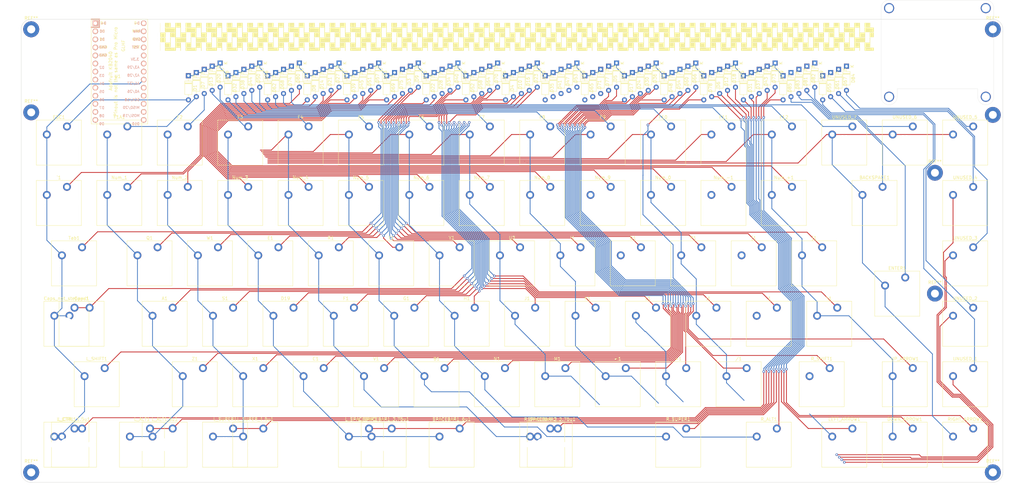
<source format=kicad_pcb>
(kicad_pcb (version 20211014) (generator pcbnew)
  (layers (0 "F.Cu" signal) (31 "B.Cu" signal) (34 "B.Paste" user) (35 "F.Paste" user) (36 "B.SilkS" user "B.Silkscreen") (37 "F.SilkS" user "F.Silkscreen") (38 "B.Mask" user) (39 "F.Mask" user) (44 "Edge.Cuts" user))
  (net 0 "")
  (net 1 "Row_4")
  (net 2 "Net-('1-Pad2)")
  (net 3 "Row_5")
  (net 4 "Net-(/1-Pad2)")
  (net 5 "Net-(;1-Pad2)")
  (net 6 "Net-(<1-Pad2)")
  (net 7 "Net-(>1-Pad2)")
  (net 8 "Net-(A1-Pad2)")
  (net 9 "Net-(B1-Pad2)")
  (net 10 "Row_2")
  (net 11 "Net-(BACKSPACE1-Pad2)")
  (net 12 "Net-(C1-Pad2)")
  (net 13 "Net-(Caps1-Pad2)")
  (net 14 "Col_1")
  (net 15 "Net-(D1-Pad2)")
  (net 16 "Net-(D2-Pad2)")
  (net 17 "Net-(D3-Pad2)")
  (net 18 "Net-(D5-Pad2)")
  (net 19 "Col_2")
  (net 20 "Net-(D7-Pad2)")
  (net 21 "Net-(D8-Pad2)")
  (net 22 "Net-(D9-Pad2)")
  (net 23 "Net-(D11-Pad2)")
  (net 24 "Col_3")
  (net 25 "Net-(D14-Pad2)")
  (net 26 "Net-(D15-Pad2)")
  (net 27 "Net-(D16-Pad2)")
  (net 28 "Net-(D17-Pad2)")
  (net 29 "Net-(D19-Pad2)")
  (net 30 "Col_4")
  (net 31 "Net-(D21-Pad2)")
  (net 32 "Net-(D22-Pad2)")
  (net 33 "Col_5")
  (net 34 "Net-(D27-Pad2)")
  (net 35 "Net-(D28-Pad2)")
  (net 36 "Net-(D29-Pad2)")
  (net 37 "Net-(D30-Pad2)")
  (net 38 "Net-(D31-Pad2)")
  (net 39 "Col_6")
  (net 40 "Net-(D33-Pad2)")
  (net 41 "Net-(D34-Pad2)")
  (net 42 "Net-(D35-Pad2)")
  (net 43 "Net-(D37-Pad2)")
  (net 44 "Col_7")
  (net 45 "Net-(D39-Pad2)")
  (net 46 "Net-(D40-Pad2)")
  (net 47 "Net-(D41-Pad2)")
  (net 48 "Net-(D42-Pad2)")
  (net 49 "Net-(D43-Pad2)")
  (net 50 "Col_8")
  (net 51 "Net-(D45-Pad2)")
  (net 52 "Net-(D46-Pad2)")
  (net 53 "Net-(D47-Pad2)")
  (net 54 "Net-(D48-Pad2)")
  (net 55 "Col_9")
  (net 56 "Net-(D51-Pad2)")
  (net 57 "Net-(D52-Pad2)")
  (net 58 "Net-(D53-Pad2)")
  (net 59 "Net-(D55-Pad2)")
  (net 60 "Col_10")
  (net 61 "Net-(D57-Pad2)")
  (net 62 "Net-(D58-Pad2)")
  (net 63 "Net-(D59-Pad2)")
  (net 64 "Net-(D61-Pad2)")
  (net 65 "Col_11")
  (net 66 "Net-(D63-Pad2)")
  (net 67 "Net-(D64-Pad2)")
  (net 68 "Col_12")
  (net 69 "Net-(D69-Pad2)")
  (net 70 "Net-(D70-Pad2)")
  (net 71 "Net-(D72-Pad2)")
  (net 72 "Net-(D73-Pad2)")
  (net 73 "Col_13")
  (net 74 "Net-(D75-Pad2)")
  (net 75 "Net-(D76-Pad2)")
  (net 76 "Net-(D77-Pad2)")
  (net 77 "Net-(D78-Pad2)")
  (net 78 "Net-(D79-Pad2)")
  (net 79 "Col_14")
  (net 80 "Net-(D82-Pad2)")
  (net 81 "Net-(D84-Pad2)")
  (net 82 "Row_6")
  (net 83 "Row_3")
  (net 84 "Row_1")
  (net 85 "Net-(D49-Pad2)")
  (net 86 "Net-(D85-Pad2)")
  (net 87 "Net-(D13-Pad2)")
  (net 88 "Net-(D20-Pad2)")
  (net 89 "Net-(D26-Pad2)")
  (net 90 "Net-(D32-Pad2)")
  (net 91 "Net-(D38-Pad2)")
  (net 92 "Net-(D44-Pad2)")
  (net 93 "Net-(D50-Pad2)")
  (net 94 "Net-(D56-Pad2)")
  (net 95 "Net-(D62-Pad2)")
  (net 96 "Net-(D68-Pad2)")
  (net 97 "Net-(D74-Pad2)")
  (net 98 "Net-(D80-Pad2)")
  (net 99 "Net-(D67-Pad2)")
  (net 100 "Net-(D6-Pad2)")
  (net 101 "Net-(D12-Pad2)")
  (net 102 "Net-(D18-Pad2)")
  (net 103 "Net-(D25-Pad2)")
  (net 104 "Net-(D81-Pad2)")
  (footprint "Diode_THT:D_DO-35_SOD27_P7.62mm_Horizontal" (layer "F.Cu") (at 167.13695 78.7185 -90)
    (fp_text reference "D45")
    (fp_text value "1N4148")
  )
  (footprint "Diode_THT:D_DO-35_SOD27_P7.62mm_Horizontal" (layer "F.Cu") (at 122.14405 76.7185 -90)
    (fp_text reference "D20")
    (fp_text value "1N4148")
  )
  (footprint "Diode_THT:D_DO-35_SOD27_P7.62mm_Horizontal" (layer "F.Cu") (at 312.13695 75.7185 -90)
    (fp_text reference "D49")
    (fp_text value "1N4148")
  )
  (footprint "Diode_THT:D_DO-35_SOD27_P7.62mm_Horizontal" (layer "F.Cu") (at 179.63695 78.7185 -90)
    (fp_text reference "D75")
    (fp_text value "1N4148")
  )
  (footprint "Switch_Keyboard_Cherry_MX:SW_Cherry_MX_PCB_1.00u" (layer "F.Cu") (at 321.4485 100.7999)
    (fp_text reference "UNUSED_7")
    (fp_text value "UNUSED_7")
  )
  (footprint "MountingHole:MountingHole_2.5mm_Pad" (layer "F.Cu") (at 368.2768 204.7746)
    (fp_text reference "REF**")
    (fp_text value "MountingHole_2.5mm_Pad")
  )
  (footprint "Switch_Keyboard_Cherry_MX:SW_Cherry_MX_PCB_1.00u" (layer "F.Cu") (at 207.1557 100.7999)
    (fp_text reference "F7")
    (fp_text value "F7")
  )
  (footprint "Diode_THT:D_DO-35_SOD27_P7.62mm_Horizontal" (layer "F.Cu") (at 114.64405 79.7185 -90)
    (fp_text reference "D1")
    (fp_text value "1N4148")
  )
  (footprint "Switch_Keyboard_Cherry_MX:SW_Cherry_MX_PCB_1.00u" (layer "F.Cu") (at 130.9605 100.7999)
    (fp_text reference "F3")
    (fp_text value "F3")
  )
  (footprint "Switch_Keyboard_Cherry_MX:SW_Cherry_MX_PCB_1.00u" (layer "F.Cu") (at 188.1069 119.8487)
    (fp_text reference "Num_6")
    (fp_text value "Num_6")
  )
  (footprint "Diode_THT:D_DO-35_SOD27_P7.62mm_Horizontal" (layer "F.Cu") (at 269.63695 77.7185 -90)
    (fp_text reference "D60")
    (fp_text value "1N4148")
  )
  (footprint "Switch_Keyboard_Cherry_MX:SW_Cherry_MX_PCB_1.00u" (layer "F.Cu") (at 283.3509 119.8487)
    (fp_text reference "Num_-1")
    (fp_text value "Num_-")
  )
  (footprint "Switch_Keyboard_Cherry_MX:SW_Cherry_MX_PCB_1.00u" (layer "F.Cu") (at 259.5399 157.9463)
    (fp_text reference "L1")
    (fp_text value "L")
  )
  (footprint "MountingHole:MountingHole_2.5mm_Pad" (layer "F.Cu") (at 368.2768 65.0834)
    (fp_text reference "REF**")
    (fp_text value "MountingHole_2.5mm_Pad")
  )
  (footprint "Diode_THT:D_DO-35_SOD27_P7.62mm_Horizontal" (layer "F.Cu") (at 124.64405 75.7185 -90)
    (fp_text reference "D26")
    (fp_text value "1N4148")
  )
  (footprint "Diode_THT:D_DO-35_SOD27_P7.62mm_Horizontal" (layer "F.Cu") (at 182.13695 77.7185 -90)
    (fp_text reference "D3")
    (fp_text value "1N4148")
  )
  (footprint "Switch_Keyboard_Cherry_MX:SW_Cherry_MX_PCB_1.00u" (layer "F.Cu") (at 154.7715 176.9951)
    (fp_text reference "C1")
    (fp_text value "C")
  )
  (footprint "Diode_THT:D_DO-35_SOD27_P7.62mm_Horizontal" (layer "F.Cu") (at 287.13695 75.7185 -90)
    (fp_text reference "D25")
    (fp_text value "1N4148")
  )
  (footprint "Switch_Keyboard_Cherry_MX:SW_Cherry_MX_PCB_1.00u" (layer "F.Cu") (at 340.4973 100.7999)
    (fp_text reference "UNUSED_6")
    (fp_text value "UNUSED_6")
  )
  (footprint "Switch_Keyboard_Cherry_MX:SW_Cherry_MX_PCB_1.50u" (layer "F.Cu") (at 78.5763 196.0439)
    (fp_text reference "L_CTRL_1.5u1")
    (fp_text value "L_CTRL_1.5u")
  )
  (footprint "MountingHole:MountingHole_2.5mm_Pad" (layer "F.Cu") (at 65.0834 65.0834)
    (fp_text reference "REF**")
    (fp_text value "MountingHole_2.5mm_Pad")
  )
  (footprint "MountingHole:MountingHole_2.5mm_Pad" (layer "F.Cu") (at 65.0834 91.2755)
    (fp_text reference "REF**")
    (fp_text value "MountingHole_2.5mm_Pad")
  )
  (footprint "Switch_Keyboard_Cherry_MX:SW_Cherry_MX_PCB_1.00u" (layer "F.Cu") (at 178.5825 138.8975)
    (fp_text reference "T1")
    (fp_text value "T")
  )
  (footprint "Diode_THT:D_DO-35_SOD27_P7.62mm_Horizontal" (layer "F.Cu") (at 252.13695 79.7185 -90)
    (fp_text reference "D17")
    (fp_text value "1N4148")
  )
  (footprint "Switch_Keyboard_Cherry_MX:SW_Cherry_MX_PCB_1.00u" (layer "F.Cu") (at 121.4361 138.8975)
    (fp_text reference "W1")
    (fp_text value "W")
  )
  (footprint "Switch_Keyboard_Cherry_MX:SW_Cherry_MX_PCB_1.00u" (layer "F.Cu") (at 311.9241 138.8975)
    (fp_text reference "]1")
    (fp_text value "]")
  )
  (footprint "kb2040_NEW:KB2040_FINAAL" (layer "F.Cu") (at 92.81815 78.41)
    (fp_text reference "U1")
    (fp_text value "KB2040")
  )
  (footprint "Diode_THT:D_DO-35_SOD27_P7.62mm_Horizontal" (layer "F.Cu") (at 244.63695 77.7185 -90)
    (fp_text reference "D77")
    (fp_text value "1N4148")
  )
  (footprint "Diode_THT:D_DO-35_SOD27_P7.62mm_Horizontal" (layer "F.Cu") (at 202.13695 79.7185 -90)
    (fp_text reference "D52")
    (fp_text value "1N4148")
  )
  (footprint "Switch_Keyboard_Cherry_MX:SW_Cherry_MX_PCB_1.00u" (layer "F.Cu") (at 226.2045 100.7999)
    (fp_text reference "F8")
    (fp_text value "F8")
  )
  (footprint "Adafruit 1.3in 128x64 OLED STEMMA QT:PCBFEAT-REV-040" (layer "F.Cu") (at 365.6744 82.0364)
    (fp_text reference "U$25" hide)
    (fp_text value "" hide)
  )
  (footprint "Diode_THT:D_DO-35_SOD27_P7.62mm_Horizontal" (layer "F.Cu") (at 172.13695 76.7185 -90)
    (fp_text reference "D57")
    (fp_text value "1N4148")
  )
  (footprint "Switch_Keyboard_Cherry_MX:SW_Cherry_MX_PCB_1.00u" (layer "F.Cu") (at 130.9605 119.8487)
    (fp_text reference "Num_3")
    (fp_text value "Num_3")
  )
  (footprint "Diode_THT:D_DO-35_SOD27_P7.62mm_Horizontal" (layer "F.Cu") (at 224.63695 75.7185 -90)
    (fp_text reference "D29")
    (fp_text value "1N4148")
  )
  (footprint "Diode_THT:D_DO-35_SOD27_P7.62mm_Horizontal" (layer "F.Cu") (at 259.63695 76.7185 -90)
    (fp_text reference "D36")
    (fp_text value "1N4148")
  )
  (footprint "Diode_THT:D_DO-35_SOD27_P7.62mm_Horizontal" (layer "F.Cu") (at 302.13695 79.7185 -90)
    (fp_text reference "D85")
    (fp_text value "1N4148")
  )
  (footprint "Diode_THT:D_DO-35_SOD27_P7.62mm_Horizontal" (layer "F.Cu") (at 264.63695 79.7185 -90)
    (fp_text reference "D48")
    (fp_text value "1N4148")
  )
  (footprint "Switch_Keyboard_Cherry_MX:SW_Cherry_MX_PCB_2.75u" (layer "F.Cu") (at 176.2014 196.0439)
    (fp_text reference "L_SPACEBAR1_2.75u1")
    (fp_text value "L_SPACEBAR1_2.75u")
  )
  (footprint "Switch_Keyboard_Cherry_MX:SW_Cherry_MX_PCB_1.50u" (layer "F.Cu") (at 135.7227 196.0439)
    (fp_text reference "L_SUPER_1.5u1")
    (fp_text value "L_SUPER_1.5u")
  )
  (footprint "Diode_THT:D_DO-35_SOD27_P7.62mm_Horizontal" (layer "F.Cu") (at 157.13695 77.7185 -90)
    (fp_text reference "D21")
    (fp_text value "1N4148")
  )
  (footprint "Diode_THT:D_DO-35_SOD27_P7.62mm_Horizontal" (layer "F.Cu") (at 322.13695 76.7185 -90)
    (fp_text reference "D84")
    (fp_text value "1N4148")
  )
  (footprint "Diode_THT:D_DO-35_SOD27_P7.62mm_Horizontal" (layer "F.Cu") (at 217.13695 78.7185 -90)
    (fp_text reference "D10")
    (fp_text value "1N4148")
  )
  (footprint "Switch_Keyboard_Cherry_MX:SW_Cherry_MX_PCB_1.00u" (layer "F.Cu") (at 116.6739 176.9951)
    (fp_text reference "Z1")
    (fp_text value "Z")
  )
  (footprint "Switch_Keyboard_Cherry_MX:SW_Cherry_MX_PCB_1.00u" (layer "F.Cu") (at 150.0093 100.7999)
    (fp_text reference "F4")
    (fp_text value "F4")
  )
  (footprint "Switch_Keyboard_Cherry_MX:SW_Cherry_MX_PCB_1.00u" (layer "F.Cu") (at 359.5461 196.0439)
    (fp_text reference "RIGHT_ARROW1")
    (fp_text value "RIGHT_ARROW")
  )
  (footprint "Switch_Keyboard_Cherry_MX:SW_Cherry_MX_PCB_1.00u" (layer "F.Cu") (at 183.3447 157.9463)
    (fp_text reference "G1")
    (fp_text value "G")
  )
  (footprint "Diode_THT:D_DO-35_SOD27_P7.62mm_Horizontal" (layer "F.Cu") (at 299.63695 75.7185 -90)
    (fp_text reference "D79")
    (fp_text value "1N4148")
  )
  (footprint "Switch_Keyboard_Cherry_MX:SW_Cherry_MX_PCB_1.00u" (layer "F.Cu") (at 283.3509 100.7999)
    (fp_text reference "F11")
    (fp_text value "F11")
  )
  (footprint "Switch_Keyboard_Cherry_MX:SW_Cherry_MX_PCB_1.00u" (layer "F.Cu") (at 140.4849 138.8975)
    (fp_text reference "E1")
    (fp_text value "E")
  )
  (footprint "Diode_THT:D_DO-35_SOD27_P7.62mm_Horizontal" (layer "F.Cu") (at 254.63695 78.7185 -90)
    (fp_text reference "D24")
    (fp_text value "1N4148")
  )
  (footprint "Switch_Keyboard_Cherry_MX:SW_Cherry_MX_PCB_1.00u" (layer "F.Cu") (at 359.5461 176.9951)
    (fp_text reference "UNUSED_1")
    (fp_text value "UNUSED_1")
  )
  (footprint "Switch_Keyboard_Cherry_MX:SW_Cherry_MX_PCB_1.00u" (layer "F.Cu") (at 126.1983 157.9463)
    (fp_text reference "S1")
    (fp_text value "S")
  )
  (footprint "Diode_THT:D_DO-35_SOD27_P7.62mm_Horizontal" (layer "F.Cu") (at 289.63695 79.7185 -90)
    (fp_text reference "D31")
    (fp_text value "1N4148")
  )
  (footprint "Switch_Keyboard_Cherry_MX:SW_Cherry_MX_PCB_1.00u" (layer "F.Cu") (at 92.8629 100.7999)
    (fp_text reference "F1A1")
    (fp_text value "F1A")
  )
  (footprint "Switch_Keyboard_Cherry_MX:SW_Cherry_MX_PCB_1.50u" (layer "F.Cu") (at 78.5763 138.8975)
    (fp_text reference "Tab1")
    (fp_text value "TAB")
  )
  (footprint "Switch_Keyboard_Cherry_MX:SW_Cherry_MX_PCB_1.00u" (layer "F.Cu") (at 202.3935 157.9463)
    (fp_text reference "H1")
    (fp_text value "H")
  )
  (footprint "Diode_THT:D_DO-35_SOD27_P7.62mm_Horizontal" (layer "F.Cu") (at 229.63695 78.7185 -90)
    (fp_text reference "D41")
    (fp_text value "1N4148")
  )
  (footprint "MountingHole:MountingHole_2.5mm_Pad" (layer "F.Cu") (at 350.0217 110.3243)
    (fp_text reference "REF**")
    (fp_text value "MountingHole_2.5mm_Pad")
  )
  (footprint "Switch_Keyboard_Cherry_MX:SW_Cherry_MX_PCB_1.00u" (layer "F.Cu") (at 188.1069 100.7999)
    (fp_text reference "F6")
    (fp_text value "F6")
  )
  (footprint "Diode_THT:D_DO-35_SOD27_P7.62mm_Horizontal" (layer "F.Cu") (at 189.63695 79.7185 -90)
    (fp_text reference "D22")
    (fp_text value "1N4148")
  )
  (footprint "Diode_THT:D_DO-35_SOD27_P7.62mm_Horizontal" (layer "F.Cu") (at 177.13695 79.7185 -90)
    (fp_text reference "D69")
    (fp_text value "1N4148")
  )
  (footprint "Switch_Keyboard_Cherry_MX:SW_Cherry_MX_PCB_1.00u" (layer "F.Cu") (at 302.3997 119.8487)
    (fp_text reference "Num_+1")
    (fp_text value "Num_+")
  )
  (footprint "Switch_Keyboard_Cherry_MX:SW_Cherry_MX_PCB_1.00u" (layer "F.Cu") (at 316.6863 157.9463)
    (fp_text reference "\\1")
    (fp_text value "\\")
  )
  (footprint "Diode_THT:D_DO-35_SOD27_P7.62mm_Horizontal" (layer "F.Cu") (at 197.13695 76.7185 -90)
    (fp_text reference "D40")
    (fp_text value "1N4148")
  )
  (footprint "Switch_Keyboard_Cherry_MX:SW_Cherry_MX_PCB_1.00u" (layer "F.Cu") (at 192.8691 176.9951)
    (fp_text reference "B1")
    (fp_text value "B")
  )
  (footprint "Diode_THT:D_DO-35_SOD27_P7.62mm_Horizontal" (layer "F.Cu") (at 162.13695 75.7185 -90)
    (fp_text reference "D33")
    (fp_text value "1N4148")
  )
  (footprint "Diode_THT:D_DO-35_SOD27_P7.62mm_Horizontal" (layer "F.Cu") (at 257.13695 77.7185 -90)
    (fp_text reference "D30")
    (fp_text value "1N4148")
  )
  (footprint "Diode_THT:D_DO-35_SOD27_P7.62mm_Horizontal" (layer "F.Cu") (at 294.63695 77.7185 -90)
    (fp_text reference "D43")
    (fp_text value "1N4148")
  )
  (footprint "Switch_Keyboard_Cherry_MX:SW_Cherry_MX_PCB_1.00u" (layer "F.Cu") (at 92.8629 119.8487)
    (fp_text reference "Num_1")
    (fp_text value "Num_1")
  )
  (footprint "Diode_THT:D_DO-35_SOD27_P7.62mm_Horizontal" (layer "F.Cu") (at 279.63695 78.7185 -90)
    (fp_text reference "D6")
    (fp_text value "1N4148")
  )
  (footprint "Diode_THT:D_DO-35_SOD27_P7.62mm_Horizontal" (layer "F.Cu") (at 187.13695 75.7185 -90)
    (fp_text reference "D15")
    (fp_text value "1N4148")
  )
  (footprint "Switch_Keyboard_Cherry_MX:SW_Cherry_MX_PCB_1.00u" (layer "F.Cu") (at 359.5461 119.8487)
    (fp_text reference "UNUSED_4")
    (fp_text value "UNUSED_4")
  )
  (footprint "Diode_THT:D_DO-35_SOD27_P7.62mm_Horizontal" (layer "F.Cu") (at 319.63695 77.7185 -90)
    (fp_text reference "D67")
    (fp_text value "1N4148")
  )
  (footprint "" (layer "F.Cu") (at 65.0834 204.7746)
    (fp_text reference "")
    (fp_text value "")
  )
  (footprint "Diode_THT:D_DO-35_SOD27_P7.62mm_Horizontal" (layer "F.Cu") (at 132.13695 77.7185 -90)
    (fp_text reference "D44")
    (fp_text value "1N4148")
  )
  (footprint "Switch_Keyboard_Cherry_MX:SW_Cherry_MX_PCB_1.00u" (layer "F.Cu") (at 216.6801 138.8975)
    (fp_text reference "U2")
    (fp_text value "U")
  )
  (footprint "Adafruit 1.3in 128x64 OLED STEMMA QT:MOUNTINGHOLE_2.5_PLATED" (layer "F.Cu") (at 335.5754 86.3544)
    (fp_text reference "U$19" hide)
    (fp_text value "MOUNTINGHOLE2.5" hide)
  )
  (footprint "Switch_Keyboard_Cherry_MX:SW_Cherry_MX_PCB_1.00u" (layer "F.Cu") (at 111.9117 119.8487)
    (fp_text reference "Num_2")
    (fp_text value "Num_2")
  )
  (footprint "Switch_Keyboard_Cherry_MX:SW_Cherry_MX_PCB_1.00u" (layer "F.Cu") (at 235.7289 138.8975)
    (fp_text reference "I1")
    (fp_text value "I")
  )
  (footprint "Switch_Keyboard_Cherry_MX:SW_Cherry_MX_PCB_1.00u" (layer "F.Cu") (at 102.3873 138.8975)
    (fp_text reference "Q1")
    (fp_text value "Q")
  )
  (footprint "" (layer "F.Cu") (at 368.2768 204.7746)
    (fp_text reference "")
    (fp_text value "")
  )
  (footprint "Diode_THT:D_DO-35_SOD27_P7.62mm_Horizontal" (layer "F.Cu") (at 154.63695 78.7185 -90)
    (fp_text reference "D14")
    (fp_text value "1N4148")
  )
  (footprint "Switch_Keyboard_Cherry_MX:SW_Cherry_MX_PCB_1.00u" (layer "F.Cu") (at 73.8141 119.8487)
    (fp_text reference "`1")
    (fp_text value "`")
  )
  (footprint "Diode_THT:D_DO-35_SOD27_P7.62mm_Horizontal" (layer "F.Cu") (at 234.63695 76.7185 -90)
    (fp_text reference "D53")
    (fp_text value "1N4148")
  )
  (footprint "Adafruit 1.3in 128x64 OLED STEMMA QT:MOUNTINGHOLE_2.5_PLATED" (layer "F.Cu") (at 366.0554 86.3544)
    (fp_text reference "U$21" hide)
    (fp_text value "MOUNTINGHOLE2.5" hide)
  )
  (footprint "Switch_Keyboard_Cherry_MX:SW_Cherry_MX_PCB_1.00u" (layer "F.Cu") (at 145.2471 157.9463)
    (fp_text reference "D19")
    (fp_text value "D")
  )
  (footprint "Diode_THT:D_DO-35_SOD27_P7.62mm_Horizontal" (layer "F.Cu") (at 147.13695 76.7185 -90)
    (fp_text reference "D80")
    (fp_text value "1N4148")
  )
  (footprint "Diode_THT:D_DO-35_SOD27_P7.62mm_Horizontal" (layer "F.Cu") (at 292.13695 78.7185 -90)
    (fp_text reference "D37")
    (fp_text value "1N4148")
  )
  (footprint "Diode_THT:D_DO-35_SOD27_P7.62mm_Horizontal" (layer "F.Cu") (at 282.13695 77.7185 -90)
    (fp_text reference "D12")
    (fp_text value "1N4148")
  )
  (footprint "Diode_THT:D_DO-35_SOD27_P7.62mm_Horizontal" (layer "F.Cu") (at 227.13695 79.7185 -90)
    (fp_text reference "D35")
    (fp_text value "1N4148")
  )
  (footprint "Switch_Keyboard_Cherry_MX:SW_Cherry_MX_PCB_1.50u" (layer "F.Cu") (at 126.1983 196.0439)
    (fp_text reference "L_SUPER1")
    (fp_text value "L_SUPER")
  )
  (footprint "Switch_Keyboard_Cherry_MX:SW_Cherry_MX_PCB_1.00u" (layer "F.Cu") (at 302.3997 100.7999)
    (fp_text reference "F12")
    (fp_text value "F12")
  )
  (footprint "Diode_THT:D_DO-35_SOD27_P7.62mm_Horizontal" (layer "F.Cu") (at 174.63695 75.7185 -90)
    (fp_text reference "D63")
    (fp_text value "1N4148")
  )
  (footprint "Diode_THT:D_DO-35_SOD27_P7.62mm_Horizontal" (layer "F.Cu") (at 119.64405 77.7185 -90)
    (fp_text reference "D13")
    (fp_text value "1N4148")
  )
  (footprint "Diode_THT:D_DO-35_SOD27_P7.62mm_Horizontal" (layer "F.Cu") (at 232.13695 77.7185 -90)
    (fp_text reference "D47")
    (fp_text value "1N4148")
  )
  (footprint "Switch_Keyboard_Cherry_MX:SW_Cherry_MX_PCB_ISOEnter" (layer "F.Cu") (at 338.1162 148.4219)
    (fp_text reference "ENTER1")
    (fp_text value "ENTER")
  )
  (footprint "Switch_Keyboard_Cherry_MX:SW_Cherry_MX_PCB_1.25u" (layer "F.Cu") (at 100.0062 196.0439)
    (fp_text reference "L_ALT1")
    (fp_text value "L_ALT")
  )
  (footprint "Switch_Keyboard_Cherry_MX:SW_Cherry_MX_PCB_1.00u" (layer "F.Cu") (at 288.1131 176.9951)
    (fp_text reference "/1")
    (fp_text value "/")
  )
  (footprint "Diode_THT:D_DO-35_SOD27_P7.62mm_Horizontal" (layer "F.Cu") (at 184.63695 76.7185 -90)
    (fp_text reference "D9")
    (fp_text value "1N4148")
  )
  (footprint "Switch_Keyboard_Cherry_MX:SW_Cherry_MX_PCB_1.00u" (layer "F.Cu") (at 73.8141 100.7999)
    (fp_text reference "ESC1")
    (fp_text value "ESC")
  )
  (footprint "Switch_Keyboard_Cherry_MX:SW_Cherry_MX_PCB_1.00u" (layer "F.Cu") (at 359.5461 138.8975)
    (fp_text reference "UNUSED_3")
    (fp_text value "UNUSED_3")
  )
  (footprint "Switch_Keyboard_Cherry_MX:SW_Cherry_MX_PCB_1.00u" (layer "F.Cu") (at 150.0093 119.8487)
    (fp_text reference "Num_4")
    (fp_text value "Num_4")
  )
  (footprint "MountingHole:MountingHole_2.5mm_Pad" (layer "F.Cu") (at 350.0217 148.4219)
    (fp_text reference "REF**")
    (fp_text value "MountingHole_2.5mm_Pad")
  )
  (footprint "Diode_THT:D_DO-35_SOD27_P7.62mm_Horizontal" (layer "F.Cu") (at 267.13695 78.7185 -90)
    (fp_text reference "D54")
    (fp_text value "1N4148")
  )
  (footprint "Switch_Keyboard_Cherry_MX:SW_Cherry_MX_PCB_3.00u" (layer "F.Cu") (at 226.2045 196.0439)
    (fp_text reference "SPACEBAR_2")
    (fp_text value "SPACEBAR_2")
  )
  (footprint "Diode_THT:D_DO-35_SOD27_P7.62mm_Horizontal" (layer "F.Cu") (at 129.63695 78.7185 -90)
    (fp_text reference "D38")
    (fp_text value "1N4148")
  )
  (footprint "Diode_THT:D_DO-35_SOD27_P7.62mm_Horizontal" (layer "F.Cu") (at 134.63695 76.7185 -90)
    (fp_text reference "D50")
    (fp_text value "1N4148")
  )
  (footprint "Diode_THT:D_DO-35_SOD27_P7.62mm_Horizontal" (layer "F.Cu") (at 127.13695 79.7185 -90)
    (fp_text reference "D32")
    (fp_text value "1N4148")
  )
  (footprint "Diode_THT:D_DO-35_SOD27_P7.62mm_Horizontal" (layer "F.Cu") (at 277.13695 79.7185 -90)
    (fp_text reference "D78")
    (fp_text value "1N4148")
  )
  (footprint "Diode_THT:D_DO-35_SOD27_P7.62mm_Horizontal" (layer "F.Cu") (at 149.63695 75.7185 -90)
    (fp_text reference "D2")
    (fp_text value "1N4148")
  )
  (footprint "Switch_Keyboard_Cherry_MX:SW_Cherry_MX_PCB_1.50u" (layer "F.Cu") (at 269.0643 196.0439)
    (fp_text reference "R_SUPER1")
    (fp_text value "R_SUPER")
  )
  (footprint "Switch_Keyboard_Cherry_MX:SW_Cherry_MX_PCB_1.00u" (layer "F.Cu") (at 164.2959 157.9463)
    (fp_text reference "F1")
    (fp_text value "F")
  )
  (footprint "Diode_THT:D_DO-35_SOD27_P7.62mm_Horizontal" (layer "F.Cu") (at 309.63695 76.7185 -90)
    (fp_text reference "D82")
    (fp_text value "1N4148")
  )
  (footprint "Diode_THT:D_DO-35_SOD27_P7.62mm_Horizontal" (layer "F.Cu") (at 212.13695 75.7185 -90)
    (fp_text reference "D76")
    (fp_text value "1N4148")
  )
  (footprint "Switch_Keyboard_Cherry_MX:SW_Cherry_MX_PCB_1.00u" (layer "F.Cu") (at 273.8265 138.8975)
    (fp_text reference "P1")
    (fp_text value "P")
  )
  (footprint "Diode_THT:D_DO-35_SOD27_P7.62mm_Horizontal" (layer "F.Cu") (at 152.13695 79.7185 -90)
    (fp_text reference "D8")
    (fp_text value "1N4148")
  )
  (footprint "Switch_Keyboard_Cherry_MX:SW_Cherry_MX_PCB_1.00u" (layer "F.Cu") (at 159.5337 138.8975)
    (fp_text reference "R1")
    (fp_text value "R")
  )
  (footprint "Diode_THT:D_DO-35_SOD27_P7.62mm_Horizontal" (layer "F.Cu") (at 262.13695 75.7185 -90)
    (fp_text reference "D42")
    (fp_text value "1N4148")
  )
  (footprint "" (layer "F.Cu") (at 65.0834 65.0834)
    (fp_text reference "")
    (fp_text value "")
  )
  (footprint "Diode_THT:D_DO-35_SOD27_P7.62mm_Horizontal" (layer "F.Cu") (at 307.13695 77.7185 -90)
    (fp_text reference "D81")
    (fp_text value "1N4148")
  )
  (footprint "Switch_Keyboard_Cherry_MX:SW_Cherry_MX_PCB_1.00u" (layer "F.Cu") (at 197.6313 138.8975)
    (fp_text reference "Y1")
    (fp_text value "Y")
  )
  (footprint "Switch_Keyboard_Cherry_MX:SW_Cherry_MX_PCB_1.00u" (layer "F.Cu") (at 278.5887 157.9463)
    (fp_text reference ";1")
    (fp_text value ";")
  )
  (footprint "Diode_THT:D_DO-35_SOD27_P7.62mm_Horizontal" (layer "F.Cu") (at 169.63695 77.7185 -90)
    (fp_text reference "D51")
    (fp_text value "1N4148")
  )
  (footprint "Diode_THT:D_DO-35_SOD27_P7.62mm_Horizontal" (layer "F.Cu") (at 237.13695 75.7185 -90)
    (fp_text reference "D59")
    (fp_text value "1N4148")
  )
  (footprint "Diode_THT:D_DO-35_SOD27_P7.62mm_Horizontal" (layer "F.Cu") (at 137.13695 75.7185 -90)
    (fp_text reference "D56")
    (fp_text value "1N4148")
  )
  (footprint "Diode_THT:D_DO-35_SOD27_P7.62mm_Horizontal" (layer "F.Cu") (at 192.13695 78.7185 -90)
    (fp_text reference "D28")
    (fp_text value "1N4148")
  )
  (footprint "Switch_Keyboard_Cherry_MX:SW_Cherry_MX_PCB_1.00u" (layer "F.Cu") (at 221.4423 157.9463)
    (fp_text reference "J1")
    (fp_text value "J")
  )
  (footprint "Switch_Keyboard_Cherry_MX:SW_Cherry_MX_PCB_1.00u" (layer "F.Cu") (at 240.4911 157.9463)
    (fp_text reference "K1")
    (fp_text value "K")
  )
  (footprint "Switch_Keyboard_Cherry_MX:SW_Cherry_MX_PCB_1.00u" (layer "F.Cu") (at 173.8203 176.9951)
    (fp_text reference "V1")
    (fp_text value "V")
  )
  (footprint "Diode_THT:D_DO-35_SOD27_P7.62mm_Horizontal" (layer "F.Cu") (at 117.14405 78.7185 -90)
    (fp_text reference "D7")
    (fp_text value "1N4148")
  )
  (footprint "Diode_THT:D_DO-35_SOD27_P7.62mm_Horizontal" (layer "F.Cu") (at 214.63695 79.7185 -90)
    (fp_text reference "D4")
    (fp_text value "1N4148")
  )
  (footprint "Switch_Keyboard_Cherry_MX:SW_Cherry_MX_PCB_1.00u" (layer "F.Cu") (at 254.7777 138.8975)
    (fp_text reference "O1")
    (fp_text value "O")
  )
  (footprint "Switch_Keyboard_Cherry_MX:SW_Cherry_MX_PCB_1.00u" (layer "F.Cu") (at 107.1495 157.9463)
    (fp_text reference "A1")
    (fp_text value "A")
  )
  (footprint "Switch_Keyboard_Cherry_MX:SW_Cherry_MX_PCB_1.50u" (layer "F.Cu") (at 297.6375 196.0439)
    (fp_text reference "R_ALT1")
    (fp_text value "R_ALT")
  )
  (footprint "Switch_Keyboard_Cherry_MX:SW_Cherry_MX_PCB_1.00u" (layer "F.Cu") (at 292.8753 138.8975)
    (fp_text reference "[1")
    (fp_text value "[")
  )
  (footprint "Switch_Keyboard_Cherry_MX:SW_Cherry_MX_PCB_1.00u" (layer "F.Cu") (at 230.9667 176.9951)
    (fp_text reference "M1")
    (fp_text value "M")
  )
  (footprint "Switch_Keyboard_Cherry_MX:SW_Cherry_MX_PCB_1.25u" (layer "F.Cu") (at 76.1952 196.0439)
    (fp_text reference "L_CTRL1")
    (fp_text value "L_CTRL")
  )
  (footprint "Diode_THT:D_DO-35_SOD27_P7.62mm_Horizontal" (layer "F.Cu") (at 144.63695 77.7185 -90)
    (fp_text reference "D74")
    (fp_text value "1N4148")
  )
  (footprint "Diode_THT:D_DO-35_SOD27_P7.62mm_Horizontal" (layer "F.Cu") (at 209.63695 76.7185 -90)
    (fp_text reference "D70")
    (fp_text value "1N4148")
  )
  (footprint "Diode_THT:D_DO-35_SOD27_P7.62mm_Horizontal" (layer "F.Cu") (at 314.63695 79.7185 -90)
    (fp_text reference "D55")
    (fp_text value "1N4148")
  )
  (footprint "barleycorn:barleycorn_logo" (layer "F.Cu") (at 218.2655 67.4645)
    (fp_text reference "Ref**" hide)
    (fp_text value "Val**" hide)
  )
  (footprint "Switch_Keyboard_Cherry_MX:SW_Cherry_MX_PCB_1.00u" (layer "F.Cu") (at 111.9117 100.7999)
    (fp_text reference "F2")
    (fp_text value "F2")
  )
  (footprint "Switch_Keyboard_Cherry_MX:SW_Cherry_MX_PCB_1.00u" (layer "F.Cu") (at 207.1557 119.8487)
    (fp_text reference "Num_7")
    (fp_text value "Num_7")
  )
  (footprint "Diode_THT:D_DO-35_SOD27_P7.62mm_Horizontal" (layer "F.Cu") (at 207.13695 77.7185 -90)
    (fp_text reference "D64")
    (fp_text value "1N4148")
  )
  (footprint "Switch_Keyboard_Cherry_MX:SW_Cherry_MX_PCB_1.00u" (layer "F.Cu") (at 169.0581 119.8487)
    (fp_text reference "Num_5")
    (fp_text value "Num_5")
  )
  (footprint "Switch_Keyboard_Cherry_MX:SW_Cherry_MX_PCB_1.00u" (layer "F.Cu") (at 264.3021 119.8487)
    (fp_text reference "Num_0")
    (fp_text value "Num_0")
  )
  (footprint "Diode_THT:D_DO-35_SOD27_P7.62mm_Horizontal" (layer "F.Cu") (at 242.13695 78.7185 -90)
    (fp_text reference "D71")
    (fp_text value "1N4148")
  )
  (footprint "Diode_THT:D_DO-35_SOD27_P7.62mm_Horizontal" (layer "F.Cu") (at 297.13695 76.7185 -90)
    (fp_text reference "D73")
    (fp_text value "1N4148")
  )
  (footprint "Switch_Keyboard_Cherry_MX:SW_Cherry_MX_PCB_1.00u" (layer "F.Cu") (at 250.0155 176.9951)
    (fp_text reference "<1")
    (fp_text value "<")
  )
  (footprint "Diode_THT:D_DO-35_SOD27_P7.62mm_Horizontal" (layer "F.Cu") (at 204.63695 78.7185 -90)
    (fp_text reference "D58")
    (fp_text value "1N4148")
  )
  (footprint "Diode_THT:D_DO-35_SOD27_P7.62mm_Horizontal" (layer "F.Cu") (at 199.63695 75.7185 -90)
    (fp_text reference "D46")
    (fp_text value "1N4148")
  )
  (footprint "Switch_Keyboard_Cherry_MX:SW_Cherry_MX_PCB_1.00u" (layer "F.Cu") (at 211.9179 176.9951)
    (fp_text reference "N1")
    (fp_text value "N")
  )
  (footprint "Switch_Keyboard_Cherry_MX:SW_Cherry_MX_PCB_1.25u" (layer "F.Cu") (at 76.1952 157.9463)
    (fp_text reference "Caps_not_stepped1")
    (fp_text value "Caps_not_stepped")
  )
  (footprint "Switch_Keyboard_Cherry_MX:SW_Cherry_MX_PCB_1.00u" (layer "F.Cu") (at 340.4973 176.9951)
    (fp_text reference "UP_ARROW1")
    (fp_text value "UP_ARROW")
  )
  (footprint "Diode_THT:D_DO-35_SOD27_P7.62mm_Horizontal" (layer "F.Cu") (at 222.13695 76.7185 -90)
    (fp_text reference "D23")
    (fp_text value "1N4148")
  )
  (footprint "Switch_Keyboard_Cherry_MX:SW_Cherry_MX_PCB_2.25u" (layer "F.Cu") (at 85.7196 176.9951)
    (fp_text reference "L_SHIFT1")
    (fp_text value "L_SHIFT")
  )
  (footprint "Diode_THT:D_DO-35_SOD27_P7.62mm_Horizontal" (layer "F.Cu") (at 139.63695 79.7185 -90)
    (fp_text reference "D62")
    (fp_text value "1N4148")
  )
  (footprint "Diode_THT:D_DO-35_SOD27_P7.62mm_Horizontal" (layer "F.Cu") (at 239.63695 79.7185 -90)
    (fp_text reference "D65")
    (fp_text value "1N4148")
  )
  (footprint "Diode_THT:D_DO-35_SOD27_P7.62mm_Horizontal" (layer "F.Cu") (at 272.13695 76.7185 -90)
    (fp_text reference "D66")
    (fp_text value "1N4148")
  )
  (footprint "Diode_THT:D_DO-35_SOD27_P7.62mm_Horizontal" (layer "F.Cu") (at 142.13695 78.7185 -90)
    (fp_text reference "D68")
    (fp_text value "1N4148")
  )
  (footprint "Switch_Keyboard_Cherry_MX:SW_Cherry_MX_PCB_1.50u" (layer "F.Cu") (at 107.1495 196.0439)
    (fp_text reference "L_ALT1.5u1")
    (fp_text value "L_ALT_1.5u")
  )
  (footprint "Switch_Keyboard_Cherry_MX:SW_Cherry_MX_PCB_1.75u" (layer "F.Cu") (at 314.3052 176.9951)
    (fp_text reference "R_SHIFT1")
    (fp_text value "R_SHIFT")
  )
  (footprint "Diode_THT:D_DO-35_SOD27_P7.62mm_Horizontal" (layer "F.Cu") (at 284.63695 76.7185 -90)
    (fp_text reference "D18")
    (fp_text value "1N4148")
  )
  (footprint "Switch_Keyboard_Cherry_MX:SW_Cherry_MX_PCB_6.00u" (layer "F.Cu") (at 197.6313 196.0439)
    (fp_text reference "SPACEBAR1_6u1")
    (fp_text value "SPACEBAR1_6u")
  )
  (footprint "Switch_Keyboard_Cherry_MX:SW_Cherry_MX_PCB_1.00u" (layer "F.Cu") (at 321.4485 196.0439)
    (fp_text reference "LEFT_ARROW1")
    (fp_text value "LEFT_ARROW")
  )
  (footprint "Diode_THT:D_DO-35_SOD27_P7.62mm_Horizontal" (layer "F.Cu") (at 194.63695 77.7185 -90)
    (fp_text reference "D34")
    (fp_text value "1N4148")
  )
  (footprint "Diode_THT:D_DO-35_SOD27_P7.62mm_Horizontal" (layer "F.Cu") (at 317.13695 78.7185 -90)
    (fp_text reference "D61")
    (fp_text value "1N4148")
  )
  (footprint "Switch_Keyboard_Cherry_MX:SW_Cherry_MX_PCB_1.00u" (layer "F.Cu") (at 359.5461 100.7999)
    (fp_text reference "UNUSED_5")
    (fp_text value "UNUSED_5")
  )
  (footprint "Switch_Keyboard_Cherry_MX:SW_Cherry_MX_PCB_1.00u" (layer "F.Cu") (at 135.7227 176.9951)
    (fp_text reference "X1")
    (fp_text value "X")
  )
  (footprint "Switch_Keyboard_Cherry_MX:SW_Cherry_MX_PCB_1.00u" (layer "F.Cu") (at 169.0581 100.7999)
    (fp_text reference "F5")
    (fp_text value "F5")
  )
  (footprint "Switch_Keyboard_Cherry_MX:SW_Cherry_MX_PCB_1.00u" (layer "F.Cu") (at 359.5461 157.9463)
    (fp_text reference "UNUSED_2")
    (fp_text value "UNUSED_2")
  )
  (footprint "Adafruit 1.3in 128x64 OLED STEMMA QT:MOUNTINGHOLE_2.5_PLATED" (layer "F.Cu") (at 335.5754 58.4144)
    (fp_text reference "U$1" hide)
    (fp_text value "MOUNTINGHOLE2.5" hide)
  )
  (footprint "Switch_Keyboard_Cherry_MX:SW_Cherry_MX_PCB_1.00u" (layer "F.Cu") (at 226.2045 119.8487)
    (fp_text reference "Num_8")
    (fp_text value "Num_8")
  )
  (footprint "Switch_Keyboard_Cherry_MX:SW_Cherry_MX_PCB_1.75u" (layer "F.Cu") (at 80.9574 157.9463)
    (fp_text reference "Caps1")
    (fp_text value "CAPS")
  )
  (footprint "Switch_Keyboard_Cherry_MX:SW_Cherry_MX_PCB_3.00u" (layer "F.Cu") (at 169.0581 196.0439)
    (fp_text reference "L_SPACEBAR1")
    (fp_text value "L_SPACEBAR")
  )
  (footprint "Switch_Keyboard_Cherry_MX:SW_Cherry_MX_PCB_1.00u" (layer "F.Cu") (at 297.6375 157.9463)
    (fp_text reference "'1")
    (fp_text value "'")
  )
  (footprint "Diode_THT:D_DO-35_SOD27_P7.62mm_Horizontal" (layer "F.Cu") (at 219.63695 77.7185 -90)
    (fp_text reference "D16")
    (fp_text value "1N4148")
  )
  (footprint "" (layer "F.Cu") (at 368.2768 92.0692)
    (fp_text reference "")
    (fp_text value "")
  )
  (footprint "Diode_THT:D_DO-35_SOD27_P7.62mm_Horizontal" (layer "F.Cu") (at 164.63695 79.7185 -90)
    (fp_text reference "D39")
    (fp_text value "1N4148")
  )
  (footprint "Diode_THT:D_DO-35_SOD27_P7.62mm_Horizontal" (layer "F.Cu") (at 247.13695 76.7185 -90)
    (fp_text reference "D5")
    (fp_text value "1N4148")
  )
  (footprint "Switch_Keyboard_Cherry_MX:SW_Cherry_MX_PCB_1.00u" (layer "F.Cu") (at 245.2533 100.7999)
    (fp_text reference "F9")
    (fp_text value "F9")
  )
  (footprint "Diode_THT:D_DO-35_SOD27_P7.62mm_Horizontal" (layer "F.Cu") (at 249.63695 75.7185 -90)
    (fp_text reference "D11")
    (fp_text value "1N4148")
  )
  (footprint "Adafruit 1.3in 128x64 OLED STEMMA QT:MOUNTINGHOLE_2.5_PLATED" (layer "F.Cu") (at 366.0554 58.4144)
    (fp_text reference "U$17" hide)
    (fp_text value "MOUNTINGHOLE2.5" hide)
  )
  (footprint "MountingHole:MountingHole_2.5mm_Pad" (layer "F.Cu") (at 65.0834 204.7746)
    (fp_text reference "REF**")
    (fp_text value "MountingHole_2.5mm_Pad")
  )
  (footprint "Switch_Keyboard_Cherry_MX:SW_Cherry_MX_PCB_1.00u" (layer "F.Cu") (at 340.4973 196.0439)
    (fp_text reference "DOWN_ARROW1")
    (fp_text value "DOWN_ARROW")
  )
  (footprint "Diode_THT:D_DO-35_SOD27_P7.62mm_Horizontal" (layer "F.Cu") (at 304.63695 78.7185 -90)
    (fp_text reference "D83")
    (fp_text value "1N4148")
  )
  (footprint "Diode_THT:D_DO-35_SOD27_P7.62mm_Horizontal" (layer "F.Cu") (at 159.63695 76.7185 -90)
    (fp_text reference "D27")
    (fp_text value "1N4148")
  )
  (footprint "Diode_THT:D_DO-35_SOD27_P7.62mm_Horizontal" (layer "F.Cu") (at 274.6202 75.7185 -90)
    (fp_text reference "D72")
    (fp_text value "1N4148")
  )
  (footprint "Switch_Keyboard_Cherry_MX:SW_Cherry_MX_PCB_1.00u" (layer "F.Cu") (at 245.2533 119.8487)
    (fp_text reference "Num_9")
    (fp_text value "Num_9")
  )
  (footprint "Switch_Keyboard_Cherry_MX:SW_Cherry_MX_PCB_2.00u" (layer "F.Cu") (at 330.9729 119.8487)
    (fp_text reference "BACKSPACE1")
    (fp_text value "BACKSPACE")
  )
  (footprint "Switch_Keyboard_Cherry_MX:SW_Cherry_MX_PCB_1.00u" (layer "F.Cu") (at 264.3021 100.7999)
    (fp_text reference "F10")
    (fp_text value "F10")
  )
  (footprint "Switch_Keyboard_Cherry_MX:SW_Cherry_MX_PCB_2.75u" (layer "F.Cu") (at 228.5856 196.0439)
    (fp_text reference "R_SPACEBAR2_2.75u1")
    (fp_text value "R_SPACEBAR2_2.75u")
  )
  (footprint "Switch_Keyboard_Cherry_MX:SW_Cherry_MX_PCB_1.00u" (layer "F.Cu") (at 269.0643 176.9951)
    (fp_text reference ">1")
    (fp_text value ">")
  )
  (gr_line locked (start 338.1154 86.3544) (end 338.1154 83.8144) (layer "Edge.Cuts") (width 0.05))
  (gr_arc locked (start 333.0354 58.4144) (mid 333.779349 56.618349) (end 335.5754 55.8744) (layer "Edge.Cuts") (width 0.05))
  (gr_line locked (start 61.9086 204.7746) (end 61.9086 65.0834) (layer "Edge.Cuts") (width 0.1))
  (gr_line locked (start 368.5954 86.3544) (end 368.5954 58.4144) (layer "Edge.Cuts") (width 0.05))
  (gr_arc locked (start 335.5754 88.8944) (mid 333.779349 88.150451) (end 333.0354 86.3544) (layer "Edge.Cuts") (width 0.05))
  (gr_line locked (start 363.5154 83.8144) (end 363.5154 86.3544) (layer "Edge.Cuts") (width 0.05))
  (gr_arc locked (start 368.2768 61.9086) (mid 370.521723 62.838477) (end 371.4516 65.0834) (layer "Edge.Cuts") (width 0.1))
  (gr_arc locked (start 61.9086 65.0834) (mid 62.838477 62.838477) (end 65.0834 61.9086) (layer "Edge.Cuts") (width 0.1))
  (gr_line locked (start 366.0554 55.8744) (end 335.5754 55.8744) (layer "Edge.Cuts") (width 0.05))
  (gr_arc locked (start 338.1154 86.3544) (mid 337.371451 88.150451) (end 335.5754 88.8944) (layer "Edge.Cuts") (width 0.05))
  (gr_line locked (start 368.2768 61.9086) (end 65.0834 61.9086) (layer "Edge.Cuts") (width 0.1))
  (gr_arc locked (start 65.0834 207.9494) (mid 62.838477 207.019523) (end 61.9086 204.7746) (layer "Edge.Cuts") (width 0.1))
  (gr_arc locked (start 371.4516 204.7746) (mid 370.521723 207.019523) (end 368.2768 207.9494) (layer "Edge.Cuts") (width 0.1))
  (gr_line locked (start 371.4516 65.0834) (end 371.4516 204.7746) (layer "Edge.Cuts") (width 0.1))
  (gr_line locked (start 338.1154 83.8144) (end 363.5154 83.8144) (layer "Edge.Cuts") (width 0.05))
  (gr_line locked (start 368.2768 207.9494) (end 65.0834 207.9494) (layer "Edge.Cuts") (width 0.1))
  (gr_arc locked (start 366.0554 55.8744) (mid 367.851451 56.618349) (end 368.5954 58.4144) (layer "Edge.Cuts") (width 0.05))
  (gr_line locked (start 333.0354 58.4144) (end 333.0354 86.3544) (layer "Edge.Cuts") (width 0.05))
  (gr_arc locked (start 366.0554 88.8944) (mid 364.259349 88.150451) (end 363.5154 86.3544) (layer "Edge.Cuts") (width 0.05))
  (gr_arc locked (start 368.5954 86.3544) (mid 367.851451 88.150451) (end 366.0554 88.8944) (layer "Edge.Cuts") (width 0.05))
  (segment (start 241.13695 79.7185) (end 242.13695 78.7185) (width 0.25) (layer "B.Cu") (net 1))
  (segment (start 232.13695 77.7185) (end 233.63695 77.7185) (width 0.25) (layer "B.Cu") (net 1))
  (segment (start 219.63695 77.7185) (end 221.13695 77.7185) (width 0.25) (layer "B.Cu") (net 1))
  (segment (start 222.13695 76.7185) (end 223.63695 76.7185) (width 0.25) (layer "B.Cu") (net 1))
  (segment (start 236.13695 76.7185) (end 237.13695 75.7185) (width 0.25) (layer "B.Cu") (net 1))
  (segment (start 214.63695 79.7185) (end 216.13695 79.7185) (width 0.25) (layer "B.Cu") (net 1))
  (segment (start 216.13695 79.7185) (end 217.13695 78.7185) (width 0.25) (layer "B.Cu") (net 1))
  (segment (start 229.63695 78.7185) (end 231.13695 78.7185) (width 0.25) (layer "B.Cu") (net 1))
  (segment (start 221.13695 77.7185) (end 222.13695 76.7185) (width 0.25) (layer "B.Cu") (net 1))
  (segment (start 233.63695 77.7185) (end 234.63695 76.7185) (width 0.25) (layer "B.Cu") (net 1))
  (segment (start 237.13695 77.2185) (end 239.63695 79.7185) (width 0.25) (layer "B.Cu") (net 1))
  (segment (start 217.13695 78.7185) (end 218.63695 78.7185) (width 0.25) (layer "B.Cu") (net 1))
  (segment (start 231.13695 78.7185) (end 232.13695 77.7185) (width 0.25) (layer "B.Cu") (net 1))
  (segment (start 242.13695 78.7185) (end 243.63695 78.7185) (width 0.25) (layer "B.Cu") (net 1))
  (segment (start 237.13695 75.7185) (end 237.13695 77.2185) (width 0.25) (layer "B.Cu") (net 1))
  (segment (start 228.63695 79.7185) (end 229.63695 78.7185) (width 0.25) (layer "B.Cu") (net 1))
  (segment (start 223.63695 76.7185) (end 224.63695 75.7185) (width 0.25) (layer "B.Cu") (net 1))
  (segment (start 227.13695 79.7185) (end 228.63695 79.7185) (width 0.25) (layer "B.Cu") (net 1))
  (segment (start 224.63695 75.7185) (end 224.63695 77.2185) (width 0.25) (layer "B.Cu") (net 1))
  (segment (start 239.63695 79.7185) (end 241.13695 79.7185) (width 0.25) (layer "B.Cu") (net 1))
  (segment (start 224.63695 77.2185) (end 227.13695 79.7185) (width 0.25) (layer "B.Cu") (net 1))
  (segment (start 234.63695 76.7185) (end 236.13695 76.7185) (width 0.25) (layer "B.Cu") (net 1))
  (segment (start 218.63695 78.7185) (end 219.63695 77.7185) (width 0.25) (layer "B.Cu") (net 1))
  (segment (start 243.63695 78.7185) (end 244.63695 77.7185) (width 0.25) (layer "B.Cu") (net 1))
  (segment (start 295.62776 148.31656) (end 300.1775 152.8663) (width 0.25) (layer "F.Cu") (net 2))
  (segment (start 210.3305 143.6597) (end 220.334472 143.6597) (width 0.25) (layer "F.Cu") (net 2))
  (segment (start 220.334472 143.6597) (end 224.991332 148.31656) (width 0.25) (layer "F.Cu") (net 2))
  (segment (start 224.991332 148.31656) (end 295.62776 148.31656) (width 0.25) (layer "F.Cu") (net 2))
  (via (at 210.3305 143.6597) (size 0.8) (drill 0.4) (layers "F.Cu" "B.Cu") (net 2))
  (via (at 202.3935 95.244) (size 0.8) (drill 0.4) (layers "F.Cu" "B.Cu") (net 2))
  (segment (start 202.3935 95.244) (end 202.3935 95.405772) (width 0.25) (layer "B.Cu") (net 2))
  (segment (start 202.3935 95.405772) (end 199.56288 98.236392) (width 0.25) (layer "B.Cu") (net 2))
  (segment (start 199.56288 121.930685) (end 208.95378 131.321585) (width 0.25) (layer "B.Cu") (net 2))
  (segment (start 208.95378 131.321585) (end 208.95378 142.28298) (width 0.25) (layer "B.Cu") (net 2))
  (segment (start 208.95378 142.28298) (end 210.3305 143.6597) (width 0.25) (layer "B.Cu") (net 2))
  (segment (start 199.56288 98.236392) (end 199.56288 121.930685) (width 0.25) (layer "B.Cu") (net 2))
  (segment (start 262.13695 75.7185) (end 262.13695 77.2185) (width 0.25) (layer "B.Cu") (net 3))
  (segment (start 274.6202 77.20175) (end 277.13695 79.7185) (width 0.25) (layer "B.Cu") (net 3))
  (segment (start 274.6202 75.7185) (end 274.6202 77.20175) (width 0.25) (layer "B.Cu") (net 3))
  (segment (start 254.63695 78.7185) (end 256.13695 78.7185) (width 0.25) (layer "B.Cu") (net 3))
  (segment (start 258.63695 77.7185) (end 259.63695 76.7185) (width 0.25) (layer "B.Cu") (net 3))
  (segment (start 261.13695 76.7185) (end 262.13695 75.7185) (width 0.25) (layer "B.Cu") (net 3))
  (segment (start 259.63695 76.7185) (end 261.13695 76.7185) (width 0.25) (layer "B.Cu") (net 3))
  (segment (start 248.63695 76.7185) (end 249.63695 75.7185) (width 0.25) (layer "B.Cu") (net 3))
  (segment (start 267.13695 78.7185) (end 268.63695 78.7185) (width 0.25) (layer "B.Cu") (net 3))
  (segment (start 253.63695 79.7185) (end 254.63695 78.7185) (width 0.25) (layer "B.Cu") (net 3))
  (segment (start 273.6202 76.7185) (end 274.6202 75.7185) (width 0.25) (layer "B.Cu") (net 3))
  (segment (start 264.63695 79.7185) (end 266.13695 79.7185) (width 0.25) (layer "B.Cu") (net 3))
  (segment (start 252.13695 79.7185) (end 253.63695 79.7185) (width 0.25) (layer "B.Cu") (net 3))
  (segment (start 269.63695 77.7185) (end 271.13695 77.7185) (width 0.25) (layer "B.Cu") (net 3))
  (segment (start 268.63695 78.7185) (end 269.63695 77.7185) (width 0.25) (layer "B.Cu") (net 3))
  (segment (start 272.13695 76.7185) (end 273.6202 76.7185) (width 0.25) (layer "B.Cu") (net 3))
  (segment (start 249.63695 77.2185) (end 252.13695 79.7185) (width 0.25) (layer "B.Cu") (net 3))
  (segment (start 247.13695 76.7185) (end 248.63695 76.7185) (width 0.25) (layer "B.Cu") (net 3))
  (segment (start 262.13695 77.2185) (end 264.63695 79.7185) (width 0.25) (layer "B.Cu") (net 3))
  (segment (start 256.13695 78.7185) (end 257.13695 77.7185) (width 0.25) (layer "B.Cu") (net 3))
  (segment (start 249.63695 75.7185) (end 249.63695 77.2185) (width 0.25) (layer "B.Cu") (net 3))
  (segment (start 271.13695 77.7185) (end 272.13695 76.7185) (width 0.25) (layer "B.Cu") (net 3))
  (segment (start 266.13695 79.7185) (end 267.13695 78.7185) (width 0.25) (layer "B.Cu") (net 3))
  (segment (start 257.13695 77.7185) (end 258.63695 77.7185) (width 0.25) (layer "B.Cu") (net 3))
  (segment (start 257.018005 89.362051) (end 267.203699 89.362051) (width 0.25) (layer "F.Cu") (net 4))
  (segment (start 271.360139 159.926175) (end 283.349064 171.9151) (width 0.25) (layer "F.Cu") (net 4))
  (segment (start 272.2391 154.293764) (end 271.360139 155.172726) (width 0.25) (layer "F.Cu") (net 4))
  (segment (start 247.858872 91.60965) (end 254.770405 91.60965) (width 0.25) (layer "F.Cu") (net 4))
  (segment (start 272.2391 84.44065) (end 272.13695 84.3385) (width 0.25) (layer "F.Cu") (net 4))
  (segment (start 271.360139 155.172726) (end 271.360139 159.926175) (width 0.25) (layer "F.Cu") (net 4))
  (segment (start 245.917261 93.55126) (end 247.858872 91.60965) (width 0.25) (layer "F.Cu") (net 4))
  (segment (start 267.203699 89.362051) (end 272.13695 84.4288) (width 0.25) (layer "F.Cu") (net 4))
  (segment (start 283.349064 171.9151) (end 290.6531 171.9151) (width 0.25) (layer "F.Cu") (net 4))
  (segment (start 239.212369 94.862399) (end 240.523508 93.55126) (width 0.25) (layer "F.Cu") (net 4))
  (segment (start 239.212369 94.935331) (end 239.212369 94.862399) (width 0.25) (layer "F.Cu") (net 4))
  (segment (start 254.770405 91.60965) (end 257.018005 89.362051) (width 0.25) (layer "F.Cu") (net 4))
  (segment (start 240.523508 93.55126) (end 245.917261 93.55126) (width 0.25) (layer "F.Cu") (net 4))
  (segment (start 272.2391 151.5967) (end 272.2391 154.293764) (width 0.25) (layer "F.Cu") (net 4))
  (segment (start 272.13695 84.4288) (end 272.13695 84.3385) (width 0.25) (layer "F.Cu") (net 4))
  (segment (start 238.9037 95.244) (end 239.212369 94.935331) (width 0.25) (layer "F.Cu") (net 4))
  (via (at 238.9037 95.244) (size 0.8) (drill 0.4) (layers "F.Cu" "B.Cu") (net 4))
  (via (at 272.2391 151.5967) (size 0.8) (drill 0.4) (layers "F.Cu" "B.Cu") (net 4))
  (segment (start 238.21534 97.201901) (end 238.9037 96.513541) (width 0.25) (layer "B.Cu") (net 4))
  (segment (start 247.549139 139.787465) (end 247.549139 132.146675) (width 0.25) (layer "B.Cu") (net 4))
  (segment (start 252.320414 144.55874) (end 247.549139 139.787465) (width 0.25) (layer "B.Cu") (net 4))
  (segment (start 238.00466 122.602195) (end 238.00466 97.414476) (width 0.25) (layer "B.Cu") (net 4))
  (segment (start 247.549139 132.146675) (end 238.00466 122.602195) (width 0.25) (layer "B.Cu") (net 4))
  (segment (start 238.9037 96.513541) (end 238.9037 95.244) (width 0.25) (layer "B.Cu") (net 4))
  (segment (start 238.21534 97.203796) (end 238.21534 97.201901) (width 0.25) (layer "B.Cu") (net 4))
  (segment (start 238.00466 97.414476) (end 238.21534 97.203796) (width 0.25) (layer "B.Cu") (net 4))
  (segment (start 272.2391 151.5967) (end 272.2391 149.494911) (width 0.25) (layer "B.Cu") (net 4))
  (segment (start 272.2391 149.494911) (end 267.302929 144.55874) (width 0.25) (layer "B.Cu") (net 4))
  (segment (start 267.302929 144.55874) (end 252.320414 144.55874) (width 0.25) (layer "B.Cu") (net 4))
  (segment (start 224.805134 148.76608) (end 277.02848 148.76608) (width 0.25) (layer "F.Cu") (net 5))
  (segment (start 209.5368 144.4534) (end 220.492454 144.4534) (width 0.25) (layer "F.Cu") (net 5))
  (segment (start 277.02848 148.76608) (end 281.1287 152.8663) (width 0.25) (layer "F.Cu") (net 5))
  (segment (start 220.492454 144.4534) (end 224.805134 148.76608) (width 0.25) (layer "F.Cu") (net 5))
  (via (at 201.5998 94.4503) (size 0.8) (drill 0.4) (layers "F.Cu" "B.Cu") (net 5))
  (via (at 209.5368 144.4534) (size 0.8) (drill 0.4) (layers "F.Cu" "B.Cu") (net 5))
  (segment (start 199.11336 98.050195) (end 199.11336 122.116882) (width 0.25) (layer "B.Cu") (net 5))
  (segment (start 208.50426 131.507782) (end 208.50426 143.42086) (width 0.25) (layer "B.Cu") (net 5))
  (segment (start 208.50426 143.42086) (end 209.5368 144.4534) (width 0.25) (layer "B.Cu") (net 5))
  (segment (start 199.11336 122.116882) (end 208.50426 131.507782) (width 0.25) (layer "B.Cu") (net 5))
  (segment (start 201.5998 94.4503) (end 201.5998 95.563754) (width 0.25) (layer "B.Cu") (net 5))
  (segment (start 201.5998 95.563754) (end 199.11336 98.050195) (width 0.25) (layer "B.Cu") (net 5))
  (segment (start 265.4136 171.9151) (end 252.5555 171.9151) (width 0.25) (layer "F.Cu") (net 6))
  (segment (start 254.398009 90.710611) (end 256.64561 88.463011) (width 0.25) (layer "F.Cu") (net 6))
  (segment (start 270.6517 151.5967) (end 270.6517 154.60973) (width 0.25) (layer "F.Cu") (net 6))
  (segment (start 267.13695 86.4288) (end 267.13695 86.3385) (width 0.25) (layer "F.Cu") (net 6))
  (segment (start 247.486475 90.710611) (end 254.398009 90.710611) (width 0.25) (layer "F.Cu") (net 6))
  (segment (start 239.809909 92.65222) (end 245.544866 92.65222) (width 0.25) (layer "F.Cu") (net 6))
  (segment (start 270.6517 154.60973) (end 270.461099 154.800332) (width 0.25) (layer "F.Cu") (net 6))
  (segment (start 245.544866 92.65222) (end 247.486475 90.710611) (width 0.25) (layer "F.Cu") (net 6))
  (segment (start 265.102739 88.463011) (end 267.13695 86.4288) (width 0.25) (layer "F.Cu") (net 6))
  (segment (start 256.64561 88.463011) (end 265.102739 88.463011) (width 0.25) (layer "F.Cu") (net 6))
  (segment (start 237.3163 95.244) (end 237.3163 95.145829) (width 0.25) (layer "F.Cu") (net 6))
  (segment (start 270.461099 154.800332) (end 270.461099 166.867601) (width 0.25) (layer "F.Cu") (net 6))
  (segment (start 270.461099 166.867601) (end 265.4136 171.9151) (width 0.25) (layer "F.Cu") (net 6))
  (segment (start 237.3163 95.145829) (end 239.809909 92.65222) (width 0.25) (layer "F.Cu") (net 6))
  (via (at 270.6517 151.5967) (size 0.8) (drill 0.4) (layers "F.Cu" "B.Cu") (net 6))
  (via (at 237.3163 95.244) (size 0.8) (drill 0.4) (layers "F.Cu" "B.Cu") (net 6))
  (segment (start 237.10562 97.04208) (end 237.3163 96.8314) (width 0.25) (layer "B.Cu") (net 6))
  (segment (start 246.650099 132.519071) (end 237.10562 122.974589) (width 0.25) (layer "B.Cu") (net 6))
  (segment (start 237.3163 96.8314) (end 237.3163 95.244) (width 0.25) (layer "B.Cu") (net 6))
  (segment (start 237.10562 122.974589) (end 237.10562 97.04208) (width 0.25) (layer "B.Cu") (net 6))
  (segment (start 270.6517 151.5967) (end 270.6517 149.178947) (width 0.25) (layer "B.Cu") (net 6))
  (segment (start 251.94802 145.45778) (end 246.650099 140.159859) (width 0.25) (layer "B.Cu") (net 6))
  (segment (start 246.650099 140.159859) (end 246.650099 132.519071) (width 0.25) (layer "B.Cu") (net 6))
  (segment (start 266.930533 145.45778) (end 251.94802 145.45778) (width 0.25) (layer "B.Cu") (net 6))
  (segment (start 270.6517 149.178947) (end 266.930533 145.45778) (width 0.25) (layer "B.Cu") (net 6))
  (segment (start 238.11 96.0377) (end 238.11 94.987846) (width 0.25) (layer "F.Cu") (net 7))
  (segment (start 239.996106 93.10174) (end 245.731064 93.10174) (width 0.25) (layer "F.Cu") (net 7))
  (segment (start 245.731064 93.10174) (end 247.672673 91.160131) (width 0.25) (layer "F.Cu") (net 7))
  (segment (start 270.910619 160.112373) (end 271.4454 160.647154) (width 0.25) (layer "F.Cu") (net 7))
  (segment (start 256.831808 88.912531) (end 266.153219 88.912531) (width 0.25) (layer "F.Cu") (net 7))
  (segment (start 271.4454 152.3904) (end 271.4454 154.451748) (width 0.25) (layer "F.Cu") (net 7))
  (segment (start 271.4454 171.7562) (end 271.6043 171.9151) (width 0.25) (layer "F.Cu") (net 7))
  (segment (start 271.4454 160.647154) (end 271.4454 171.7562) (width 0.25) (layer "F.Cu") (net 7))
  (segment (start 271.4454 154.451748) (end 270.910619 154.986529) (width 0.25) (layer "F.Cu") (net 7))
  (segment (start 254.847529 90.896808) (end 256.831808 88.912531) (width 0.25) (layer "F.Cu") (net 7))
  (segment (start 266.153219 88.912531) (end 269.63695 85.4288) (width 0.25) (layer "F.Cu") (net 7))
  (segment (start 270.910619 154.986529) (end 270.910619 160.112373) (width 0.25) (layer "F.Cu") (net 7))
  (segment (start 247.672673 91.160131) (end 254.584207 91.160131) (width 0.25) (layer "F.Cu") (net 7))
  (segment (start 269.63695 85.4288) (end 269.63695 85.3385) (width 0.25) (layer "F.Cu") (net 7))
  (segment (start 254.584207 91.160131) (end 254.847529 90.896808) (width 0.25) (layer "F.Cu") (net 7))
  (segment (start 238.11 94.987846) (end 239.996106 93.10174) (width 0.25) (layer "F.Cu") (net 7))
  (via (at 238.11 96.0377) (size 0.8) (drill 0.4) (layers "F.Cu" "B.Cu") (net 7))
  (via (at 271.4454 152.3904) (size 0.8) (drill 0.4) (layers "F.Cu" "B.Cu") (net 7))
  (segment (start 237.76582 97.015703) (end 238.11 96.671523) (width 0.25) (layer "B.Cu") (net 7))
  (segment (start 237.55514 97.228278) (end 237.76582 97.017598) (width 0.25) (layer "B.Cu") (net 7))
  (segment (start 271.4454 152.3904) (end 271.4454 149.336929) (width 0.25) (layer "B.Cu") (net 7))
  (segment (start 237.76582 97.017598) (end 237.76582 97.015703) (width 0.25) (layer "B.Cu") (net 7))
  (segment (start 271.4454 149.336929) (end 267.116731 145.00826) (width 0.25) (layer "B.Cu") (net 7))
  (segment (start 247.099619 139.973662) (end 247.099619 132.332873) (width 0.25) (layer "B.Cu") (net 7))
  (segment (start 238.11 96.671523) (end 238.11 96.0377) (width 0.25) (layer "B.Cu") (net 7))
  (segment (start 237.55514 122.788392) (end 237.55514 97.228278) (width 0.25) (layer "B.Cu") (net 7))
  (segment (start 247.099619 132.332873) (end 237.55514 122.788392) (width 0.25) (layer "B.Cu") (net 7))
  (segment (start 267.116731 145.00826) (end 252.134217 145.00826) (width 0.25) (layer "B.Cu") (net 7))
  (segment (start 252.134217 145.00826) (end 247.099619 139.973662) (width 0.25) (layer "B.Cu") (net 7))
  (segment (start 196.134843 90.710611) (end 194.4565 92.388954) (width 0.25) (layer "F.Cu") (net 8))
  (segment (start 194.4565 92.388954) (end 194.4565 95.244) (width 0.25) (layer "F.Cu") (net 8))
  (segment (start 202.519412 143.6597) (end 198.895092 147.28402) (width 0.25) (layer "F.Cu") (net 8))
  (segment (start 198.895092 147.28402) (end 115.27178 147.28402) (width 0.25) (layer "F.Cu") (net 8))
  (segment (start 217.13695 86.4288) (end 215.102739 88.463011) (width 0.25) (layer "F.Cu") (net 8))
  (segment (start 204.707559 90.710611) (end 196.134843 90.710611) (width 0.25) (layer "F.Cu") (net 8))
  (segment (start 217.13695 86.3385) (end 217.13695 86.4288) (width 0.25) (layer "F.Cu") (net 8))
  (segment (start 206.955161 88.463011) (end 204.707559 90.710611) (width 0.25) (layer "F.Cu") (net 8))
  (segment (start 115.27178 147.28402) (end 109.6895 152.8663) (width 0.25) (layer "F.Cu") (net 8))
  (segment (start 215.102739 88.463011) (end 206.955161 88.463011) (width 0.25) (layer "F.Cu") (net 8))
  (via (at 202.519412 143.6597) (size 0.8) (drill 0.4) (layers "F.Cu" "B.Cu") (net 8))
  (via (at 194.4565 95.244) (size 0.8) (drill 0.4) (layers "F.Cu" "B.Cu") (net 8))
  (segment (start 194.906009 96.957537) (end 194.906009 95.693509) (width 0.25) (layer "B.Cu") (net 8))
  (segment (start 194.906009 95.693509) (end 194.4565 95.244) (width 0.25) (layer "B.Cu") (net 8))
  (segment (start 204.43042 141.748692) (end 204.43042 133.155402) (width 0.25) (layer "B.Cu") (net 8))
  (segment (start 195.067681 97.119209) (end 194.906009 96.957537) (width 0.25) (layer "B.Cu") (net 8))
  (segment (start 195.067681 123.792663) (end 195.067681 97.119209) (width 0.25) (layer "B.Cu") (net 8))
  (segment (start 202.519412 143.6597) (end 204.43042 141.748692) (width 0.25) (layer "B.Cu") (net 8))
  (segment (start 204.43042 133.155402) (end 195.067681 123.792663) (width 0.25) (layer "B.Cu") (net 8))
  (segment (start 259.63695 84.4288) (end 259.63695 84.3385) (width 0.25) (layer "F.Cu") (net 9))
  (segment (start 257.602739 86.463011) (end 259.63695 84.4288) (width 0.25) (layer "F.Cu") (net 9))
  (segment (start 256.738457 86.463011) (end 257.602739 86.463011) (width 0.25) (layer "F.Cu") (net 9))
  (segment (start 234.9352 95.013086) (end 238.644626 91.30366) (width 0.25) (layer "F.Cu") (net 9))
  (segment (start 268.683969 152.803769) (end 268.683969 154.185566) (width 0.25) (layer "F.Cu") (net 9))
  (segment (start 269.112539 166.309007) (end 266.363446 169.0581) (width 0.25) (layer "F.Cu") (net 9))
  (segment (start 268.2706 152.3904) (end 268.683969 152.803769) (width 0.25) (layer "F.Cu") (net 9))
  (segment (start 253.839417 89.362051) (end 256.738457 86.463011) (width 0.25) (layer "F.Cu") (net 9))
  (segment (start 234.9352 96.0377) (end 234.9352 95.013086) (width 0.25) (layer "F.Cu") (net 9))
  (segment (start 246.927884 89.362051) (end 253.839417 89.362051) (width 0.25) (layer "F.Cu") (net 9))
  (segment (start 198.2661 169.0581) (end 195.4091 171.9151) (width 0.25) (layer "F.Cu") (net 9))
  (segment (start 266.363446 169.0581) (end 198.2661 169.0581) (width 0.25) (layer "F.Cu") (net 9))
  (segment (start 238.644626 91.30366) (end 244.986275 91.30366) (width 0.25) (layer "F.Cu") (net 9))
  (segment (start 269.112539 154.614135) (end 269.112539 166.309007) (width 0.25) (layer "F.Cu") (net 9))
  (segment (start 268.683969 154.185566) (end 269.112539 154.614135) (width 0.25) (layer "F.Cu") (net 9))
  (segment (start 244.986275 91.30366) (end 246.927884 89.362051) (width 0.25) (layer "F.Cu") (net 9))
  (via (at 268.2706 152.3904) (size 0.8) (drill 0.4) (layers "F.Cu" "B.Cu") (net 9))
  (via (at 234.9352 96.0377) (size 0.8) (drill 0.4) (layers "F.Cu" "B.Cu") (net 9))
  (segment (start 235.75706 123.533184) (end 235.75706 97.671115) (width 0.25) (layer "B.Cu") (net 9))
  (segment (start 235.75706 97.671115) (end 234.9352 96.849255) (width 0.25) (layer "B.Cu") (net 9))
  (segment (start 268.2706 148.705001) (end 266.371939 146.80634) (width 0.25) (layer "B.Cu") (net 9))
  (segment (start 234.9352 96.849255) (end 234.9352 96.0377) (width 0.25) (layer "B.Cu") (net 9))
  (segment (start 251.389426 146.80634) (end 245.301539 140.718453) (width 0.25) (layer "B.Cu") (net 9))
  (segment (start 266.371939 146.80634) (end 251.389426 146.80634) (width 0.25) (layer "B.Cu") (net 9))
  (segment (start 245.301539 140.718453) (end 245.301539 133.077664) (width 0.25) (layer "B.Cu") (net 9))
  (segment (start 245.301539 133.077664) (end 235.75706 123.533184) (width 0.25) (layer "B.Cu") (net 9))
  (segment (start 268.2706 152.3904) (end 268.2706 148.705001) (width 0.25) (layer "B.Cu") (net 9))
  (segment (start 177.13695 79.7185) (end 178.63695 79.7185) (width 0.25) (layer "B.Cu") (net 10))
  (segment (start 153.63695 79.7185) (end 154.63695 78.7185) (width 0.25) (layer "B.Cu") (net 10))
  (segment (start 161.13695 76.7185) (end 162.13695 75.7185) (width 0.25) (layer "B.Cu") (net 10))
  (segment (start 152.13695 79.7185) (end 153.63695 79.7185) (width 0.25) (layer "B.Cu") (net 10))
  (segment (start 164.63695 79.7185) (end 166.13695 79.7185) (width 0.25) (layer "B.Cu") (net 10))
  (segment (start 174.63695 75.7185) (end 174.63695 77.2185) (width 0.25) (layer "B.Cu") (net 10))
  (segment (start 157.13695 77.7185) (end 158.63695 77.7185) (width 0.25) (layer "B.Cu") (net 10))
  (segment (start 156.13695 78.7185) (end 157.13695 77.7185) (width 0.25) (layer "B.Cu") (net 10))
  (segment (start 162.13695 77.2185) (end 164.63695 79.7185) (width 0.25) (layer "B.Cu") (net 10))
  (segment (start 166.13695 79.7185) (end 167.13695 78.7185) (width 0.25) (layer "B.Cu") (net 10))
  (segment (start 169.63695 77.7185) (end 171.13695 77.7185) (width 0.25) (layer "B.Cu") (net 10))
  (segment (start 158.63695 77.7185) (end 159.63695 76.7185) (width 0.25) (layer "B.Cu") (net 10))
  (segment (start 178.63695 79.7185) (end 179.63695 78.7185) (width 0.25) (layer "B.Cu") (net 10))
  (segment (start 172.13695 76.7185) (end 173.63695 76.7185) (width 0.25) (layer "B.Cu") (net 10))
  (segment (start 168.63695 78.7185) (end 169.63695 77.7185) (width 0.25) (layer "B.Cu") (net 10))
  (segment (start 154.63695 78.7185) (end 156.13695 78.7185) (width 0.25) (layer "B.Cu") (net 10))
  (segment (start 149.63695 77.2185) (end 152.13695 79.7185) (width 0.25) (layer "B.Cu") (net 10))
  (segment (start 159.63695 76.7185) (end 161.13695 76.7185) (width 0.25) (layer "B.Cu") (net 10))
  (segment (start 162.13695 75.7185) (end 162.13695 77.2185) (width 0.25) (layer "B.Cu") (net 10))
  (segment (start 167.13695 78.7185) (end 168.63695 78.7185) (width 0.25) (layer "B.Cu") (net 10))
  (segment (start 174.63695 77.2185) (end 177.13695 79.7185) (width 0.25) (layer "B.Cu") (net 10))
  (segment (start 173.63695 76.7185) (end 174.63695 75.7185) (width 0.25) (layer "B.Cu") (net 10))
  (segment (start 149.63695 75.7185) (end 149.63695 77.2185) (width 0.25) (layer "B.Cu") (net 10))
  (segment (start 171.13695 77.7185) (end 172.13695 76.7185) (width 0.25) (layer "B.Cu") (net 10))
  (segment (start 304.63695 86.3385) (end 304.63695 87.95685) (width 0.25) (layer "B.Cu") (net 11))
  (segment (start 316.536243 93.34856) (end 325.266942 93.34856) (width 0.25) (layer "B.Cu") (net 11))
  (segment (start 304.63695 87.95685) (end 304.7808 88.1007) (width 0.25) (layer "B.Cu") (net 11))
  (segment (start 333.5129 101.594518) (end 333.5129 114.7687) (width 0.25) (layer "B.Cu") (net 11))
  (segment (start 304.7808 88.1007) (end 311.288383 88.1007) (width 0.25) (layer "B.Cu") (net 11))
  (segment (start 311.288383 88.1007) (end 316.536243 93.34856) (width 0.25) (layer "B.Cu") (net 11))
  (segment (start 325.266942 93.34856) (end 333.5129 101.594518) (width 0.25) (layer "B.Cu") (net 11))
  (segment (start 265.99105 168.15906) (end 268.213499 165.936611) (width 0.25) (layer "F.Cu") (net 12))
  (segment (start 252.602739 88.463011) (end 254.63695 86.4288) (width 0.25) (layer "F.Cu") (net 12))
  (segment (start 254.63695 86.4288) (end 254.63695 86.3385) (width 0.25) (layer "F.Cu") (net 12))
  (segment (start 233.3478 95.013086) (end 237.956266 90.40462) (width 0.25) (layer "F.Cu") (net 12))
  (segment (start 233.3478 96.0377) (end 233.3478 95.013086) (width 0.25) (layer "F.Cu") (net 12))
  (segment (start 267.096569 153.869599) (end 267.096569 152.803769) (width 0.25) (layer "F.Cu") (net 12))
  (segment (start 267.096569 152.803769) (end 266.6832 152.3904) (width 0.25) (layer "F.Cu") (net 12))
  (segment (start 161.06754 168.15906) (end 265.99105 168.15906) (width 0.25) (layer "F.Cu") (net 12))
  (segment (start 268.213499 165.936611) (end 268.213499 154.98653) (width 0.25) (layer "F.Cu") (net 12))
  (segment (start 268.213499 154.98653) (end 267.096569 153.869599) (width 0.25) (layer "F.Cu") (net 12))
  (segment (start 237.956266 90.40462) (end 244.613881 90.40462) (width 0.25) (layer "F.Cu") (net 12))
  (segment (start 244.613881 90.40462) (end 246.55549 88.463011) (width 0.25) (layer "F.Cu") (net 12))
  (segment (start 157.3115 171.9151) (end 161.06754 168.15906) (width 0.25) (layer "F.Cu") (net 12))
  (segment (start 246.55549 88.463011) (end 252.602739 88.463011) (width 0.25) (layer "F.Cu") (net 12))
  (via (at 266.6832 152.3904) (size 0.8) (drill 0.4) (layers "F.Cu" "B.Cu") (net 12))
  (via (at 233.3478 96.0377) (size 0.8) (drill 0.4) (layers "F.Cu" "B.Cu") (net 12))
  (segment (start 251.01703 147.70538) (end 244.402499 141.090849) (width 0.25) (layer "B.Cu") (net 12))
  (segment (start 265.999543 147.70538) (end 251.01703 147.70538) (width 0.25) (layer "B.Cu") (net 12))
  (segment (start 234.85802 123.905578) (end 234.85802 98.04351) (width 0.25) (layer "B.Cu") (net 12))
  (segment (start 266.6832 148.389037) (end 265.999543 147.70538) (width 0.25) (layer "B.Cu") (net 12))
  (segment (start 266.6832 152.3904) (end 266.6832 148.389037) (width 0.25) (layer "B.Cu") (net 12))
  (segment (start 234.85802 98.04351) (end 233.3478 96.533289) (width 0.25) (layer "B.Cu") (net 12))
  (segment (start 244.402499 133.45006) (end 234.85802 123.905578) (width 0.25) (layer "B.Cu") (net 12))
  (segment (start 244.402499 141.090849) (end 244.402499 133.45006) (width 0.25) (layer "B.Cu") (net 12))
  (segment (start 233.3478 96.533289) (end 233.3478 96.0377) (width 0.25) (layer "B.Cu") (net 12))
  (segment (start 208.862968 87.3385) (end 208.839416 87.362051) (width 0.25) (layer "F.Cu") (net 13))
  (segment (start 208.839416 87.362051) (end 207.420403 87.362051) (width 0.25) (layer "F.Cu") (net 13))
  (segment (start 89.5292 146.8345) (end 83.4974 152.8663) (width 0.25) (layer "F.Cu") (net 13))
  (segment (start 207.420403 87.362051) (end 204.521362 90.261091) (width 0.25) (layer "F.Cu") (net 13))
  (segment (start 197.6313 146.8345) (end 89.5292 146.8345) (width 0.25) (layer "F.Cu") (net 13))
  (segment (start 201.5998 142.866) (end 197.6313 146.8345) (width 0.25) (layer "F.Cu") (net 13))
  (segment (start 193.6628 92.546936) (end 193.6628 94.4503) (width 0.25) (layer "F.Cu") (net 13))
  (segment (start 204.521362 90.261091) (end 195.948645 90.261091) (width 0.25) (layer "F.Cu") (net 13))
  (segment (start 83.4974 152.8663) (end 78.7352 152.8663) (width 0.25) (layer "F.Cu") (net 13))
  (segment (start 214.63695 87.3385) (end 208.862968 87.3385) (width 0.25) (layer "F.Cu") (net 13))
  (segment (start 195.948645 90.261091) (end 193.6628 92.546936) (width 0.25) (layer "F.Cu") (net 13))
  (via (at 193.6628 94.4503) (size 0.8) (drill 0.4) (layers "F.Cu" "B.Cu") (net 13))
  (via (at 201.5998 142.866) (size 0.8) (drill 0.4) (layers "F.Cu" "B.Cu") (net 13))
  (segment (start 203.9809 133.3416) (end 199.2187 128.5794) (width 0.25) (layer "B.Cu") (net 13))
  (segment (start 193.6628 96.350045) (end 194.618161 97.305406) (width 0.25) (layer "B.Cu") (net 13))
  (segment (start 203.9809 140.4849) (end 203.9809 133.3416) (width 0.25) (layer "B.Cu") (net 13))
  (segment (start 194.618161 97.305406) (end 194.618161 123.978861) (width 0.25) (layer "B.Cu") (net 13))
  (segment (start 194.618161 123.978861) (end 199.198621 128.559321) (width 0.25) (layer "B.Cu") (net 13))
  (segment (start 193.6628 94.4503) (end 193.6628 96.350045) (width 0.25) (layer "B.Cu") (net 13))
  (segment (start 201.5998 142.866) (end 203.9809 140.4849) (width 0.25) (layer "B.Cu") (net 13))
  (segment (start 81.9096 174.4551) (end 81.9096 185.562804) (width 0.25) (layer "B.Cu") (net 14))
  (segment (start 99.208961 82.299189) (end 100.54815 80.96) (width 0.25) (layer "B.Cu") (net 14))
  (segment (start 83.584111 82.299189) (end 99.208961 82.299189) (width 0.25) (layer "B.Cu") (net 14))
  (segment (start 74.7663 192.706104) (end 74.7663 193.5039) (width 0.25) (layer "B.Cu") (net 14))
  (segment (start 70.0041 98.2599) (end 70.0041 95.8792) (width 0.25) (layer "B.Cu") (net 14))
  (segment (start 72.3852 164.9307) (end 72.3852 155.4063) (width 0.25) (layer "B.Cu") (net 14))
  (segment (start 74.7663 136.3575) (end 74.7663 153.0252) (width 0.25) (layer "B.Cu") (net 14))
  (segment (start 70.0041 131.5953) (end 74.7663 136.3575) (width 0.25) (layer "B.Cu") (net 14))
  (segment (start 81.9096 174.4551) (end 72.3852 164.9307) (width 0.25) (layer "B.Cu") (net 14))
  (segment (start 74.7663 153.0252) (end 72.3852 155.4063) (width 0.25) (layer "B.Cu") (net 14))
  (segment (start 74.7663 193.5039) (end 72.3852 193.5039) (width 0.25) (layer "B.Cu") (net 14))
  (segment (start 70.0041 117.3087) (end 70.0041 131.5953) (width 0.25) (layer "B.Cu") (net 14))
  (segment (start 70.0041 98.2599) (end 70.0041 117.3087) (width 0.25) (layer "B.Cu") (net 14))
  (segment (start 72.3852 155.4063) (end 77.1474 155.4063) (width 0.25) (layer "B.Cu") (net 14))
  (segment (start 70.0041 95.8792) (end 83.584111 82.299189) (width 0.25) (layer "B.Cu") (net 14))
  (segment (start 81.9096 185.562804) (end 74.7663 192.706104) (width 0.25) (layer "B.Cu") (net 14))
  (segment (start 84.7355 87.3385) (end 114.64405 87.3385) (width 0.25) (layer "B.Cu") (net 15))
  (segment (start 76.3541 95.7199) (end 84.7355 87.3385) (width 0.25) (layer "B.Cu") (net 15))
  (segment (start 146.58485 88.4635) (end 124.8965 88.4635) (width 0.25) (layer "F.Cu") (net 16))
  (segment (start 80.90384 110.21896) (end 76.3541 114.7687) (width 0.25) (layer "F.Cu") (net 16))
  (segment (start 149.63695 85.4114) (end 146.58485 88.4635) (width 0.25) (layer "F.Cu") (net 16))
  (segment (start 118.381041 94.978959) (end 118.381041 104.756563) (width 0.25) (layer "F.Cu") (net 16))
  (segment (start 124.8965 88.4635) (end 118.381041 94.978959) (width 0.25) (layer "F.Cu") (net 16))
  (segment (start 118.381041 104.756563) (end 112.918644 110.21896) (width 0.25) (layer "F.Cu") (net 16))
  (segment (start 149.63695 83.3385) (end 149.63695 85.4114) (width 0.25) (layer "F.Cu") (net 16))
  (segment (start 112.918644 110.21896) (end 80.90384 110.21896) (width 0.25) (layer "F.Cu") (net 16))
  (segment (start 172.2329 126.1983) (end 169.50762 128.92358) (width 0.25) (layer "F.Cu") (net 17))
  (segment (start 174.614 93.6566) (end 182.13695 86.13365) (width 0.25) (layer "F.Cu") (net 17))
  (segment (start 174.614 94.4503) (end 174.614 93.6566) (width 0.25) (layer "F.Cu") (net 17))
  (segment (start 182.13695 86.13365) (end 182.13695 85.3385) (width 0.25) (layer "F.Cu") (net 17))
  (segment (start 86.01022 128.92358) (end 81.1163 133.8175) (width 0.25) (layer "F.Cu") (net 17))
  (segment (start 169.50762 128.92358) (end 86.01022 128.92358) (width 0.25) (layer "F.Cu") (net 17))
  (via (at 174.614 94.4503) (size 0.8) (drill 0.4) (layers "F.Cu" "B.Cu") (net 17))
  (via (at 172.2329 126.1983) (size 0.8) (drill 0.4) (layers "F.Cu" "B.Cu") (net 17))
  (segment (start 175.4077 123.0235) (end 175.4077 96.620719) (width 0.25) (layer "B.Cu") (net 17))
  (segment (start 172.2329 126.1983) (end 175.4077 123.0235) (width 0.25) (layer "B.Cu") (net 17))
  (segment (start 175.4077 96.620719) (end 174.614 95.827019) (width 0.25) (layer "B.Cu") (net 17))
  (segment (start 174.614 95.827019) (end 174.614 94.4503) (width 0.25) (layer "B.Cu") (net 17))
  (segment (start 264.583493 151.878093) (end 264.371289 152.090297) (width 0.25) (layer "F.Cu") (net 18))
  (segment (start 265.432456 166.8105) (end 93.3642 166.8105) (width 0.25) (layer "F.Cu") (net 18))
  (segment (start 93.3642 166.8105) (end 88.2596 171.9151) (width 0.25) (layer "F.Cu") (net 18))
  (segment (start 264.371289 152.090297) (end 264.371289 153.095307) (width 0.25) (layer "F.Cu") (net 18))
  (segment (start 246.239549 87.114451) (end 247.13695 86.21705) (width 0.25) (layer "F.Cu") (net 18))
  (segment (start 245.996899 87.114451) (end 246.239549 87.114451) (width 0.25) (layer "F.Cu") (net 18))
  (segment (start 230.9667 95.171069) (end 237.081709 89.05606) (width 0.25) (layer "F.Cu") (net 18))
  (segment (start 244.055289 89.05606) (end 245.996899 87.114451) (width 0.25) (layer "F.Cu") (net 18))
  (segment (start 237.081709 89.05606) (end 244.055289 89.05606) (width 0.25) (layer "F.Cu") (net 18))
  (segment (start 264.3021 151.5967) (end 264.583493 151.878093) (width 0.25) (layer "F.Cu") (net 18))
  (segment (start 230.9667 95.244) (end 230.9667 95.171069) (width 0.25) (layer "F.Cu") (net 18))
  (segment (start 247.13695 86.21705) (end 247.13695 84.3385) (width 0.25) (layer "F.Cu") (net 18))
  (segment (start 266.864939 155.588957) (end 266.864939 165.378017) (width 0.25) (layer "F.Cu") (net 18))
  (segment (start 264.371289 153.095307) (end 266.864939 155.588957) (width 0.25) (layer "F.Cu") (net 18))
  (segment (start 266.864939 165.378017) (end 265.432456 166.8105) (width 0.25) (layer "F.Cu") (net 18))
  (via (at 230.9667 95.244) (size 0.8) (drill 0.4) (layers "F.Cu" "B.Cu") (net 18))
  (via (at 264.3021 151.5967) (size 0.8) (drill 0.4) (layers "F.Cu" "B.Cu") (net 18))
  (segment (start 264.14044 149.05394) (end 264.3021 149.2156) (width 0.25) (layer "B.Cu") (net 18))
  (segment (start 250.458439 149.05394) (end 264.14044 149.05394) (width 0.25) (layer "B.Cu") (net 18))
  (segment (start 264.3021 149.2156) (end 264.3021 151.5967) (width 0.25) (layer "B.Cu") (net 18))
  (segment (start 233.50946 124.464173) (end 243.053939 134.008653) (width 0.25) (layer "B.Cu") (net 18))
  (segment (start 243.053939 141.64944) (end 250.458439 149.05394) (width 0.25) (layer "B.Cu") (net 18))
  (segment (start 243.053939 134.008653) (end 243.053939 141.64944) (width 0.25) (layer "B.Cu") (net 18))
  (segment (start 230.9667 96.268614) (end 233.50946 98.811374) (width 0.25) (layer "B.Cu") (net 18))
  (segment (start 230.9667 95.244) (end 230.9667 96.268614) (width 0.25) (layer "B.Cu") (net 18))
  (segment (start 233.50946 98.811374) (end 233.50946 124.464173) (width 0.25) (layer "B.Cu") (net 18))
  (segment (start 89.0529 117.3087) (end 89.0529 98.2599) (width 0.25) (layer "B.Cu") (net 19))
  (segment (start 98.5773 150.6441) (end 98.5773 136.3575) (width 0.25) (layer "B.Cu") (net 19))
  (segment (start 112.8639 183.9795) (end 112.8639 174.4551) (width 0.25) (layer "B.Cu") (net 19))
  (segment (start 103.3395 193.5039) (end 112.8639 183.9795) (width 0.25) (layer "B.Cu") (net 19))
  (segment (start 96.1962 193.5039) (end 103.3395 193.5039) (width 0.25) (layer "B.Cu") (net 19))
  (segment (start 103.3395 164.9307) (end 103.3395 155.4063) (width 0.25) (layer "B.Cu") (net 19))
  (segment (start 103.3395 155.4063) (end 98.5773 150.6441) (width 0.25) (layer "B.Cu") (net 19))
  (segment (start 112.8639 174.4551) (end 103.3395 164.9307) (width 0.25) (layer "B.Cu") (net 19))
  (segment (start 98.5773 136.3575) (end 89.0529 126.8331) (width 0.25) (layer "B.Cu") (net 19))
  (segment (start 89.0529 126.8331) (end 89.0529 117.3087) (width 0.25) (layer "B.Cu") (net 19))
  (segment (start 95.4029 95.7199) (end 107.85295 95.7199) (width 0.25) (layer "B.Cu") (net 20))
  (segment (start 107.85295 95.7199) (end 117.14405 86.4288) (width 0.25) (layer "B.Cu") (net 20))
  (segment (start 117.14405 86.4288) (end 117.14405 86.3385) (width 0.25) (layer "B.Cu") (net 20))
  (segment (start 113.10504 110.66896) (end 99.758922 110.66896) (width 0.25) (layer "F.Cu") (net 21))
  (segment (start 99.758922 110.66896) (end 95.659182 114.7687) (width 0.25) (layer "F.Cu") (net 21))
  (segment (start 118.831041 104.942959) (end 113.10504 110.66896) (width 0.25) (layer "F.Cu") (net 21))
  (segment (start 95.659182 114.7687) (end 95.4029 114.7687) (width 0.25) (layer "F.Cu") (net 21))
  (segment (start 152.13695 87.3385) (end 150.56195 88.9135) (width 0.25) (layer "F.Cu") (net 21))
  (segment (start 118.831041 95.165355) (end 118.831041 104.942959) (width 0.25) (layer "F.Cu") (net 21))
  (segment (start 150.56195 88.9135) (end 125.082896 88.9135) (width 0.25) (layer "F.Cu") (net 21))
  (segment (start 125.082896 88.9135) (end 118.831041 95.165355) (width 0.25) (layer "F.Cu") (net 21))
  (segment (start 173.0266 126.992) (end 170.6455 129.3731) (width 0.25) (layer "F.Cu") (net 22))
  (segment (start 175.4077 93.81553) (end 184.63695 84.58628) (width 0.25) (layer "F.Cu") (net 22))
  (segment (start 184.63695 84.58628) (end 184.63695 84.3385) (width 0.25) (layer "F.Cu") (net 22))
  (segment (start 175.4077 95.244) (end 175.4077 93.81553) (width 0.25) (layer "F.Cu") (net 22))
  (segment (start 109.3717 129.3731) (end 104.9273 133.8175) (width 0.25) (layer "F.Cu") (net 22))
  (segment (start 170.6455 129.3731) (end 109.3717 129.3731) (width 0.25) (layer "F.Cu") (net 22))
  (via (at 175.4077 95.244) (size 0.8) (drill 0.4) (layers "F.Cu" "B.Cu") (net 22))
  (via (at 173.0266 126.992) (size 0.8) (drill 0.4) (layers "F.Cu" "B.Cu") (net 22))
  (segment (start 175.85722 96.434523) (end 175.75188 96.329182) (width 0.25) (layer "B.Cu") (net 22))
  (segment (start 175.85722 124.16138) (end 175.85722 96.434523) (width 0.25) (layer "B.Cu") (net 22))
  (segment (start 173.0266 126.992) (end 175.85722 124.16138) (width 0.25) (layer "B.Cu") (net 22))
  (segment (start 175.75188 95.58818) (end 175.4077 95.244) (width 0.25) (layer "B.Cu") (net 22))
  (segment (start 175.75188 96.329182) (end 175.75188 95.58818) (width 0.25) (layer "B.Cu") (net 22))
  (segment (start 265.0958 153.1841) (end 267.314459 155.402759) (width 0.25) (layer "F.Cu") (net 23))
  (segment (start 248.171129 87.563971) (end 249.63695 86.09815) (width 0.25) (layer "F.Cu") (net 23))
  (segment (start 237.267906 89.50558) (end 244.241487 89.50558) (width 0.25) (layer "F.Cu") (net 23))
  (segment (start 267.314459 155.402759) (end 267.314459 165.564215) (width 0.25) (layer "F.Cu") (net 23))
  (segment (start 231.7604 95.013086) (end 237.267906 89.50558) (width 0.25) (layer "F.Cu") (net 23))
  (segment (start 249.63695 86.09815) (end 249.63695 83.3385) (width 0.25) (layer "F.Cu") (net 23))
  (segment (start 244.241487 89.50558) (end 246.183096 87.563971) (width 0.25) (layer "F.Cu") (net 23))
  (segment (start 246.183096 87.563971) (end 248.171129 87.563971) (width 0.25) (layer "F.Cu") (net 23))
  (segment (start 265.0958 152.3904) (end 265.0958 153.1841) (width 0.25) (layer "F.Cu") (net 23))
  (segment (start 267.314459 165.564215) (end 265.618654 167.26002) (width 0.25) (layer "F.Cu") (net 23))
  (segment (start 265.618654 167.26002) (end 123.86898 167.26002) (width 0.25) (layer "F.Cu") (net 23))
  (segment (start 123.86898 167.26002) (end 119.2139 171.9151) (width 0.25) (layer "F.Cu") (net 23))
  (segment (start 249.63695 83.582328) (end 249.63695 83.3385) (width 0.25) (layer "F.Cu") (net 23))
  (segment (start 231.7604 96.0377) (end 231.7604 95.013086) (width 0.25) (layer "F.Cu") (net 23))
  (via (at 231.7604 96.0377) (size 0.8) (drill 0.4) (layers "F.Cu" "B.Cu") (net 23))
  (via (at 265.0958 152.3904) (size 0.8) (drill 0.4) (layers "F.Cu" "B.Cu") (net 23))
  (segment (start 243.503459 133.822455) (end 233.95898 124.277976) (width 0.25) (layer "B.Cu") (net 23))
  (segment (start 233.95898 98.435653) (end 231.7604 96.237073) (width 0.25) (layer "B.Cu") (net 23))
  (segment (start 233.95898 124.277976) (end 233.95898 98.435653) (width 0.25) (layer "B.Cu") (net 23))
  (segment (start 265.0958 152.3904) (end 265.0958 149.2156) (width 0.25) (layer "B.Cu") (net 23))
  (segment (start 265.0958 149.2156) (end 264.48462 148.60442) (width 0.25) (layer "B.Cu") (net 23))
  (segment (start 243.503459 141.463242) (end 243.503459 133.822455) (width 0.25) (layer "B.Cu") (net 23))
  (segment (start 264.48462 148.60442) (end 250.644636 148.60442) (width 0.25) (layer "B.Cu") (net 23))
  (segment (start 231.7604 96.237073) (end 231.7604 96.0377) (width 0.25) (layer "B.Cu") (net 23))
  (segment (start 250.644636 148.60442) (end 243.503459 141.463242) (width 0.25) (layer "B.Cu") (net 23))
  (segment (start 117.6261 150.6441) (end 122.3883 155.4063) (width 0.25) (layer "B.Cu") (net 24))
  (segment (start 117.6261 136.3575) (end 117.6261 150.6441) (width 0.25) (layer "B.Cu") (net 24))
  (segment (start 108.1017 117.3087) (end 108.1017 98.2599) (width 0.25) (layer "B.Cu") (net 24))
  (segment (start 122.3883 164.9307) (end 131.9127 174.4551) (width 0.25) (layer "B.Cu") (net 24))
  (segment (start 122.3883 155.4063) (end 122.3883 164.9307) (width 0.25) (layer "B.Cu") (net 24))
  (segment (start 131.9127 193.5039) (end 122.3883 193.5039) (width 0.25) (layer "B.Cu") (net 24))
  (segment (start 108.1017 117.3087) (end 108.1017 126.8331) (width 0.25) (layer "B.Cu") (net 24))
  (segment (start 131.9127 174.4551) (end 131.9127 193.5039) (width 0.25) (layer "B.Cu") (net 24))
  (segment (start 108.1017 126.8331) (end 117.6261 136.3575) (width 0.25) (layer "B.Cu") (net 24))
  (segment (start 152.715 89.3635) (end 125.269292 89.3635) (width 0.25) (layer "F.Cu") (net 25))
  (segment (start 154.63695 86.3385) (end 154.63695 87.44155) (width 0.25) (layer "F.Cu") (net 25))
  (segment (start 119.281041 105.129355) (end 114.4517 109.958696) (width 0.25) (layer "F.Cu") (net 25))
  (segment (start 125.269292 89.3635) (end 119.281041 95.351751) (width 0.25) (layer "F.Cu") (net 25))
  (segment (start 114.4517 109.958696) (end 114.4517 114.7687) (width 0.25) (layer "F.Cu") (net 25))
  (segment (start 154.63695 87.44155) (end 152.715 89.3635) (width 0.25) (layer "F.Cu") (net 25))
  (segment (start 119.281041 95.351751) (end 119.281041 105.129355) (width 0.25) (layer "F.Cu") (net 25))
  (segment (start 171.78338 129.82262) (end 127.97098 129.82262) (width 0.25) (layer "F.Cu") (net 26))
  (segment (start 176.2014 94.4503) (end 176.2014 93.895468) (width 0.25) (layer "F.Cu") (net 26))
  (segment (start 173.8203 127.7857) (end 171.78338 129.82262) (width 0.25) (layer "F.Cu") (net 26))
  (segment (start 127.97098 129.82262) (end 123.9761 133.8175) (width 0.25) (layer "F.Cu") (net 26))
  (segment (start 176.2014 93.895468) (end 184.633857 85.463011) (width 0.25) (layer "F.Cu") (net 26))
  (segment (start 187.13695 83.4288) (end 187.13695 83.3385) (width 0.25) (layer "F.Cu") (net 26))
  (segment (start 185.102739 85.463011) (end 187.13695 83.4288) (width 0.25) (layer "F.Cu") (net 26))
  (segment (start 184.633857 85.463011) (end 185.102739 85.463011) (width 0.25) (layer "F.Cu") (net 26))
  (via (at 173.8203 127.7857) (size 0.8) (drill 0.4) (layers "F.Cu" "B.Cu") (net 26))
  (via (at 176.2014 94.4503) (size 0.8) (drill 0.4) (layers "F.Cu" "B.Cu") (net 26))
  (segment (start 176.2014 96.142985) (end 176.2014 94.4503) (width 0.25) (layer "B.Cu") (net 26))
  (segment (start 176.30674 125.29926) (end 176.30674 96.248325) (width 0.25) (layer "B.Cu") (net 26))
  (segment (start 176.30674 96.248325) (end 176.2014 96.142985) (width 0.25) (layer "B.Cu") (net 26))
  (segment (start 173.8203 127.7857) (end 176.30674 125.29926) (width 0.25) (layer "B.Cu") (net 26))
  (segment (start 204.893756 91.160131) (end 207.141358 88.912531) (width 0.25) (layer "F.Cu") (net 27))
  (segment (start 219.63695 85.4288) (end 219.63695 85.3385) (width 0.25) (layer "F.Cu") (net 27))
  (segment (start 196.321041 91.160131) (end 204.893756 91.160131) (width 0.25) (layer "F.Cu") (net 27))
  (segment (start 216.153219 88.912531) (end 219.63695 85.4288) (width 0.25) (layer "F.Cu") (net 27))
  (segment (start 133.87106 147.73354) (end 128.7383 152.8663) (width 0.25) (layer "F.Cu") (net 27))
  (segment (start 203.1872 144.4534) (end 199.90706 147.73354) (width 0.25) (layer "F.Cu") (net 27))
  (segment (start 207.141358 88.912531) (end 216.153219 88.912531) (width 0.25) (layer "F.Cu") (net 27))
  (segment (start 195.2502 94.4503) (end 195.2502 92.230972) (width 0.25) (layer "F.Cu") (net 27))
  (segment (start 199.90706 147.73354) (end 133.87106 147.73354) (width 0.25) (layer "F.Cu") (net 27))
  (segment (start 195.2502 92.230972) (end 196.321041 91.160131) (width 0.25) (layer "F.Cu") (net 27))
  (via (at 195.2502 94.4503) (size 0.8) (drill 0.4) (layers "F.Cu" "B.Cu") (net 27))
  (via (at 203.1872 144.4534) (size 0.8) (drill 0.4) (layers "F.Cu" "B.Cu") (net 27))
  (segment (start 203.1872 144.4534) (end 204.87994 142.76066) (width 0.25) (layer "B.Cu") (net 27))
  (segment (start 195.517201 96.933011) (end 195.355529 96.771339) (width 0.25) (layer "B.Cu") (net 27))
  (segment (start 204.87994 142.76066) (end 204.87994 132.969205) (width 0.25) (layer "B.Cu") (net 27))
  (segment (start 204.87994 132.969205) (end 195.5172 123.606464) (width 0.25) (layer "B.Cu") (net 27))
  (segment (start 195.355529 96.771339) (end 195.355529 94.555629) (width 0.25) (layer "B.Cu") (net 27))
  (segment (start 195.355529 94.555629) (end 195.2502 94.4503) (width 0.25) (layer "B.Cu") (net 27))
  (segment (start 195.5172 123.606464) (end 195.517201 96.933011) (width 0.25) (layer "B.Cu") (net 27))
  (segment (start 244.427684 89.9551) (end 246.369293 88.013491) (width 0.25) (layer "F.Cu") (net 28))
  (segment (start 246.369293 88.013491) (end 251.461959 88.013491) (width 0.25) (layer "F.Cu") (net 28))
  (segment (start 265.958689 153.367437) (end 267.763979 155.172727) (width 0.25) (layer "F.Cu") (net 28))
  (segment (start 232.5541 95.171069) (end 237.770069 89.9551) (width 0.25) (layer "F.Cu") (net 28))
  (segment (start 267.763979 165.750413) (end 265.804852 167.70954) (width 0.25) (layer "F.Cu") (net 28))
  (segment (start 237.770069 89.9551) (end 244.427684 89.9551) (width 0.25) (layer "F.Cu") (net 28))
  (segment (start 267.763979 155.172727) (end 267.763979 165.750413) (width 0.25) (layer "F.Cu") (net 28))
  (segment (start 265.804852 167.70954) (end 142.46826 167.70954) (width 0.25) (layer "F.Cu") (net 28))
  (segment (start 265.958689 152.090297) (end 265.958689 153.367437) (width 0.25) (layer "F.Cu") (net 28))
  (segment (start 251.461959 88.013491) (end 252.13695 87.3385) (width 0.25) (layer "F.Cu") (net 28))
  (segment (start 232.5541 95.244) (end 232.5541 95.171069) (width 0.25) (layer "F.Cu") (net 28))
  (segment (start 265.8895 151.5967) (end 266.170893 151.878093) (width 0.25) (layer "F.Cu") (net 28))
  (segment (start 142.46826 167.70954) (end 138.2627 171.9151) (width 0.25) (layer "F.Cu") (net 28))
  (segment (start 266.170893 151.878093) (end 265.958689 152.090297) (width 0.25) (layer "F.Cu") (net 28))
  (via (at 232.5541 95.244) (size 0.8) (drill 0.4) (layers "F.Cu" "B.Cu") (net 28))
  (via (at 265.8895 151.5967) (size 0.8) (drill 0.4) (layers "F.Cu" "B.Cu") (net 28))
  (segment (start 243.952979 141.277045) (end 250.830833 148.1549) (width 0.25) (layer "B.Cu") (net 28))
  (segment (start 265.813345 148.1549) (end 265.8895 148.231055) (width 0.25) (layer "B.Cu") (net 28))
  (segment (start 234.4085 124.091775) (end 243.952979 133.636257) (width 0.25) (layer "B.Cu") (net 28))
  (segment (start 243.952979 133.636257) (end 243.952979 141.277045) (width 0.25) (layer "B.Cu") (net 28))
  (segment (start 232.5541 95.244) (end 232.5541 96.375307) (width 0.25) (layer "B.Cu") (net 28))
  (segment (start 234.4085 98.229707) (end 234.4085 124.091775) (width 0.25) (layer "B.Cu") (net 28))
  (segment (start 232.5541 96.375307) (end 234.4085 98.229707) (width 0.25) (layer "B.Cu") (net 28))
  (segment (start 250.830833 148.1549) (end 265.813345 148.1549) (width 0.25) (layer "B.Cu") (net 28))
  (segment (start 265.8895 148.231055) (end 265.8895 151.5967) (width 0.25) (layer "B.Cu") (net 28))
  (segment (start 222.13695 84.4288) (end 222.13695 84.3385) (width 0.25) (layer "F.Cu") (net 29))
  (segment (start 205.079953 91.609651) (end 207.327555 89.362051) (width 0.25) (layer "F.Cu") (net 29))
  (segment (start 201.04494 148.18306) (end 152.47034 148.18306) (width 0.25) (layer "F.Cu") (net 29))
  (segment (start 207.327555 89.362051) (end 217.203699 89.362051) (width 0.25) (layer "F.Cu") (net 29))
  (segment (start 217.203699 89.362051) (end 222.13695 84.4288) (width 0.25) (layer "F.Cu") (net 29))
  (segment (start 203.9809 145.2471) (end 201.04494 148.18306) (width 0.25) (layer "F.Cu") (net 29))
  (segment (start 196.507239 91.609651) (end 205.079953 91.609651) (width 0.25) (layer "F.Cu") (net 29))
  (segment (start 196.08004 95.244) (end 196.08004 92.03685) (width 0.25) (layer "F.Cu") (net 29))
  (segment (start 152.47034 148.18306) (end 147.7871 152.8663) (width 0.25) (layer "F.Cu") (net 29))
  (segment (start 196.08004 92.03685) (end 196.507239 91.609651) (width 0.25) (layer "F.Cu") (net 29))
  (via (at 203.9809 145.2471) (size 0.8) (drill 0.4) (layers "F.Cu" "B.Cu") (net 29))
  (via (at 196.08004 95.244) (size 0.8) (drill 0.4) (layers "F.Cu" "B.Cu") (net 29))
  (segment (start 205.32946 132.783006) (end 195.96672 123.420266) (width 0.25) (layer "B.Cu") (net 29))
  (segment (start 195.96672 123.420266) (end 195.96672 96.746812) (width 0.25) (layer "B.Cu") (net 29))
  (segment (start 195.96672 96.746812) (end 196.08004 96.633491) (width 0.25) (layer "B.Cu") (net 29))
  (segment (start 196.08004 96.633491) (end 196.08004 95.244) (width 0.25) (layer "B.Cu") (net 29))
  (segment (start 203.9809 145.2471) (end 205.32946 143.89854) (width 0.25) (layer "B.Cu") (net 29))
  (segment (start 205.32946 143.89854) (end 205.32946 132.783006) (width 0.25) (layer "B.Cu") (net 29))
  (segment (start 141.4371 164.9307) (end 141.4371 155.4063) (width 0.25) (layer "B.Cu") (net 30))
  (segment (start 193.8213 193.5039) (end 172.3914 193.5039) (width 0.25) (layer "B.Cu") (net 30))
  (segment (start 165.2481 193.5039) (end 150.9615 179.2173) (width 0.25) (layer "B.Cu") (net 30))
  (segment (start 136.6749 136.3575) (end 127.1505 126.8331) (width 0.25) (layer "B.Cu") (net 30))
  (segment (start 141.4371 155.4063) (end 136.6749 150.6441) (width 0.25) (layer "B.Cu") (net 30))
  (segment (start 150.9615 174.4551) (end 141.4371 164.9307) (width 0.25) (layer "B.Cu") (net 30))
  (segment (start 127.1505 117.3087) (end 127.1505 98.2599) (width 0.25) (layer "B.Cu") (net 30))
  (segment (start 127.1505 126.8331) (end 127.1505 117.3087) (width 0.25) (layer "B.Cu") (net 30))
  (segment (start 172.3914 193.5039) (end 165.2481 193.5039) (width 0.25) (layer "B.Cu") (net 30))
  (segment (start 150.9615 179.2173) (end 150.9615 174.4551) (width 0.25) (layer "B.Cu") (net 30))
  (segment (start 136.6749 150.6441) (end 136.6749 136.3575) (width 0.25) (layer "B.Cu") (net 30))
  (segment (start 130.9418 112.21) (end 133.5005 114.7687) (width 0.25) (layer "F.Cu") (net 31))
  (segment (start 119.731041 105.138605) (end 126.802436 112.21) (width 0.25) (layer "F.Cu") (net 31))
  (segment (start 119.731041 95.538147) (end 119.731041 105.138605) (width 0.25) (layer "F.Cu") (net 31))
  (segment (start 126.802436 112.21) (end 130.9418 112.21) (width 0.25) (layer "F.Cu") (net 31))
  (segment (start 125.455688 89.8135) (end 119.731041 95.538147) (width 0.25) (layer "F.Cu") (net 31))
  (segment (start 154.962064 89.8135) (end 125.455688 89.8135) (width 0.25) (layer "F.Cu") (net 31))
  (segment (start 157.13695 85.3385) (end 157.13695 87.638614) (width 0.25) (layer "F.Cu") (net 31))
  (segment (start 157.13695 87.638614) (end 154.962064 89.8135) (width 0.25) (layer "F.Cu") (net 31))
  (segment (start 176.9951 93.737486) (end 182.20682 88.525766) (width 0.25) (layer "F.Cu") (net 32))
  (segment (start 146.57026 130.27214) (end 143.0249 133.8175) (width 0.25) (layer "F.Cu") (net 32))
  (segment (start 174.614 128.5794) (end 172.92126 130.27214) (width 0.25) (layer "F.Cu") (net 32))
  (segment (start 176.9951 95.244) (end 176.9951 93.737486) (width 0.25) (layer "F.Cu") (net 32))
  (segment (start 188.449684 88.525766) (end 189.63695 87.3385) (width 0.25) (layer "F.Cu") (net 32))
  (segment (start 182.20682 88.525766) (end 188.449684 88.525766) (width 0.25) (layer "F.Cu") (net 32))
  (segment (start 172.92126 130.27214) (end 146.57026 130.27214) (width 0.25) (layer "F.Cu") (net 32))
  (via (at 174.614 128.5794) (size 0.8) (drill 0.4) (layers "F.Cu" "B.Cu") (net 32))
  (via (at 176.9951 95.244) (size 0.8) (drill 0.4) (layers "F.Cu" "B.Cu") (net 32))
  (segment (start 176.75626 126.43714) (end 176.75626 96.434523) (width 0.25) (layer "B.Cu") (net 32))
  (segment (start 176.75626 96.434523) (end 176.9951 96.195683) (width 0.25) (layer "B.Cu") (net 32))
  (segment (start 176.9951 96.195683) (end 176.9951 95.244) (width 0.25) (layer "B.Cu") (net 32))
  (segment (start 174.614 128.5794) (end 176.75626 126.43714) (width 0.25) (layer "B.Cu") (net 32))
  (segment (start 140.781109 103.181) (end 137.3101 103.181) (width 0.25) (layer "F.Cu") (net 33))
  (segment (start 145.702209 98.2599) (end 140.781109 103.181) (width 0.25) (layer "F.Cu") (net 33))
  (segment (start 146.1993 98.2599) (end 145.702209 98.2599) (width 0.25) (layer "F.Cu") (net 33))
  (segment (start 211.759 193.5039) (end 202.3935 184.1384) (width 0.25) (layer "B.Cu") (net 33))
  (segment (start 202.3935 184.1384) (end 175.4077 184.1384) (width 0.25) (layer "B.Cu") (net 33))
  (segment (start 160.4859 164.9307) (end 170.0103 174.4551) (width 0.25) (layer "B.Cu") (net 33))
  (segment (start 146.1993 117.3087) (end 146.1993 126.8331) (width 0.25) (layer "B.Cu") (net 33))
  (segment (start 224.7756 193.5039) (end 222.3945 193.5039) (width 0.25) (layer "B.Cu") (net 33))
  (segment (start 146.1993 98.2599) (end 146.1993 117.3087) (width 0.25) (layer "B.Cu") (net 33))
  (segment (start 222.3945 193.5039) (end 211.759 193.5039) (width 0.25) (layer "B.Cu") (net 33))
  (segment (start 160.4859 155.4063) (end 160.4859 164.9307) (width 0.25) (layer "B.Cu") (net 33))
  (segment (start 155.7237 150.6441) (end 160.4859 155.4063) (width 0.25) (layer "B.Cu") (net 33))
  (segment (start 175.4077 184.1384) (end 170.0103 178.741) (width 0.25) (layer "B.Cu") (net 33))
  (segment (start 155.7237 136.3575) (end 155.7237 150.6441) (width 0.25) (layer "B.Cu") (net 33))
  (segment (start 146.1993 126.8331) (end 155.7237 136.3575) (width 0.25) (layer "B.Cu") (net 33))
  (segment (start 170.0103 178.741) (end 170.0103 174.4551) (width 0.25) (layer "B.Cu") (net 33))
  (segment (start 155.148262 90.26302) (end 125.642564 90.26302) (width 0.25) (layer "F.Cu") (net 34))
  (segment (start 159.63695 85.774332) (end 155.148262 90.26302) (width 0.25) (layer "F.Cu") (net 34))
  (segment (start 149.5406 111.76) (end 152.5493 114.7687) (width 0.25) (layer "F.Cu") (net 34))
  (segment (start 159.63695 84.3385) (end 159.63695 85.774332) (width 0.25) (layer "F.Cu") (net 34))
  (segment (start 125.642564 90.26302) (end 120.181041 95.724543) (width 0.25) (layer "F.Cu") (net 34))
  (segment (start 126.988832 111.76) (end 149.5406 111.76) (width 0.25) (layer "F.Cu") (net 34))
  (segment (start 120.181041 104.952209) (end 126.988832 111.76) (width 0.25) (layer "F.Cu") (net 34))
  (segment (start 120.181041 95.724543) (end 120.181041 104.952209) (width 0.25) (layer "F.Cu") (net 34))
  (segment (start 175.4077 129.3731) (end 174.05914 130.72166) (width 0.25) (layer "F.Cu") (net 35))
  (segment (start 192.13695 87.46987) (end 192.13695 86.3385) (width 0.25) (layer "F.Cu") (net 35))
  (segment (start 174.05914 130.72166) (end 165.16954 130.72166) (width 0.25) (layer "F.Cu") (net 35))
  (segment (start 182.470114 88.975286) (end 190.631534 88.975286) (width 0.25) (layer "F.Cu") (net 35))
  (segment (start 177.7888 93.6566) (end 182.470114 88.975286) (width 0.25) (layer "F.Cu") (net 35))
  (segment (start 190.631534 88.975286) (end 192.13695 87.46987) (width 0.25) (layer "F.Cu") (net 35))
  (segment (start 165.16954 130.72166) (end 162.0737 133.8175) (width 0.25) (layer "F.Cu") (net 35))
  (segment (start 177.7888 94.4503) (end 177.7888 93.6566) (width 0.25) (layer "F.Cu") (net 35))
  (via (at 175.4077 129.3731) (size 0.8) (drill 0.4) (layers "F.Cu" "B.Cu") (net 35))
  (via (at 177.7888 94.4503) (size 0.8) (drill 0.4) (layers "F.Cu" "B.Cu") (net 35))
  (segment (start 177.20578 127.57502) (end 177.20578 96.62072) (width 0.25) (layer "B.Cu") (net 35))
  (segment (start 175.4077 129.3731) (end 177.20578 127.57502) (width 0.25) (layer "B.Cu") (net 35))
  (segment (start 177.20578 96.62072) (end 177.7888 96.0377) (width 0.25) (layer "B.Cu") (net 35))
  (segment (start 177.7888 96.0377) (end 177.7888 94.4503) (width 0.25) (layer "B.Cu") (net 35))
  (segment (start 199.2187 92.0692) (end 196.8376 94.4503) (width 0.25) (layer "F.Cu") (net 36))
  (segment (start 204.7746 146.0408) (end 202.18282 148.63258) (width 0.25) (layer "F.Cu") (net 36))
  (segment (start 205.256121 92.0692) (end 199.2187 92.0692) (width 0.25) (layer "F.Cu") (net 36))
  (segment (start 202.18282 148.63258) (end 171.06962 148.63258) (width 0.25) (layer "F.Cu") (net 36))
  (segment (start 207.513752 89.811571) (end 205.256121 92.0692) (width 0.25) (layer "F.Cu") (net 36))
  (segment (start 171.06962 148.63258) (end 166.8359 152.8663) (width 0.25) (layer "F.Cu") (net 36))
  (segment (start 218.254179 89.811571) (end 207.513752 89.811571) (width 0.25) (layer "F.Cu") (net 36))
  (segment (start 224.63695 83.3385) (end 224.63695 83.4288) (width 0.25) (layer "F.Cu") (net 36))
  (segment (start 224.63695 83.4288) (end 218.254179 89.811571) (width 0.25) (layer "F.Cu") (net 36))
  (via (at 204.7746 146.0408) (size 0.8) (drill 0.4) (layers "F.Cu" "B.Cu") (net 36))
  (via (at 196.8376 94.4503) (size 0.8) (drill 0.4) (layers "F.Cu" "B.Cu") (net 36))
  (segment (start 196.41624 96.933009) (end 196.8376 96.511649) (width 0.25) (layer "B.Cu") (net 36))
  (segment (start 205.77898 132.596809) (end 196.41624 123.234069) (width 0.25) (layer "B.Cu") (net 36))
  (segment (start 196.8376 96.511649) (end 196.8376 94.4503) (width 0.25) (layer "B.Cu") (net 36))
  (segment (start 204.7746 146.0408) (end 204.7746 146.033077) (width 0.25) (layer "B.Cu") (net 36))
  (segment (start 205.77898 145.028697) (end 205.77898 132.596809) (width 0.25) (layer "B.Cu") (net 36))
  (segment (start 196.41624 123.234069) (end 196.41624 96.933009) (width 0.25) (layer "B.Cu") (net 36))
  (segment (start 204.7746 146.033077) (end 205.77898 145.028697) (width 0.25) (layer "B.Cu") (net 36))
  (segment (start 268.663019 154.800332) (end 268.663019 166.122809) (width 0.25) (layer "F.Cu") (net 37))
  (segment (start 267.4769 151.5967) (end 267.758293 151.878093) (width 0.25) (layer "F.Cu") (net 37))
  (segment (start 268.663019 166.122809) (end 266.177248 168.60858) (width 0.25) (layer "F.Cu") (net 37))
  (segment (start 267.546089 152.090297) (end 267.546089 153.683402) (width 0.25) (layer "F.Cu") (net 37))
  (segment (start 234.1415 95.171069) (end 238.458429 90.85414) (width 0.25) (layer "F.Cu") (net 37))
  (segment (start 244.800078 90.85414) (end 246.741687 88.912531) (width 0.25) (layer "F.Cu") (net 37))
  (segment (start 253.653219 88.912531) (end 257.13695 85.4288) (width 0.25) (layer "F.Cu") (net 37))
  (segment (start 267.546089 153.683402) (end 268.663019 154.800332) (width 0.25) (layer "F.Cu") (net 37))
  (segment (start 238.458429 90.85414) (end 244.800078 90.85414) (width 0.25) (layer "F.Cu") (net 37))
  (segment (start 266.177248 168.60858) (end 179.66682 168.60858) (width 0.25) (layer "F.Cu") (net 37))
  (segment (start 179.66682 168.60858) (end 176.3603 171.9151) (width 0.25) (layer "F.Cu") (net 37))
  (segment (start 246.741687 88.912531) (end 253.653219 88.912531) (width 0.25) (layer "F.Cu") (net 37))
  (segment (start 234.1415 95.244) (end 234.1415 95.171069) (width 0.25) (layer "F.Cu") (net 37))
  (segment (start 267.758293 151.878093) (end 267.546089 152.090297) (width 0.25) (layer "F.Cu") (net 37))
  (segment (start 257.13695 85.4288) (end 257.13695 85.3385) (width 0.25) (layer "F.Cu") (net 37))
  (via (at 234.1415 95.244) (size 0.8) (drill 0.4) (layers "F.Cu" "B.Cu") (net 37))
  (via (at 267.4769 151.5967) (size 0.8) (drill 0.4) (layers "F.Cu" "B.Cu") (net 37))
  (segment (start 234.1415 96.691271) (end 235.30754 97.857313) (width 0.25) (layer "B.Cu") (net 37))
  (segment (start 244.852019 140.904651) (end 251.203228 147.25586) (width 0.25) (layer "B.Cu") (net 37))
  (segment (start 267.4769 148.547019) (end 267.4769 151.5967) (width 0.25) (layer "B.Cu") (net 37))
  (segment (start 266.185741 147.25586) (end 267.4769 148.547019) (width 0.25) (layer "B.Cu") (net 37))
  (segment (start 251.203228 147.25586) (end 266.185741 147.25586) (width 0.25) (layer "B.Cu") (net 37))
  (segment (start 235.30754 123.719381) (end 244.852019 133.263862) (width 0.25) (layer "B.Cu") (net 37))
  (segment (start 244.852019 133.263862) (end 244.852019 140.904651) (width 0.25) (layer "B.Cu") (net 37))
  (segment (start 235.30754 97.857313) (end 235.30754 123.719381) (width 0.25) (layer "B.Cu") (net 37))
  (segment (start 234.1415 95.244) (end 234.1415 96.691271) (width 0.25) (layer "B.Cu") (net 37))
  (segment (start 299.2249 182.708982) (end 295.781124 186.152758) (width 0.25) (layer "F.Cu") (net 38))
  (segment (start 292.0816 89.78315) (end 289.63695 87.3385) (width 0.25) (layer "F.Cu") (net 38))
  (segment (start 295.781124 186.152758) (end 278.402503 186.152758) (width 0.25) (layer "F.Cu") (net 38))
  (segment (start 228.7445 190.9639) (end 231.1256 190.9639) (width 0.25) (layer "F.Cu") (net 38))
  (segment (start 292.0816 93.6566) (end 292.0816 89.78315) (width 0.25) (layer "F.Cu") (net 38))
  (segment (start 299.2249 173.0266) (end 299.2249 182.708982) (width 0.25) (layer "F.Cu") (net 38))
  (segment (start 275.165872 189.389389) (end 232.700111 189.389389) (width 0.25) (layer "F.Cu") (net 38))
  (segment (start 278.402503 186.152758) (end 275.165872 189.389389) (width 0.25) (layer "F.Cu") (net 38))
  (segment (start 232.700111 189.389389) (end 231.1256 190.9639) (width 0.25) (layer "F.Cu") (net 38))
  (via (at 292.0816 93.6566) (size 0.8) (drill 0.4) (layers "F.Cu" "B.Cu") (net 38))
  (via (at 299.2249 173.0266) (size 0.8) (drill 0.4) (layers "F.Cu" "B.Cu") (net 38))
  (segment (start 302.5332 146.178088) (end 306.5017 150.146591) (width 0.25) (layer "B.Cu") (net 38))
  (segment (start 299.2249 171.363999) (end 299.2249 173.0266) (width 0.25) (layer "B.Cu") (net 38))
  (segment (start 292.0816 101.07069) (end 292.42578 101.41487) (width 0.25) (layer "B.Cu") (net 38))
  (segment (start 306.5017 164.087199) (end 299.2249 171.363999) (width 0.25) (layer "B.Cu") (net 38))
  (segment (start 292.42578 101.41487) (end 292.42578 119.08695) (width 0.25) (layer "B.Cu") (net 38))
  (segment (start 302.5332 131.891491) (end 302.5332 146.178088) (width 0.25) (layer "B.Cu") (net 38))
  (segment (start 306.5017 150.146591) (end 306.5017 164.087199) (width 0.25) (layer "B.Cu") (net 38))
  (segment (start 292.42578 119.08695) (end 293.45832 120.11949) (width 0.25) (layer "B.Cu") (net 38))
  (segment (start 293.45832 122.816611) (end 302.5332 131.891491) (width 0.25) (layer "B.Cu") (net 38))
  (segment (start 293.45832 120.11949) (end 293.45832 122.816611) (width 0.25) (layer "B.Cu") (net 38))
  (segment (start 292.0816 93.6566) (end 292.0816 101.07069) (width 0.25) (layer "B.Cu") (net 38))
  (segment (start 165.2481 98.2599) (end 159.396391 98.2599) (width 0.25) (layer "F.Cu") (net 39))
  (segment (start 154.025771 103.63052) (end 137.65428 103.63052) (width 0.25) (layer "F.Cu") (net 39))
  (segment (start 159.396391 98.2599) (end 154.025771 103.63052) (width 0.25) (layer "F.Cu") (net 39))
  (segment (start 179.5347 164.9307) (end 189.0591 174.4551) (width 0.25) (layer "B.Cu") (net 39))
  (segment (start 224.698598 190.488) (end 227.714498 193.5039) (width 0.25) (layer "B.Cu") (net 39))
  (segment (start 174.7725 136.3575) (end 174.7725 150.6441) (width 0.25) (layer "B.Cu") (net 39))
  (segment (start 189.0591 177.1536) (end 191.275121 179.369621) (width 0.25) (layer "B.Cu") (net 39))
  (segment (start 214.299 190.488) (end 224.698598 190.488) (width 0.25) (layer "B.Cu") (net 39))
  (segment (start 191.275121 179.369621) (end 203.180621 179.369621) (width 0.25) (layer "B.Cu") (net 39))
  (segment (start 165.2481 126.8331) (end 174.7725 136.3575) (width 0.25) (layer "B.Cu") (net 39))
  (segment (start 203.180621 179.369621) (end 214.299 190.488) (width 0.25) (layer "B.Cu") (net 39))
  (segment (start 165.2481 117.3087) (end 165.2481 126.8331) (width 0.25) (layer "B.Cu") (net 39))
  (segment (start 227.714498 193.5039) (end 265.2543 193.5039) (width 0.25) (layer "B.Cu") (net 39))
  (segment (start 165.2481 98.2599) (end 165.2481 117.3087) (width 0.25) (layer "B.Cu") (net 39))
  (segment (start 179.5347 155.4063) (end 179.5347 164.9307) (width 0.25) (layer "B.Cu") (net 39))
  (segment (start 174.7725 150.6441) (end 179.5347 155.4063) (width 0.25) (layer "B.Cu") (net 39))
  (segment (start 189.0591 174.4551) (end 189.0591 177.1536) (width 0.25) (layer "B.Cu") (net 39))
  (segment (start 120.631041 104.765813) (end 127.175228 111.31) (width 0.25) (layer "F.Cu") (net 40))
  (segment (start 162.13695 83.3385) (end 162.13695 83.91005) (width 0.25) (layer "F.Cu") (net 40))
  (segment (start 168.1394 111.31) (end 171.5981 114.7687) (width 0.25) (layer "F.Cu") (net 40))
  (segment (start 120.631041 95.910939) (end 120.631041 104.765813) (width 0.25) (layer "F.Cu") (net 40))
  (segment (start 125.82896 90.71302) (end 120.631041 95.910939) (width 0.25) (layer "F.Cu") (net 40))
  (segment (start 127.175228 111.31) (end 168.1394 111.31) (width 0.25) (layer "F.Cu") (net 40))
  (segment (start 155.33398 90.71302) (end 125.82896 90.71302) (width 0.25) (layer "F.Cu") (net 40))
  (segment (start 162.13695 83.91005) (end 155.33398 90.71302) (width 0.25) (layer "F.Cu") (net 40))
  (segment (start 182.814294 89.424806) (end 191.653538 89.424806) (width 0.25) (layer "F.Cu") (net 41))
  (segment (start 179.0584 133.8175) (end 181.1225 133.8175) (width 0.25) (layer "F.Cu") (net 41))
  (segment (start 191.653538 89.424806) (end 194.63695 86.441394) (width 0.25) (layer "F.Cu") (net 41))
  (segment (start 178.5825 93.6566) (end 182.814294 89.424806) (width 0.25) (layer "F.Cu") (net 41))
  (segment (start 194.63695 86.441394) (end 194.63695 85.3385) (width 0.25) (layer "F.Cu") (net 41))
  (segment (start 194.4565 85.51895) (end 194.63695 85.3385) (width 0.25) (layer "F.Cu") (net 41))
  (segment (start 176.2014 130.1668) (end 176.2014 130.9605) (width 0.25) (layer "F.Cu") (net 41))
  (segment (start 178.5825 95.244) (end 178.5825 93.6566) (width 0.25) (layer "F.Cu") (net 41))
  (segment (start 176.2014 130.9605) (end 179.0584 133.8175) (width 0.25) (layer "F.Cu") (net 41))
  (via (at 178.5825 95.244) (size 0.8) (drill 0.4) (layers "F.Cu" "B.Cu") (net 41))
  (via (at 176.2014 130.1668) (size 0.8) (drill 0.4) (layers "F.Cu" "B.Cu") (net 41))
  (segment (start 176.2014 130.1668) (end 177.655299 128.712901) (width 0.25) (layer "B.Cu") (net 41))
  (segment (start 177.655299 128.712901) (end 177.655299 96.964901) (width 0.25) (layer "B.Cu") (net 41))
  (segment (start 177.655299 96.964901) (end 178.5825 96.0377) (width 0.25) (layer "B.Cu") (net 41))
  (segment (start 178.5825 96.0377) (end 178.5825 95.244) (width 0.25) (layer "B.Cu") (net 41))
  (segment (start 205.5683 146.8345) (end 203.3207 149.0821) (width 0.25) (layer "F.Cu") (net 42))
  (segment (start 189.6689 149.0821) (end 185.8847 152.8663) (width 0.25) (layer "F.Cu") (net 42))
  (segment (start 203.3207 149.0821) (end 189.6689 149.0821) (width 0.25) (layer "F.Cu") (net 42))
  (via (at 205.5683 146.8345) (size 0.8) (drill 0.4) (layers "F.Cu" "B.Cu") (net 42))
  (via (at 197.6313 95.244) (size 0.8) (drill 0.4) (layers "F.Cu" "B.Cu") (net 42))
  (segment (start 197.6313 96.353665) (end 197.6313 95.244) (width 0.25) (layer "B.Cu") (net 42))
  (segment (start 205.5683 146.169063) (end 206.2285 145.508863) (width 0.25) (layer "B.Cu") (net 42))
  (segment (start 196.86576 123.047872) (end 196.86576 97.119206) (width 0.25) (layer "B.Cu") (net 42))
  (segment (start 205.5683 146.8345) (end 205.5683 146.169063) (width 0.25) (layer "B.Cu") (net 42))
  (segment (start 206.2285 145.508863) (end 206.2285 132.410612) (width 0.25) (layer "B.Cu") (net 42))
  (segment (start 196.86576 97.119206) (end 197.6313 96.353665) (width 0.25) (layer "B.Cu") (net 42))
  (segment (start 206.2285 132.410612) (end 196.86576 123.047872) (width 0.25) (layer "B.Cu") (net 42))
  (segment (start 292.13695 87.25165) (end 292.13695 86.3385) (width 0.25) (layer "F.Cu") (net 43))
  (segment (start 295.967322 186.602278) (end 278.5887 186.602278) (width 0.25) (layer "F.Cu") (net 43))
  (segment (start 292.8753 92.8629) (end 292.8753 87.99) (width 0.25) (layer "F.Cu") (net 43))
  (segment (start 278.5887 186.602278) (end 274.227078 190.9639) (width 0.25) (layer "F.Cu") (net 43))
  (segment (start 292.8753 87.99) (end 292.13695 87.25165) (width 0.25) (layer "F.Cu") (net 43))
  (segment (start 300.0186 182.551) (end 295.967322 186.602278) (width 0.25) (layer "F.Cu") (net 43))
  (segment (start 274.227078 190.9639) (end 271.6043 190.9639) (width 0.25) (layer "F.Cu") (net 43))
  (segment (start 300.0186 172.2329) (end 300.0186 182.551) (width 0.25) (layer "F.Cu") (net 43))
  (via (at 292.8753 92.8629) (size 0.8) (drill 0.4) (layers "F.Cu" "B.Cu") (net 43))
  (via (at 300.0186 172.2329) (size 0.8) (drill 0.4) (layers "F.Cu" "B.Cu") (net 43))
  (segment (start 302.98272 131.705293) (end 302.98272 145.991891) (width 0.25) (layer "B.Cu") (net 43))
  (segment (start 292.8753 92.8629) (end 292.8753 118.900752) (width 0.25) (layer "B.Cu") (net 43))
  (segment (start 293.90784 119.933292) (end 293.90784 122.630412) (width 0.25) (layer "B.Cu") (net 43))
  (segment (start 306.95122 164.273397) (end 300.0186 171.206017) (width 0.25) (layer "B.Cu") (net 43))
  (segment (start 300.0186 171.206017) (end 300.0186 172.2329) (width 0.25) (layer "B.Cu") (net 43))
  (segment (start 292.8753 118.900752) (end 293.90784 119.933292) (width 0.25) (layer "B.Cu") (net 43))
  (segment (start 293.90784 122.630412) (end 302.98272 131.705293) (width 0.25) (layer "B.Cu") (net 43))
  (segment (start 306.95122 149.960394) (end 306.95122 164.273397) (width 0.25) (layer "B.Cu") (net 43))
  (segment (start 302.98272 145.991891) (end 306.95122 149.960394) (width 0.25) (layer "B.Cu") (net 43))
  (segment (start 172.625051 104.08004) (end 137.99846 104.08004) (width 0.25) (layer "F.Cu") (net 44))
  (segment (start 184.2969 98.2599) (end 178.445191 98.2599) (width 0.25) (layer "F.Cu") (net 44))
  (segment (start 178.445191 98.2599) (end 172.625051 104.08004) (width 0.25) (layer "F.Cu") (net 44))
  (segment (start 193.8213 150.6441) (end 198.5835 155.4063) (width 0.25) (layer "B.Cu") (net 44))
  (segment (start 240.4911 190.488) (end 237.3163 187.3132) (width 0.25) (layer "B.Cu") (net 44))
  (segment (start 237.3163 187.3132) (end 216.6801 187.3132) (width 0.25) (layer "B.Cu") (net 44))
  (segment (start 267.4769 190.488) (end 240.4911 190.488) (width 0.25) (layer "B.Cu") (net 44))
  (segment (start 208.1079 178.741) (end 208.1079 174.4551) (width 0.25) (layer "B.Cu") (net 44))
  (segment (start 184.2969 117.3087) (end 184.2969 126.8331) (width 0.25) (layer "B.Cu") (net 44))
  (segment (start 198.5835 155.4063) (end 198.5835 164.9307) (width 0.25) (layer "B.Cu") (net 44))
  (segment (start 198.5835 164.9307) (end 208.1079 174.4551) (width 0.25) (layer "B.Cu") (net 44))
  (segment (start 184.2969 126.8331) (end 193.8213 136.3575) (width 0.25) (layer "B.Cu") (net 44))
  (segment (start 184.2969 117.3087) (end 184.2969 98.2599) (width 0.25) (layer "B.Cu") (net 44))
  (segment (start 270.6517 193.6628) (end 267.4769 190.488) (width 0.25) (layer "B.Cu") (net 44))
  (segment (start 193.8213 136.3575) (end 193.8213 150.6441) (width 0.25) (layer "B.Cu") (net 44))
  (segment (start 216.6801 187.3132) (end 208.1079 178.741) (width 0.25) (layer "B.Cu") (net 44))
  (segment (start 293.8275 193.5039) (end 293.6686 193.6628) (width 0.25) (layer "B.Cu") (net 44))
  (segment (start 293.6686 193.6628) (end 270.6517 193.6628) (width 0.25) (layer "B.Cu") (net 44))
  (segment (start 155.519218 91.1635) (end 126.014876 91.1635) (width 0.25) (layer "F.Cu") (net 45))
  (segment (start 159.344218 87.3385) (end 155.519218 91.1635) (width 0.25) (layer "F.Cu") (net 45))
  (segment (start 127.361624 110.86) (end 186.7382 110.86) (width 0.25) (layer "F.Cu") (net 45))
  (segment (start 126.014876 91.1635) (end 121.081041 96.097335) (width 0.25) (layer "F.Cu") (net 45))
  (segment (start 121.081041 96.097335) (end 121.081041 104.579417) (width 0.25) (layer "F.Cu") (net 45))
  (segment (start 186.7382 110.86) (end 190.6469 114.7687) (width 0.25) (layer "F.Cu") (net 45))
  (segment (start 121.081041 104.579417) (end 127.361624 110.86) (width 0.25) (layer "F.Cu") (net 45))
  (segment (start 164.63695 87.3385) (end 159.344218 87.3385) (width 0.25) (layer "F.Cu") (net 45))
  (segment (start 197.13695 84.577112) (end 197.13695 84.3385) (width 0.25) (layer "F.Cu") (net 46))
  (segment (start 179.3762 94.4503) (end 179.3762 93.579504) (width 0.25) (layer "F.Cu") (net 46))
  (segment (start 191.839736 89.874326) (end 197.13695 84.577112) (width 0.25) (layer "F.Cu") (net 46))
  (segment (start 183.081378 89.874326) (end 191.839736 89.874326) (width 0.25) (layer "F.Cu") (net 46))
  (segment (start 178.5825 130.9605) (end 179.3762 131.7542) (width 0.25) (layer "F.Cu") (net 46))
  (segment (start 179.3762 131.7542) (end 198.108 131.7542) (width 0.25) (layer "F.Cu") (net 46))
  (segment (start 179.3762 93.579504) (end 183.081378 89.874326) (width 0.25) (layer "F.Cu") (net 46))
  (segment (start 198.108 131.7542) (end 200.1713 133.8175) (width 0.25) (layer "F.Cu") (net 46))
  (via (at 178.5825 130.9605) (size 0.8) (drill 0.4) (layers "F.Cu" "B.Cu") (net 46))
  (via (at 179.3762 94.4503) (size 0.8) (drill 0.4) (layers "F.Cu" "B.Cu") (net 46))
  (segment (start 178.5825 130.9605) (end 178.104819 130.482819) (width 0.25) (layer "B.Cu") (net 46))
  (segment (start 178.104819 130.482819) (end 178.104819 97.151099) (width 0.25) (layer "B.Cu") (net 46))
  (segment (start 178.104819 97.151099) (end 179.3762 95.879718) (width 0.25) (layer "B.Cu") (net 46))
  (segment (start 179.3762 95.879718) (end 179.3762 94.4503) (width 0.25) (layer "B.Cu") (net 46))
  (segment (start 204.7746 149.2156) (end 204.7746 152.7074) (width 0.25) (layer "F.Cu") (net 47))
  (segment (start 204.7746 152.7074) (end 204.9335 152.8663) (width 0.25) (layer "F.Cu") (net 47))
  (segment (start 206.362 147.6282) (end 204.7746 149.2156) (width 0.25) (layer "F.Cu") (net 47))
  (via (at 198.425 94.4503) (size 0.8) (drill 0.4) (layers "F.Cu" "B.Cu") (net 47))
  (via (at 206.362 147.6282) (size 0.8) (drill 0.4) (layers "F.Cu" "B.Cu") (net 47))
  (segment (start 206.362 147.6282) (end 206.362 146.603586) (width 0.25) (layer "B.Cu") (net 47))
  (segment (start 206.67802 132.224414) (end 197.31528 122.861674) (width 0.25) (layer "B.Cu") (net 47))
  (segment (start 198.425 96.195682) (end 198.425 94.4503) (width 0.25) (layer "B.Cu") (net 47))
  (segment (start 197.31528 97.305403) (end 198.425 96.195682) (width 0.25) (layer "B.Cu") (net 47))
  (segment (start 197.31528 122.861674) (end 197.31528 97.305403) (width 0.25) (layer "B.Cu") (net 47))
  (segment (start 206.67802 146.287566) (end 206.67802 132.224414) (width 0.25) (layer "B.Cu") (net 47))
  (segment (start 206.362 146.603586) (end 206.67802 146.287566) (width 0.25) (layer "B.Cu") (net 47))
  (segment (start 269.133489 152.090297) (end 269.133489 153.999368) (width 0.25) (layer "F.Cu") (net 48))
  (segment (start 257.788936 86.912531) (end 259.238457 85.463011) (width 0.25) (layer "F.Cu") (net 48))
  (segment (start 259.238457 85.463011) (end 260.102739 85.463011) (width 0.25) (layer "F.Cu") (net 48))
  (segment (start 266.549644 169.50762) (end 216.86538 169.50762) (width 0.25) (layer "F.Cu") (net 48))
  (segment (start 269.345693 151.878093) (end 269.133489 152.090297) (width 0.25) (layer "F.Cu") (net 48))
  (segment (start 254.025614 89.811571) (end 256.924655 86.912531) (width 0.25) (layer "F.Cu") (net 48))
  (segment (start 235.7289 95.171068) (end 239.146788 91.75318) (width 0.25) (layer "F.Cu") (net 48))
  (segment (start 235.7289 95.244) (end 235.7289 95.171068) (width 0.25) (layer "F.Cu") (net 48))
  (segment (start 256.924655 86.912531) (end 257.788936 86.912531) (width 0.25) (layer "F.Cu") (net 48))
  (segment (start 269.562059 166.495205) (end 266.549644 169.50762) (width 0.25) (layer "F.Cu") (net 48))
  (segment (start 247.114081 89.811571) (end 254.025614 89.811571) (width 0.25) (layer "F.Cu") (net 48))
  (segment (start 245.172472 91.75318) (end 247.114081 89.811571) (width 0.25) (layer "F.Cu") (net 48))
  (segment (start 269.133489 153.999368) (end 269.562059 154.427938) (width 0.25) (layer "F.Cu") (net 48))
  (segment (start 269.0643 151.5967) (end 269.345693 151.878093) (width 0.25) (layer "F.Cu") (net 48))
  (segment (start 239.146788 91.75318) (end 245.172472 91.75318) (width 0.25) (layer "F.Cu") (net 48))
  (segment (start 269.562059 154.427938) (end 269.562059 166.495205) (width 0.25) (layer "F.Cu") (net 48))
  (segment (start 262.13695 83.4288) (end 262.13695 83.3385) (width 0.25) (layer "F.Cu") (net 48))
  (segment (start 216.86538 169.50762) (end 214.4579 171.9151) (width 0.25) (layer "F.Cu") (net 48))
  (segment (start 260.102739 85.463011) (end 262.13695 83.4288) (width 0.25) (layer "F.Cu") (net 48))
  (via (at 269.0643 151.5967) (size 0.8) (drill 0.4) (layers "F.Cu" "B.Cu") (net 48))
  (via (at 235.7289 95.244) (size 0.8) (drill 0.4) (layers "F.Cu" "B.Cu") (net 48))
  (segment (start 236.20658 97.484918) (end 235.7289 97.007237) (width 0.25) (layer "B.Cu") (net 48))
  (segment (start 245.751059 132.891466) (end 236.20658 123.346987) (width 0.25) (layer "B.Cu") (net 48))
  (segment (start 251.575624 146.35682) (end 245.751059 140.532255) (width 0.25) (layer "B.Cu") (net 48))
  (segment (start 236.20658 123.346987) (end 236.20658 97.484918) (width 0.25) (layer "B.Cu") (net 48))
  (segment (start 269.0643 151.5967) (end 269.0643 148.862983) (width 0.25) (layer "B.Cu") (net 48))
  (segment (start 235.7289 97.007237) (end 235.7289 95.244) (width 0.25) (layer "B.Cu") (net 48))
  (segment (start 266.558137 146.35682) (end 251.575624 146.35682) (width 0.25) (layer "B.Cu") (net 48))
  (segment (start 245.751059 140.532255) (end 245.751059 132.891466) (width 0.25) (layer "B.Cu") (net 48))
  (segment (start 269.0643 148.862983) (end 266.558137 146.35682) (width 0.25) (layer "B.Cu") (net 48))
  (segment (start 293.669 86.5133) (end 294.63695 85.54535) (width 0.25) (layer "F.Cu") (net 49))
  (segment (start 300.8123 190.3291) (end 300.1775 190.9639) (width 0.25) (layer "F.Cu") (net 49))
  (segment (start 300.8123 173.0266) (end 300.8123 190.3291) (width 0.25) (layer "F.Cu") (net 49))
  (segment (start 293.669 93.6566) (end 293.669 86.5133) (width 0.25) (layer "F.Cu") (net 49))
  (segment (start 294.63695 85.54535) (end 294.63695 85.3385) (width 0.25) (layer "F.Cu") (net 49))
  (via (at 300.8123 173.0266) (size 0.8) (drill 0.4) (layers "F.Cu" "B.Cu") (net 49))
  (via (at 293.669 93.6566) (size 0.8) (drill 0.4) (layers "F.Cu" "B.Cu") (net 49))
  (segment (start 294.35736 122.444215) (end 303.43224 131.519095) (width 0.25) (layer "B.Cu") (net 49))
  (segment (start 303.43224 145.805694) (end 307.40074 149.774194) (width 0.25) (layer "B.Cu") (net 49))
  (segment (start 307.40074 149.774194) (end 307.40074 164.459595) (width 0.25) (layer "B.Cu") (net 49))
  (segment (start 303.43224 131.519095) (end 303.43224 145.805694) (width 0.25) (layer "B.Cu") (net 49))
  (segment (start 293.669 119.058734) (end 294.35736 119.747094) (width 0.25) (layer "B.Cu") (net 49))
  (segment (start 300.8123 171.048035) (end 300.8123 173.0266) (width 0.25) (layer "B.Cu") (net 49))
  (segment (start 293.669 93.6566) (end 293.669 119.058734) (width 0.25) (layer "B.Cu") (net 49))
  (segment (start 294.35736 119.747094) (end 294.35736 122.444215) (width 0.25) (layer "B.Cu") (net 49))
  (segment (start 307.40074 164.459595) (end 300.8123 171.048035) (width 0.25) (layer "B.Cu") (net 49))
  (segment (start 191.224331 104.52956) (end 138.34264 104.52956) (width 0.25) (layer "F.Cu") (net 50))
  (segment (start 355.7361 177.1536) (end 355.7361 174.4551) (width 0.25) (layer "F.Cu") (net 50))
  (segment (start 321.4485 201.5998) (end 363.5146 201.5998) (width 0.25) (layer "F.Cu") (net 50))
  (segment (start 197.493991 98.2599) (end 191.224331 104.52956) (width 0.25) (layer "F.Cu") (net 50))
  (segment (start 363.5146 201.5998) (end 368.2768 196.8376) (width 0.25) (layer "F.Cu") (net 50))
  (segment (start 368.2768 189.6943) (end 355.7361 177.1536) (width 0.25) (layer "F.Cu") (net 50))
  (segment (start 368.2768 196.8376) (end 368.2768 189.6943) (width 0.25) (layer "F.Cu") (net 50))
  (segment (start 203.3457 98.2599) (end 197.493991 98.2599) (width 0.25) (layer "F.Cu") (net 50))
  (via (at 321.4485 201.5998) (size 0.8) (drill 0.4) (layers "F.Cu" "B.Cu") (net 50))
  (segment (start 203.3457 98.2599) (end 203.3457 117.3087) (width 0.25) (layer "B.Cu") (net 50))
  (segment (start 212.8701 129.76975) (end 212.8701 136.3575) (width 0.25) (layer "B.Cu") (net 50))
  (segment (start 217.6323 158.1048) (end 217.6323 155.4063) (width 0.25) (layer "B.Cu") (net 50))
  (segment (start 212.8701 150.6441) (end 217.6323 155.4063) (width 0.25) (layer "B.Cu") (net 50))
  (segment (start 227.1567 174.4551) (end 227.1567 167.6292) (width 0.25) (layer "B.Cu") (net 50))
  (segment (start 203.3457 120.24535) (end 212.8701 129.76975) (width 0.25) (layer "B.Cu") (net 50))
  (segment (start 235.273791 174.4551) (end 227.1567 174.4551) (width 0.25) (layer "B.Cu") (net 50))
  (segment (start 203.3457 117.3087) (end 203.3457 120.24535) (width 0.25) (layer "B.Cu") (net 50))
  (segment (start 227.1567 167.6292) (end 217.6323 158.1048) (width 0.25) (layer "B.Cu") (net 50))
  (segment (start 244.268731 183.45004) (end 235.273791 174.4551) (width 0.25) (layer "B.Cu") (net 50))
  (segment (start 212.8701 136.3575) (end 212.8701 150.6441) (width 0.25) (layer "B.Cu") (net 50))
  (segment (start 167.13695 86.3385) (end 167.13695 86.84705) (width 0.25) (layer "F.Cu") (net 51))
  (segment (start 165.5205 88.4635) (end 158.854936 88.4635) (width 0.25) (layer "F.Cu") (net 51))
  (segment (start 167.13695 86.84705) (end 165.5205 88.4635) (width 0.25) (layer "F.Cu") (net 51))
  (segment (start 126.201272 91.6135) (end 121.531041 96.283731) (width 0.25) (layer "F.Cu") (net 51))
  (segment (start 205.337 110.41) (end 209.6957 114.7687) (width 0.25) (layer "F.Cu") (net 51))
  (segment (start 127.54802 110.41) (end 205.337 110.41) (width 0.25) (layer "F.Cu") (net 51))
  (segment (start 158.854936 88.4635) (end 155.704936 91.6135) (width 0.25) (layer "F.Cu") (net 51))
  (segment (start 121.531041 104.393021) (end 127.54802 110.41) (width 0.25) (layer "F.Cu") (net 51))
  (segment (start 155.704936 91.6135) (end 126.201272 91.6135) (width 0.25) (layer "F.Cu") (net 51))
  (segment (start 121.531041 96.283731) (end 121.531041 104.393021) (width 0.25) (layer "F.Cu") (net 51))
  (segment (start 179.3762 130.1668) (end 180.51408 131.30468) (width 0.25) (layer "F.Cu") (net 52))
  (segment (start 197.602739 85.463011) (end 199.63695 83.4288) (width 0.25) (layer "F.Cu") (net 52))
  (segment (start 192.025933 90.323846) (end 196.886769 85.463011) (width 0.25) (layer "F.Cu") (net 52))
  (segment (start 183.267576 90.323846) (end 192.025933 90.323846) (width 0.25) (layer "F.Cu") (net 52))
  (segment (start 199.63695 83.4288) (end 199.63695 83.3385) (width 0.25) (layer "F.Cu") (net 52))
  (segment (start 216.70728 131.30468) (end 219.2201 133.8175) (width 0.25) (layer "F.Cu") (net 52))
  (segment (start 180.1699 95.244) (end 180.1699 93.421522) (width 0.25) (layer "F.Cu") (net 52))
  (segment (start 180.1699 93.421522) (end 183.267576 90.323846) (width 0.25) (layer "F.Cu") (net 52))
  (segment (start 180.51408 131.30468) (end 216.70728 131.30468) (width 0.25) (layer "F.Cu") (net 52))
  (segment (start 196.886769 85.463011) (end 197.602739 85.463011) (width 0.25) (layer "F.Cu") (net 52))
  (via (at 179.3762 130.1668) (size 0.8) (drill 0.4) (layers "F.Cu" "B.Cu") (net 52))
  (via (at 180.1699 95.244) (size 0.8) (drill 0.4) (layers "F.Cu" "B.Cu") (net 52))
  (segment (start 179.3762 130.1668) (end 178.5825 129.3731) (width 0.25) (layer "B.Cu") (net 52))
  (segment (start 178.5825 97.309136) (end 180.1699 95.721736) (width 0.25) (layer "B.Cu") (net 52))
  (segment (start 178.5825 129.3731) (end 178.5825 97.309136) (width 0.25) (layer "B.Cu") (net 52))
  (segment (start 180.1699 95.721736) (end 180.1699 95.244) (width 0.25) (layer "B.Cu") (net 52))
  (segment (start 207.1557 146.8345) (end 220.9664 146.8345) (width 0.25) (layer "F.Cu") (net 53))
  (segment (start 220.9664 146.8345) (end 223.9823 149.8504) (width 0.25) (layer "F.Cu") (net 53))
  (segment (start 223.9823 149.8504) (end 223.9823 152.8663) (width 0.25) (layer "F.Cu") (net 53))
  (via (at 207.1557 146.8345) (size 0.8) (drill 0.4) (layers "F.Cu" "B.Cu") (net 53))
  (via (at 199.2187 95.244) (size 0.8) (drill 0.4) (layers "F.Cu" "B.Cu") (net 53))
  (segment (start 199.2187 96.0377) (end 197.7648 97.4916) (width 0.25) (layer "B.Cu") (net 53))
  (segment (start 199.2187 95.244) (end 199.2187 96.0377) (width 0.25) (layer "B.Cu") (net 53))
  (segment (start 197.7648 97.4916) (end 197.7648 122.675474) (width 0.25) (layer "B.Cu") (net 53))
  (segment (start 197.7648 122.675474) (end 207.1557 132.066374) (width 0.25) (layer "B.Cu") (net 53))
  (segment (start 207.1557 132.066374) (end 207.1557 146.8345) (width 0.25) (layer "B.Cu") (net 53))
  (segment (start 235.46466 169.95714) (end 233.5067 171.9151) (width 0.25) (layer "F.Cu") (net 54))
  (segment (start 266.735842 169.95714) (end 235.46466 169.95714) (width 0.25) (layer "F.Cu") (net 54))
  (segment (start 270.20218 154.423534) (end 270.011579 154.614135) (width 0.25) (layer "F.Cu") (net 54))
  (segment (start 239.332986 92.2027) (end 245.358668 92.2027) (width 0.25) (layer "F.Cu") (net 54))
  (segment (start 247.300278 90.261091) (end 254.211812 90.261091) (width 0.25) (layer "F.Cu") (net 54))
  (segment (start 264.613399 87.362051) (end 264.63695 87.3385) (width 0.25) (layer "F.Cu") (net 54))
  (segment (start 270.011579 166.681403) (end 266.735842 169.95714) (width 0.25) (layer "F.Cu") (net 54))
  (segment (start 236.5226 96.0377) (end 236.5226 95.013086) (width 0.25) (layer "F.Cu") (net 54))
  (segment (start 270.20218 152.73458) (end 270.20218 154.423534) (width 0.25) (layer "F.Cu") (net 54))
  (segment (start 245.358668 92.2027) (end 247.300278 90.261091) (width 0.25) (layer "F.Cu") (net 54))
  (segment (start 236.5226 95.013086) (end 239.332986 92.2027) (width 0.25) (layer "F.Cu") (net 54))
  (segment (start 254.211812 90.261091) (end 257.110852 87.362051) (width 0.25) (layer "F.Cu") (net 54))
  (segment (start 270.011579 154.614135) (end 270.011579 166.681403) (width 0.25) (layer "F.Cu") (net 54))
  (segment (start 257.110852 87.362051) (end 264.613399 87.362051) (width 0.25) (layer "F.Cu") (net 54))
  (segment (start 269.858 152.3904) (end 270.20218 152.73458) (width 0.25) (layer "F.Cu") (net 54))
  (via (at 269.858 152.3904) (size 0.8) (drill 0.4) (layers "F.Cu" "B.Cu") (net 54))
  (via (at 236.5226 96.0377) (size 0.8) (drill 0.4) (layers "F.Cu" "B.Cu") (net 54))
  (segment (start 236.6561 97.298721) (end 236.6561 123.16079) (width 0.25) (layer "B.Cu") (net 54))
  (segment (start 246.200579 140.346057) (end 251.761822 145.9073) (width 0.25) (layer "B.Cu") (net 54))
  (segment (start 236.6561 123.16079) (end 246.200579 132.705269) (width 0.25) (layer "B.Cu") (net 54))
  (segment (start 246.200579 132.705269) (end 246.200579 140.346057) (width 0.25) (layer "B.Cu") (net 54))
  (segment (start 236.5226 97.165221) (end 236.6561 97.298721) (width 0.25) (layer "B.Cu") (net 54))
  (segment (start 266.744335 145.9073) (end 269.858 149.020965) (width 0.25) (layer "B.Cu") (net 54))
  (segment (start 236.5226 96.0377) (end 236.5226 97.165221) (width 0.25) (layer "B.Cu") (net 54))
  (segment (start 269.858 149.020965) (end 269.858 152.3904) (width 0.25) (layer "B.Cu") (net 54))
  (segment (start 251.761822 145.9073) (end 266.744335 145.9073) (width 0.25) (layer "B.Cu") (net 54))
  (segment (start 363.672582 200.8061) (end 367.82728 196.651402) (width 0.25) (layer "F.Cu") (net 55))
  (segment (start 358.116682 180.1699) (end 355.873809 180.1699) (width 0.25) (layer "F.Cu") (net 55))
  (segment (start 367.82728 189.880498) (end 358.116682 180.1699) (width 0.25) (layer "F.Cu") (net 55))
  (segment (start 355.873809 180.1699) (end 351.6091 175.905191) (width 0.25) (layer "F.Cu") (net 55))
  (segment (start 367.82728 196.651402) (end 367.82728 189.880498) (width 0.25) (layer "F.Cu") (net 55))
  (segment (start 351.6091 158.74) (end 354.9428 155.4063) (width 0.25) (layer "F.Cu") (net 55))
  (segment (start 209.823611 104.97908) (end 138.68682 104.97908) (width 0.25) (layer "F.Cu") (net 55))
  (segment (start 354.9428 155.4063) (end 355.7361 155.4063) (width 0.25) (layer "F.Cu") (net 55))
  (segment (start 222.3945 98.2599) (end 216.542791 98.2599) (width 0.25) (layer "F.Cu") (net 55))
  (segment (start 320.6548 200.8061) (end 363.672582 200.8061) (width 0.25) (layer "F.Cu") (net 55))
  (segment (start 351.6091 175.905191) (end 351.6091 158.74) (width 0.25) (layer "F.Cu") (net 55))
  (segment (start 216.542791 98.2599) (end 209.823611 104.97908) (width 0.25) (layer "F.Cu") (net 55))
  (via (at 320.6548 200.8061) (size 0.8) (drill 0.4) (layers "F.Cu" "B.Cu") (net 55))
  (segment (start 231.9189 139.8497) (end 231.9189 136.3575) (width 0.25) (layer "B.Cu") (net 55))
  (segment (start 262.868011 183.00052) (end 254.322591 174.4551) (width 0.25) (layer "B.Cu") (net 55))
  (segment (start 231.9189 132.7064) (end 231.9189 136.3575) (width 0.25) (layer "B.Cu") (net 55))
  (segment (start 222.3945 123.182) (end 231.9189 132.7064) (width 0.25) (layer "B.Cu") (net 55))
  (segment (start 236.6811 164.9307) (end 246.2055 174.4551) (width 0.25) (layer "B.Cu") (net 55))
  (segment (start 236.6811 155.4063) (end 236.6811 144.6119) (width 0.25) (layer "B.Cu") (net 55))
  (segment (start 222.3945 117.3087) (end 222.3945 123.182) (width 0.25) (layer "B.Cu") (net 55))
  (segment (start 222.3945 117.3087) (end 222.3945 98.2599) (width 0.25) (layer "B.Cu") (net 55))
  (segment (start 254.322591 174.4551) (end 246.2055 174.4551) (width 0.25) (layer "B.Cu") (net 55))
  (segment (start 236.6811 144.6119) (end 231.9189 139.8497) (width 0.25) (layer "B.Cu") (net 55))
  (segment (start 236.6811 155.4063) (end 236.6811 164.9307) (width 0.25) (layer "B.Cu") (net 55))
  (segment (start 155.890654 92.0635) (end 126.387668 92.0635) (width 0.25) (layer "F.Cu") (net 56))
  (segment (start 126.387668 92.0635) (end 121.981041 96.470127) (width 0.25) (layer "F.Cu") (net 56))
  (segment (start 223.9358 109.96) (end 228.7445 114.7687) (width 0.25) (layer "F.Cu") (net 56))
  (segment (start 159.040654 88.9135) (end 155.890654 92.0635) (width 0.25) (layer "F.Cu") (net 56))
  (segment (start 169.63695 85.3385) (end 169.63695 87.41105) (width 0.25) (layer "F.Cu") (net 56))
  (segment (start 121.981041 104.206625) (end 127.734416 109.96) (width 0.25) (layer "F.Cu") (net 56))
  (segment (start 169.63695 87.41105) (end 168.1345 88.9135) (width 0.25) (layer "F.Cu") (net 56))
  (segment (start 168.1345 88.9135) (end 159.040654 88.9135) (width 0.25) (layer "F.Cu") (net 56))
  (segment (start 127.734416 109.96) (end 223.9358 109.96) (width 0.25) (layer "F.Cu") (net 56))
  (segment (start 121.981041 96.470127) (end 121.981041 104.206625) (width 0.25) (layer "F.Cu") (net 56))
  (segment (start 181.65196 130.85516) (end 181.7573 130.85516) (width 0.25) (layer "F.Cu") (net 57))
  (segment (start 192.475453 90.510043) (end 195.646998 87.3385) (width 0.25) (layer "F.Cu") (net 57))
  (segment (start 195.646998 87.3385) (end 202.13695 87.3385) (width 0.25) (layer "F.Cu") (net 57))
  (segment (start 181.806706 130.85516) (end 235.30656 130.85516) (width 0.25) (layer "F.Cu") (net 57))
  (segment (start 180.9636 93.26354) (end 183.453774 90.773366) (width 0.25) (layer "F.Cu") (net 57))
  (segment (start 192.212131 90.773366) (end 192.475453 90.510043) (width 0.25) (layer "F.Cu") (net 57))
  (segment (start 180.9636 94.4503) (end 180.9636 93.26354) (width 0.25) (layer "F.Cu") (net 57))
  (segment (start 180.1699 129.3731) (end 181.65196 130.85516) (width 0.25) (layer "F.Cu") (net 57))
  (segment (start 235.30656 130.85516) (end 238.2689 133.8175) (width 0.25) (layer "F.Cu") (net 57))
  (segment (start 183.453774 90.773366) (end 192.212131 90.773366) (width 0.25) (layer "F.Cu") (net 57))
  (via (at 180.1699 129.3731) (size 0.8) (drill 0.4) (layers "F.Cu" "B.Cu") (net 57))
  (via (at 180.9636 94.4503) (size 0.8) (drill 0.4) (layers "F.Cu" "B.Cu") (net 57))
  (segment (start 179.03202 97.495334) (end 180.9636 95.563754) (width 0.25) (layer "B.Cu") (net 57))
  (segment (start 180.1699 129.3731) (end 179.03202 128.23522) (width 0.25) (layer "B.Cu") (net 57))
  (segment (start 180.9636 95.563754) (end 180.9636 94.4503) (width 0.25) (layer "B.Cu") (net 57))
  (segment (start 179.03202 128.23522) (end 179.03202 97.495334) (width 0.25) (layer "B.Cu") (net 57))
  (segment (start 239.82992 149.66512) (end 243.0311 152.8663) (width 0.25) (layer "F.Cu") (net 58))
  (segment (start 224.432739 149.66512) (end 239.82992 149.66512) (width 0.25) (layer "F.Cu") (net 58))
  (segment (start 207.9494 146.0408) (end 220.808418 146.0408) (width 0.25) (layer "F.Cu") (net 58))
  (segment (start 220.808418 146.0408) (end 224.432739 149.66512) (width 0.25) (layer "F.Cu") (net 58))
  (via (at 200.0124 94.4503) (size 0.8) (drill 0.4) (layers "F.Cu" "B.Cu") (net 58))
  (via (at 207.9494 146.0408) (size 0.8) (drill 0.4) (layers "F.Cu" "B.Cu") (net 58))
  (segment (start 207.60522 131.880177) (end 207.60522 145.69662) (width 0.25) (layer "B.Cu") (net 58))
  (segment (start 200.0124 95.879718) (end 198.21432 97.677801) (width 0.25) (layer "B.Cu") (net 58))
  (segment (start 198.21432 122.489277) (end 207.60522 131.880177) (width 0.25) (layer "B.Cu") (net 58))
  (segment (start 207.60522 145.69662) (end 207.9494 146.0408) (width 0.25) (layer "B.Cu") (net 58))
  (segment (start 198.21432 97.677801) (end 198.21432 122.489277) (width 0.25) (layer "B.Cu") (net 58))
  (segment (start 200.0124 94.4503) (end 200.0124 95.879718) (width 0.25) (layer "B.Cu") (net 58))
  (segment (start 350 95) (end 350 106.351537) (width 0.25) (layer "B.Cu") (net 59))
  (segment (start 314.63695 88.865514) (end 317.271436 91.5) (width 0.25) (layer "B.Cu") (net 59))
  (segment (start 347.197189 109.154348) (end 347.197189 137.977389) (width 0.25) (layer "B.Cu") (net 59))
  (segment (start 314.63695 87.3385) (end 314.63695 88.865514) (width 0.25) (layer "B.Cu") (net 59))
  (segment (start 350 106.351537) (end 347.197189 109.154348) (width 0.25) (layer "B.Cu") (net 59))
  (segment (start 346.5 91.5) (end 350 95) (width 0.25) (layer "B.Cu") (net 59))
  (segment (start 347.197189 137.977389) (end 362.0861 152.8663) (width 0.25) (layer "B.Cu") (net 59))
  (segment (start 317.271436 91.5) (end 346.5 91.5) (width 0.25) (layer "B.Cu") (net 59))
  (segment (start 236.6815 98.2599) (end 229.5128 105.4286) (width 0.25) (layer "F.Cu") (net 60))
  (segment (start 229.5128 105.4286) (end 139.031 105.4286) (width 0.25) (layer "F.Cu") (net 60))
  (segment (start 353.64602 152.811582) (end 353.64602 143.31552) (width 0.25) (layer "F.Cu") (net 60))
  (segment (start 367.37776 190.066696) (end 357.930484 180.61942) (width 0.25) (layer "F.Cu") (net 60))
  (segment (start 351.15958 176.091388) (end 351.15958 155.298022) (width 0.25) (layer "F.Cu") (net 60))
  (segment (start 353.1965 142.866) (end 353.1965 138.1038) (width 0.25) (layer "F.Cu") (net 60))
  (segment (start 357.930484 180.61942) (end 355.687612 180.61942) (width 0.25) (layer "F.Cu") (net 60))
  (segment (start 351.15958 155.298022) (end 353.64602 152.811582) (width 0.25) (layer "F.Cu") (net 60))
  (segment (start 353.1965 138.1038) (end 354.9428 136.3575) (width 0.25) (layer "F.Cu") (net 60))
  (segment (start 353.64602 143.31552) (end 353.1965 142.866) (width 0.25) (layer "F.Cu") (net 60))
  (segment (start 319.8611 200.0124) (end 342.256489 200.0124) (width 0.25) (layer "F.Cu") (net 60))
  (segment (start 363.486384 200.35658) (end 367.37776 196.465204) (width 0.25) (layer "F.Cu") (net 60))
  (segment (start 342.256489 200.0124) (end 342.600669 200.35658) (width 0.25) (layer "F.Cu") (net 60))
  (segment (start 241.4433 98.2599) (end 236.6815 98.2599) (width 0.25) (layer "F.Cu") (net 60))
  (segment (start 354.9428 136.3575) (end 355.7361 136.3575) (width 0.25) (layer "F.Cu") (net 60))
  (segment (start 355.687612 180.61942) (end 351.15958 176.091388) (width 0.25) (layer "F.Cu") (net 60))
  (segment (start 367.37776 196.465204) (end 367.37776 190.066696) (width 0.25) (layer "F.Cu") (net 60))
  (segment (start 342.600669 200.35658) (end 363.486384 200.35658) (width 0.25) (layer "F.Cu") (net 60))
  (via (at 319.8611 200.0124) (size 0.8) (drill 0.4) (layers "F.Cu" "B.Cu") (net 60))
  (segment (start 258.739621 160.320821) (end 265.164989 166.746189) (width 0.25) (layer "B.Cu") (net 60))
  (segment (start 255.7299 155.4063) (end 255.7299 157.494381) (width 0.25) (layer "B.Cu") (net 60))
  (segment (start 258.55634 160.320821) (end 258.739621 160.320821) (width 0.25) (layer "B.Cu") (net 60))
  (segment (start 265.164989 166.746189) (end 265.164989 174.365789) (width 0.25) (layer "B.Cu") (net 60))
  (segment (start 265.2543 177.1536) (end 265.2543 174.4551) (width 0.25) (layer "B.Cu") (net 60))
  (segment (start 265.164989 174.365789) (end 265.2543 174.4551) (width 0.25) (layer "B.Cu") (net 60))
  (segment (start 255.7299 157.494381) (end 258.55634 160.320821) (width 0.25) (layer "B.Cu") (net 60))
  (segment (start 270.6517 182.551) (end 265.2543 177.1536) (width 0.25) (layer "B.Cu") (net 60))
  (segment (start 172.13695 84.3385) (end 172.13695 85.547446) (width 0.25) (layer "F.Cu") (net 61))
  (segment (start 172.13695 85.547446) (end 168.320896 89.3635) (width 0.25) (layer "F.Cu") (net 61))
  (segment (start 126.574064 92.5135) (end 122.431041 96.656523) (width 0.25) (layer "F.Cu") (net 61))
  (segment (start 242.5346 109.51) (end 247.7933 114.7687) (width 0.25) (layer "F.Cu") (net 61))
  (segment (start 122.431041 104.020229) (end 127.920812 109.51) (width 0.25) (layer "F.Cu") (net 61))
  (segment (start 122.431041 96.656523) (end 122.431041 104.020229) (width 0.25) (layer "F.Cu") (net 61))
  (segment (start 159.226372 89.3635) (end 156.076372 92.5135) (width 0.25) (layer "F.Cu") (net 61))
  (segment (start 127.920812 109.51) (end 242.5346 109.51) (width 0.25) (layer "F.Cu") (net 61))
  (segment (start 156.076372 92.5135) (end 126.574064 92.5135) (width 0.25) (layer "F.Cu") (net 61))
  (segment (start 168.320896 89.3635) (end 159.226372 89.3635) (width 0.25) (layer "F.Cu") (net 61))
  (segment (start 253.90584 130.40564) (end 257.3177 133.8175) (width 0.25) (layer "F.Cu") (net 62))
  (segment (start 180.9636 128.5794) (end 182.78984 130.40564) (width 0.25) (layer "F.Cu") (net 62))
  (segment (start 204.63695 86.3385) (end 204.63695 87.602632) (width 0.25) (layer "F.Cu") (net 62))
  (segment (start 182.78984 130.40564) (end 253.90584 130.40564) (width 0.25) (layer "F.Cu") (net 62))
  (segment (start 192.398328 91.222886) (end 183.639972 91.222886) (width 0.25) (layer "F.Cu") (net 62))
  (segment (start 181.7573 93.105558) (end 181.7573 95.244) (width 0.25) (layer "F.Cu") (net 62))
  (segment (start 183.639972 91.222886) (end 181.7573 93.105558) (width 0.25) (layer "F.Cu") (net 62))
  (segment (start 203.776571 88.463011) (end 195.158204 88.463011) (width 0.25) (layer "F.Cu") (net 62))
  (segment (start 195.158204 88.463011) (end 192.398328 91.222886) (width 0.25) (layer "F.Cu") (net 62))
  (segment (start 204.63695 87.602632) (end 203.776571 88.463011) (width 0.25) (layer "F.Cu") (net 62))
  (via (at 180.9636 128.5794) (size 0.8) (drill 0.4) (layers "F.Cu" "B.Cu") (net 62))
  (via (at 181.7573 95.244) (size 0.8) (drill 0.4) (layers "F.Cu" "B.Cu") (net 62))
  (segment (start 181.41312 95.749952) (end 181.41312 95.58818) (width 0.25) (layer "B.Cu") (net 62))
  (segment (start 180.9636 128.5794) (end 179.48154 127.09734) (width 0.25) (layer "B.Cu") (net 62))
  (segment (start 181.41312 95.58818) (end 181.7573 95.244) (width 0.25) (layer "B.Cu") (net 62))
  (segment (start 179.48154 97.681532) (end 181.41312 95.749952) (width 0.25) (layer "B.Cu") (net 62))
  (segment (start 179.48154 127.09734) (end 179.48154 97.681532) (width 0.25) (layer "B.Cu") (net 62))
  (segment (start 220.719625 145.316289) (end 224.618936 149.2156) (width 0.25) (layer "F.Cu") (net 63))
  (segment (start 208.7431 145.2471) (end 208.812289 145.316289) (width 0.25) (layer "F.Cu") (net 63))
  (segment (start 208.812289 145.316289) (end 220.719625 145.316289) (width 0.25) (layer "F.Cu") (net 63))
  (segment (start 258.4292 149.2156) (end 262.0799 152.8663) (width 0.25) (layer "F.Cu") (net 63))
  (segment (start 224.618936 149.2156) (end 258.4292 149.2156) (width 0.25) (layer "F.Cu") (net 63))
  (via (at 208.7431 145.2471) (size 0.8) (drill 0.4) (layers "F.Cu" "B.Cu") (net 63))
  (via (at 200.8061 95.244) (size 0.8) (drill 0.4) (layers "F.Cu" "B.Cu") (net 63))
  (segment (start 198.66384 97.863998) (end 198.66384 122.30308) (width 0.25) (layer "B.Cu") (net 63))
  (segment (start 208.05474 131.69398) (end 208.05474 144.55874) (width 0.25) (layer "B.Cu") (net 63))
  (segment (start 200.8061 95.244) (end 200.8061 95.721736) (width 0.25) (layer "B.Cu") (net 63))
  (segment (start 208.05474 144.55874) (end 208.7431 145.2471) (width 0.25) (layer "B.Cu") (net 63))
  (segment (start 200.8061 95.721736) (end 198.66384 97.863998) (width 0.25) (layer "B.Cu") (net 63))
  (segment (start 198.66384 122.30308) (end 208.05474 131.69398) (width 0.25) (layer "B.Cu") (net 63))
  (segment (start 321.79845 91) (end 354.030664 91) (width 0.25) (layer "B.Cu") (net 64))
  (segment (start 354.030664 91) (end 362.0861 99.055436) (width 0.25) (layer "B.Cu") (net 64))
  (segment (start 317.13695 86.3385) (end 321.79845 91) (width 0.25) (layer "B.Cu") (net 64))
  (segment (start 362.0861 99.055436) (end 362.0861 114.7687) (width 0.25) (layer "B.Cu") (net 64))
  (segment (start 317.13695 86.3385) (end 317.3052 86.3385) (width 0.25) (layer "B.Cu") (net 64))
  (segment (start 352.74698 143.052197) (end 352.74698 135.37852) (width 0.25) (layer "F.Cu") (net 65))
  (segment (start 260.4921 98.2599) (end 254.640391 98.2599) (width 0.25) (layer "F.Cu") (net 65))
  (segment (start 319.0674 199.2187) (end 345.063061 199.2187) (width 0.25) (layer "F.Cu") (net 65))
  (segment (start 355.501415 181.06894) (end 350.71006 176.277585) (width 0.25) (layer "F.Cu") (net 65))
  (segment (start 366.92824 196.279006) (end 366.92824 190.252894) (width 0.25) (layer "F.Cu") (net 65))
  (segment (start 350.71006 176.277585) (end 350.71006 155.111825) (width 0.25) (layer "F.Cu") (net 65))
  (segment (start 247.022171 105.87812) (end 218.2675 105.87812) (width 0.25) (layer "F.Cu") (net 65))
  (segment (start 345.751421 199.90706) (end 363.300186 199.90706) (width 0.25) (layer "F.Cu") (net 65))
  (segment (start 355.7361 132.3894) (end 355.7361 117.3087) (width 0.25) (layer "F.Cu") (net 65))
  (segment (start 350.71006 155.111825) (end 353.1965 152.625385) (width 0.25) (layer "F.Cu") (net 65))
  (segment (start 218.2675 105.87812) (end 139.6912 105.87812) (width 0.25) (layer "F.Cu") (net 65))
  (segment (start 357.744286 181.06894) (end 355.501415 181.06894) (width 0.25) (layer "F.Cu") (net 65))
  (segment (start 353.1965 143.501718) (end 352.74698 143.052197) (width 0.25) (layer "F.Cu") (net 65))
  (segment (start 352.74698 135.37852) (end 355.7361 132.3894) (width 0.25) (layer "F.Cu") (net 65))
  (segment (start 366.92824 190.252894) (end 357.744286 181.06894) (width 0.25) (layer "F.Cu") (net 65))
  (segment (start 254.640391 98.2599) (end 247.022171 105.87812) (width 0.25) (layer "F.Cu") (net 65))
  (segment (start 363.300186 199.90706) (end 366.92824 196.279006) (width 0.25) (layer "F.Cu") (net 65))
  (segment (start 345.063061 199.2187) (end 345.751421 199.90706) (width 0.25) (layer "F.Cu") (net 65))
  (segment (start 353.1965 152.625385) (end 353.1965 143.501718) (width 0.25) (layer "F.Cu") (net 65))
  (via (at 319.0674 199.2187) (size 0.8) (drill 0.4) (layers "F.Cu" "B.Cu") (net 65))
  (segment (start 260.4921 119.70199) (end 270.0165 129.22639) (width 0.25) (layer "B.Cu") (net 65))
  (segment (start 274.7787 158.1048) (end 284.3031 167.6292) (width 0.25) (layer "B.Cu") (net 65))
  (segment (start 274.7787 155.4063) (end 274.7787 158.1048) (width 0.25) (layer "B.Cu") (net 65))
  (segment (start 260.4921 117.3087) (end 260.4921 119.70199) (width 0.25) (layer "B.Cu") (net 65))
  (segment (start 270.0165 129.22639) (end 270.0165 136.3575) (width 0.25) (layer "B.Cu") (net 65))
  (segment (start 274.7787 143.8182) (end 274.7787 155.4063) (width 0.25) (layer "B.Cu") (net 65))
  (segment (start 289.861399 182.10148) (end 284.3031 176.543181) (width 0.25) (layer "B.Cu") (net 65))
  (segment (start 260.4921 117.3087) (end 260.4921 98.2599) (width 0.25) (layer "B.Cu") (net 65))
  (segment (start 270.0165 136.3575) (end 270.0165 139.056) (width 0.25) (layer "B.Cu") (net 65))
  (segment (start 270.0165 139.056) (end 274.7787 143.8182) (width 0.25) (layer "B.Cu") (net 65))
  (segment (start 284.3031 176.543181) (end 284.3031 174.4551) (width 0.25) (layer "B.Cu") (net 65))
  (segment (start 284.3031 167.6292) (end 284.3031 174.4551) (width 0.25) (layer "B.Cu") (net 65))
  (segment (start 159.41209 89.8135) (end 156.26209 92.9635) (width 0.25) (layer "F.Cu") (net 66))
  (segment (start 156.26209 92.9635) (end 126.76046 92.9635) (width 0.25) (layer "F.Cu") (net 66))
  (segment (start 128.107208 109.06) (end 261.1334 109.06) (width 0.25) (layer "F.Cu") (net 66))
  (segment (start 168.507292 89.8135) (end 159.41209 89.8135) (width 0.25) (layer "F.Cu") (net 66))
  (segment (start 126.76046 92.9635) (end 122.881041 96.842919) (width 0.25) (layer "F.Cu") (net 66))
  (segment (start 122.881041 103.833833) (end 128.107208 109.06) (width 0.25) (layer "F.Cu") (net 66))
  (segment (start 261.1334 109.06) (end 266.8421 114.7687) (width 0.25) (layer "F.Cu") (net 66))
  (segment (start 122.881041 96.842919) (end 122.881041 103.833833) (width 0.25) (layer "F.Cu") (net 66))
  (segment (start 174.63695 83.3385) (end 174.63695 83.683842) (width 0.25) (layer "F.Cu") (net 66))
  (segment (start 174.63695 83.683842) (end 168.507292 89.8135) (width 0.25) (layer "F.Cu") (net 66))
  (segment (start 195.344402 88.912531) (end 192.584527 91.672406) (width 0.25) (layer "F.Cu") (net 67))
  (segment (start 183.82617 91.672406) (end 182.551 92.947576) (width 0.25) (layer "F.Cu") (net 67))
  (segment (start 207.13695 85.73835) (end 203.962769 88.912531) (width 0.25) (layer "F.Cu") (net 67))
  (segment (start 207.13695 85.3385) (end 207.13695 85.73835) (width 0.25) (layer "F.Cu") (net 67))
  (segment (start 272.50512 129.95612) (end 276.3665 133.8175) (width 0.25) (layer "F.Cu") (net 67))
  (segment (start 182.551 92.947576) (end 182.551 94.4503) (width 0.25) (layer "F.Cu") (net 67))
  (segment (start 181.7573 127.7857) (end 183.92772 129.95612) (width 0.25) (layer "F.Cu") (net 67))
  (segment (start 192.584527 91.672406) (end 183.82617 91.672406) (width 0.25) (layer "F.Cu") (net 67))
  (segment (start 203.962769 88.912531) (end 195.344402 88.912531) (width 0.25) (layer "F.Cu") (net 67))
  (segment (start 183.92772 129.95612) (end 272.50512 129.95612) (width 0.25) (layer "F.Cu") (net 67))
  (via (at 181.7573 127.7857) (size 0.8) (drill 0.4) (layers "F.Cu" "B.Cu") (net 67))
  (via (at 182.551 94.4503) (size 0.8) (drill 0.4) (layers "F.Cu" "B.Cu") (net 67))
  (segment (start 181.7573 127.7857) (end 179.93106 125.95946) (width 0.25) (layer "B.Cu") (net 67))
  (segment (start 182.551 95.474914) (end 182.551 94.4503) (width 0.25) (layer "B.Cu") (net 67))
  (segment (start 182.057403 95.968511) (end 182.551 95.474914) (width 0.25) (layer "B.Cu") (net 67))
  (segment (start 181.830279 95.968511) (end 182.057403 95.968511) (width 0.25) (layer "B.Cu") (net 67))
  (segment (start 179.93106 97.86773) (end 181.830279 95.968511) (width 0.25) (layer "B.Cu") (net 67))
  (segment (start 179.93106 125.95946) (end 179.93106 97.86773) (width 0.25) (layer "B.Cu") (net 67))
  (segment (start 268.2706 106.3558) (end 139.6912 106.3558) (width 0.25) (layer "F.Cu") (net 68))
  (segment (start 279.5409 98.2599) (end 276.3665 98.2599) (width 0.25) (layer "F.Cu") (net 68))
  (segment (start 276.3665 98.2599) (end 268.2706 106.3558) (width 0.25) (layer "F.Cu") (net 68))
  (segment (start 310.4952 186.3606) (end 317.6385 193.5039) (width 0.25) (layer "B.Cu") (net 68))
  (segment (start 177.13695 87.3385) (end 171.618688 87.3385) (width 0.25) (layer "F.Cu") (net 69))
  (segment (start 156.447808 93.4135) (end 126.946856 93.4135) (width 0.25) (layer "F.Cu") (net 69))
  (segment (start 168.693688 90.2635) (end 159.597808 90.2635) (width 0.25) (layer "F.Cu") (net 69))
  (segment (start 159.597808 90.2635) (end 156.447808 93.4135) (width 0.25) (layer "F.Cu") (net 69))
  (segment (start 171.618688 87.3385) (end 168.693688 90.2635) (width 0.25) (layer "F.Cu") (net 69))
  (segment (start 123.331041 97.029315) (end 123.331041 103.647437) (width 0.25) (layer "F.Cu") (net 69))
  (segment (start 123.331041 103.647437) (end 128.293604 108.61) (width 0.25) (layer "F.Cu") (net 69))
  (segment (start 279.7322 108.61) (end 285.8909 114.7687) (width 0.25) (layer "F.Cu") (net 69))
  (segment (start 128.293604 108.61) (end 279.7322 108.61) (width 0.25) (layer "F.Cu") (net 69))
  (segment (start 126.946856 93.4135) (end 123.331041 97.029315) (width 0.25) (layer "F.Cu") (net 69))
  (segment (start 192.816374 92.121926) (end 195.576249 89.362051) (width 0.25) (layer "F.Cu") (net 70))
  (segment (start 183.3447 95.244) (end 183.3447 92.789594) (width 0.25) (layer "F.Cu") (net 70))
  (segment (start 291.1044 129.5066) (end 295.4153 133.8175) (width 0.25) (layer "F.Cu") (net 70))
  (segment (start 209.63695 84.4288) (end 209.63695 84.3385) (width 0.25) (layer "F.Cu") (net 70))
  (segment (start 183.3447 92.789594) (end 184.012368 92.121926) (width 0.25) (layer "F.Cu") (net 70))
  (segment (start 207.048007 86.463011) (end 207.602739 86.463011) (width 0.25) (layer "F.Cu") (net 70))
  (segment (start 184.012368 92.121926) (end 192.816374 92.121926) (width 0.25) (layer "F.Cu") (net 70))
  (segment (start 185.0656 129.5066) (end 291.1044 129.5066) (width 0.25) (layer "F.Cu") (net 70))
  (segment (start 204.148967 89.362051) (end 207.048007 86.463011) (width 0.25) (layer "F.Cu") (net 70))
  (segment (start 207.602739 86.463011) (end 209.63695 84.4288) (width 0.25) (layer "F.Cu") (net 70))
  (segment (start 182.551 126.992) (end 185.0656 129.5066) (width 0.25) (layer "F.Cu") (net 70))
  (segment (start 195.576249 89.362051) (end 204.148967 89.362051) (width 0.25) (layer "F.Cu") (net 70))
  (via (at 182.551 126.992) (size 0.8) (drill 0.4) (layers "F.Cu" "B.Cu") (net 70))
  (via (at 183.3447 95.244) (size 0.8) (drill 0.4) (layers "F.Cu" "B.Cu") (net 70))
  (segment (start 183.00052 95.58818) (end 183.3447 95.244) (width 0.25) (layer "B.Cu") (net 70))
  (segment (start 183.00052 95.661112) (end 183.00052 95.58818) (width 0.25) (layer "B.Cu") (net 70))
  (segment (start 182.551 126.992) (end 180.38058 124.82158) (width 0.25) (layer "B.Cu") (net 70))
  (segment (start 180.38058 98.281052) (end 183.00052 95.661112) (width 0.25) (layer "B.Cu") (net 70))
  (segment (start 180.38058 124.82158) (end 180.38058 98.281052) (width 0.25) (layer "B.Cu") (net 70))
  (segment (start 248.04507 92.05917) (end 246.10346 94.00078) (width 0.25) (layer "F.Cu") (net 71))
  (segment (start 240.709706 94.00078) (end 239.661889 95.048597) (width 0.25) (layer "F.Cu") (net 71))
  (segment (start 239.661889 95.048597) (end 239.661889 96.002189) (width 0.25) (layer "F.Cu") (net 71))
  (segment (start 274.6202 83.3385) (end 274.6202 84.46987) (width 0.25) (layer "F.Cu") (net 71))
  (segment (start 271.809659 155.358923) (end 271.809659 159.739977) (width 0.25) (layer "F.Cu") (net 71))
  (segment (start 279.989902 167.92022) (end 312.85032 167.92022) (width 0.25) (layer "F.Cu") (net 71))
  (segment (start 273.0328 154.135782) (end 271.809659 155.358923) (width 0.25) (layer "F.Cu") (net 71))
  (segment (start 312.85032 167.92022) (end 316.8452 171.9151) (width 0.25) (layer "F.Cu") (net 71))
  (segment (start 257.204202 89.811571) (end 254.956602 92.05917) (width 0.25) (layer "F.Cu") (net 71))
  (segment (start 274.6202 84.46987) (end 269.278499 89.811571) (width 0.25) (layer "F.Cu") (net 71))
  (segment (start 246.10346 94.00078) (end 240.709706 94.00078) (width 0.25) (layer "F.Cu") (net 71))
  (segment (start 273.0328 152.3904) (end 273.0328 154.135782) (width 0.25) (layer "F.Cu") (net 71))
  (segment (start 254.956602 92.05917) (end 248.04507 92.05917) (width 0.25) (layer "F.Cu") (net 71))
  (segment (start 271.809659 159.739977) (end 279.989902 167.92022) (width 0.25) (layer "F.Cu") (net 71))
  (segment (start 269.278499 89.811571) (end 257.204202 89.811571) (width 0.25) (layer "F.Cu") (net 71))
  (via (at 239.661889 96.002189) (size 0.8) (drill 0.4) (layers "F.Cu" "B.Cu") (net 71))
  (via (at 273.0328 152.3904) (size 0.8) (drill 0.4) (layers "F.Cu" "B.Cu") (net 71))
  (segment (start 239.661889 96.39107) (end 239.661889 96.002189) (width 0.25) (layer "B.Cu") (net 71))
  (segment (start 247.998659 131.960477) (end 238.45418 122.415997) (width 0.25) (layer "B.Cu") (net 71))
  (segment (start 238.66486 97.388099) (end 239.661889 96.39107) (width 0.25) (layer "B.Cu") (net 71))
  (segment (start 247.998659 139.601267) (end 247.998659 131.960477) (width 0.25) (layer "B.Cu") (net 71))
  (segment (start 252.506612 144.10922) (end 247.998659 139.601267) (width 0.25) (layer "B.Cu") (net 71))
  (segment (start 238.45418 97.600674) (end 238.66486 97.389994) (width 0.25) (layer "B.Cu") (net 71))
  (segment (start 267.489127 144.10922) (end 252.506612 144.10922) (width 0.25) (layer "B.Cu") (net 71))
  (segment (start 238.45418 122.415997) (end 238.45418 97.600674) (width 0.25) (layer "B.Cu") (net 71))
  (segment (start 273.0328 149.652893) (end 267.489127 144.10922) (width 0.25) (layer "B.Cu") (net 71))
  (segment (start 273.0328 152.3904) (end 273.0328 149.652893) (width 0.25) (layer "B.Cu") (net 71))
  (segment (start 238.66486 97.389994) (end 238.66486 97.388099) (width 0.25) (layer "B.Cu") (net 71))
  (segment (start 301.606 182.465948) (end 310.103952 190.9639) (width 0.25) (layer "F.Cu") (net 72))
  (segment (start 310.103952 190.9639) (end 323.9885 190.9639) (width 0.25) (layer "F.Cu") (net 72))
  (segment (start 294.4627 92.8629) (end 294.4627 89.6881) (width 0.25) (layer "F.Cu") (net 72))
  (segment (start 297.13695 87.01385) (end 297.13695 84.3385) (width 0.25) (layer "F.Cu") (net 72))
  (segment (start 294.4627 89.6881) (end 297.13695 87.01385) (width 0.25) (layer "F.Cu") (net 72))
  (segment (start 301.606 172.2329) (end 301.606 182.465948) (width 0.25) (layer "F.Cu") (net 72))
  (via (at 301.606 172.2329) (size 0.8) (drill 0.4) (layers "F.Cu" "B.Cu") (net 72))
  (via (at 294.4627 92.8629) (size 0.8) (drill 0.4) (layers "F.Cu" "B.Cu") (net 72))
  (segment (start 294.4627 92.8629) (end 294.4627 118.528356) (width 0.25) (layer "B.Cu") (net 72))
  (segment (start 303.88176 131.332896) (end 303.88176 145.619496) (width 0.25) (layer "B.Cu") (net 72))
  (segment (start 307.85026 149.587997) (end 307.85026 164.645793) (width 0.25) (layer "B.Cu") (net 72))
  (segment (start 303.88176 145.619496) (end 307.85026 149.587997) (width 0.25) (layer "B.Cu") (net 72))
  (segment (start 294.80688 118.872536) (end 294.80688 122.258016) (width 0.25) (layer "B.Cu") (net 72))
  (segment (start 294.4627 118.528356) (end 294.80688 118.872536) (width 0.25) (layer "B.Cu") (net 72))
  (segment (start 307.85026 164.645793) (end 301.606 170.890053) (width 0.25) (layer "B.Cu") (net 72))
  (segment (start 301.606 170.890053) (end 301.606 172.2329) (width 0.25) (layer "B.Cu") (net 72))
  (segment (start 294.80688 122.258016) (end 303.88176 131.332896) (width 0.25) (layer "B.Cu") (net 72))
  (segment (start 284.192571 106.80532) (end 220.6486 106.80532) (width 0.25) (layer "F.Cu") (net 73))
  (segment (start 298.5897 98.2599) (end 292.737991 98.2599) (width 0.25) (layer "F.Cu") (net 73))
  (segment (start 220.6486 106.80532) (end 139.6912 106.80532) (width 0.25) (layer "F.Cu") (net 73))
  (segment (start 292.737991 98.2599) (end 284.192571 106.80532) (width 0.25) (layer "F.Cu") (net 73))
  (segment (start 312.8763 155.4063) (end 322.877 155.4063) (width 0.25) (layer "B.Cu") (net 73))
  (segment (start 298.5897 117.3087) (end 298.5897 121.5946) (width 0.25) (layer "B.Cu") (net 73))
  (segment (start 308.1141 146.1993) (end 312.8763 150.9615) (width 0.25) (layer "B.Cu") (net 73))
  (segment (start 298.5897 117.3087) (end 298.5897 98.2599) (width 0.25) (layer "B.Cu") (net 73))
  (segment (start 322.877 155.4063) (end 336.6873 169.2166) (width 0.25) (layer "B.Cu") (net 73))
  (segment (start 298.5897 121.5946) (end 308.1141 131.119) (width 0.25) (layer "B.Cu") (net 73))
  (segment (start 308.1141 131.119) (end 308.1141 136.3575) (width 0.25) (layer "B.Cu") (net 73))
  (segment (start 312.8763 150.9615) (end 312.8763 155.4063) (width 0.25) (layer "B.Cu") (net 73))
  (segment (start 336.6873 174.4551) (end 336.6873 193.5039) (width 0.25) (layer "B.Cu") (net 73))
  (segment (start 308.1141 136.3575) (end 308.1141 146.1993) (width 0.25) (layer "B.Cu") (net 73))
  (segment (start 336.6873 169.2166) (end 336.6873 174.4551) (width 0.25) (layer "B.Cu") (net 73))
  (segment (start 128.48 108.16) (end 298.331 108.16) (width 0.25) (layer "F.Cu") (net 74))
  (segment (start 177.48042 88.8944) (end 170.699184 88.8944) (width 0.25) (layer "F.Cu") (net 74))
  (segment (start 159.783526 90.7135) (end 156.633526 93.8635) (width 0.25) (layer "F.Cu") (net 74))
  (segment (start 179.3762 86.99862) (end 177.48042 88.8944) (width 0.25) (layer "F.Cu") (net 74))
  (segment (start 170.699184 88.8944) (end 168.880084 90.7135) (width 0.25) (layer "F.Cu") (net 74))
  (segment (start 123.781041 103.461041) (end 128.48 108.16) (width 0.25) (layer "F.Cu") (net 74))
  (segment (start 179.63695 86.3385) (end 179.3762 86.59925) (width 0.25) (layer "F.Cu") (net 74))
  (segment (start 298.331 108.16) (end 304.9397 114.7687) (width 0.25) (layer "F.Cu") (net 74))
  (segment (start 179.3762 86.59925) (end 179.3762 86.99862) (width 0.25) (layer "F.Cu") (net 74))
  (segment (start 156.633526 93.8635) (end 127.133252 93.8635) (width 0.25) (layer "F.Cu") (net 74))
  (segment (start 127.133252 93.8635) (end 123.781041 97.215711) (width 0.25) (layer "F.Cu") (net 74))
  (segment (start 123.781041 97.215711) (end 123.781041 103.461041) (width 0.25) (layer "F.Cu") (net 74))
  (segment (start 168.880084 90.7135) (end 159.783526 90.7135) (width 0.25) (layer "F.Cu") (net 74))
  (segment (start 183.3447 126.1983) (end 186.20348 129.05708) (width 0.25) (layer "F.Cu") (net 75))
  (segment (start 195.762447 89.811571) (end 204.335165 89.811571) (width 0.25) (layer "F.Cu") (net 75))
  (segment (start 193.002572 92.571446) (end 195.762447 89.811571) (width 0.25) (layer "F.Cu") (net 75))
  (segment (start 204.335165 89.811571) (end 207.234205 86.912531) (width 0.25) (layer "F.Cu") (net 75))
  (segment (start 208.653219 86.912531) (end 212.13695 83.4288) (width 0.25) (layer "F.Cu") (net 75))
  (segment (start 212.13695 83.4288) (end 212.13695 83.3385) (width 0.25) (layer "F.Cu") (net 75))
  (segment (start 186.20348 129.05708) (end 309.70368 129.05708) (width 0.25) (layer "F.Cu") (net 75))
  (segment (start 184.1384 94.4503) (end 184.1384 92.8629) (width 0.25) (layer "F.Cu") (net 75))
  (segment (start 207.234205 86.912531) (end 208.653219 86.912531) (width 0.25) (layer "F.Cu") (net 75))
  (segment (start 184.429854 92.571446) (end 193.002572 92.571446) (width 0.25) (layer "F.Cu") (net 75))
  (segment (start 184.1384 92.8629) (end 184.429854 92.571446) (width 0.25) (layer "F.Cu") (net 75))
  (segment (start 309.70368 129.05708) (end 314.4641 133.8175) (width 0.25) (layer "F.Cu") (net 75))
  (via (at 183.3447 126.1983) (size 0.8) (drill 0.4) (layers "F.Cu" "B.Cu") (net 75))
  (via (at 184.1384 94.4503) (size 0.8) (drill 0.4) (layers "F.Cu" "B.Cu") (net 75))
  (segment (start 183.644803 95.968511) (end 184.1384 95.474914) (width 0.25) (layer "B.Cu") (net 75))
  (segment (start 180.8301 123.6837) (end 180.8301 98.5523) (width 0.25) (layer "B.Cu") (net 75))
  (segment (start 184.1384 95.474914) (end 184.1384 94.4503) (width 0.25) (layer "B.Cu") (net 75))
  (segment (start 183.413889 95.968511) (end 183.644803 95.968511) (width 0.25) (layer "B.Cu") (net 75))
  (segment (start 180.8301 98.5523) (end 183.413889 95.968511) (width 0.25) (layer "B.Cu") (net 75))
  (segment (start 183.3447 126.1983) (end 180.8301 123.6837) (width 0.25) (layer "B.Cu") (net 75))
  (segment (start 314.22704 147.86704) (end 319.2263 152.8663) (width 0.25) (layer "F.Cu") (net 76))
  (segment (start 220.17649 142.866) (end 225.17753 147.86704) (width 0.25) (layer "F.Cu") (net 76))
  (segment (start 211.1242 142.866) (end 220.17649 142.866) (width 0.25) (layer "F.Cu") (net 76))
  (segment (start 225.17753 147.86704) (end 314.22704 147.86704) (width 0.25) (layer "F.Cu") (net 76))
  (via (at 203.1872 94.4503) (size 0.8) (drill 0.4) (layers "F.Cu" "B.Cu") (net 76))
  (via (at 211.1242 142.866) (size 0.8) (drill 0.4) (layers "F.Cu" "B.Cu") (net 76))
  (segment (start 200.0124 98.649714) (end 203.1872 95.474914) (width 0.25) (layer "B.Cu") (net 76))
  (segment (start 211.1242 142.866) (end 209.4033 141.1451) (width 0.25) (layer "B.Cu") (net 76))
  (segment (start 200.0124 121.744488) (end 200.0124 98.649714) (width 0.25) (layer "B.Cu") (net 76))
  (segment (start 209.4033 141.1451) (end 209.4033 131.135388) (width 0.25) (layer "B.Cu") (net 76))
  (segment (start 203.1872 95.474914) (end 203.1872 94.4503) (width 0.25) (layer "B.Cu") (net 76))
  (segment (start 209.4033 131.135388) (end 200.0124 121.744488) (width 0.25) (layer "B.Cu") (net 76))
  (segment (start 272.259179 159.553779) (end 272.259179 155.545121) (width 0.25) (layer "F.Cu") (net 77))
  (segment (start 333.850779 162.728579) (end 275.433979 162.728579) (width 0.25) (layer "F.Cu") (net 77))
  (segment (start 259.5399 95.244) (end 264.522809 90.261091) (width 0.25) (layer "F.Cu") (net 77))
  (segment (start 272.259179 155.545121) (end 273.8265 153.9778) (width 0.25) (layer "F.Cu") (net 77))
  (segment (start 273.8265 153.9778) (end 273.8265 151.5967) (width 0.25) (layer "F.Cu") (net 77))
  (segment (start 264.522809 90.261091) (end 269.464697 90.261091) (width 0.25) (layer "F.Cu") (net 77))
  (segment (start 275.433979 162.728579) (end 272.259179 159.553779) (width 0.25) (layer "F.Cu") (net 77))
  (segment (start 269.464697 90.261091) (end 272.387288 87.3385) (width 0.25) (layer "F.Cu") (net 77))
  (segment (start 272.387288 87.3385) (end 277.13695 87.3385) (width 0.25) (layer "F.Cu") (net 77))
  (segment (start 343.0373 171.9151) (end 333.850779 162.728579) (width 0.25) (layer "F.Cu") (net 77))
  (via (at 273.8265 151.5967) (size 0.8) (drill 0.4) (layers "F.Cu" "B.Cu") (net 77))
  (via (at 259.5399 95.244) (size 0.8) (drill 0.4) (layers "F.Cu" "B.Cu") (net 77))
  (segment (start 257.9525 111.118) (end 257.9525 123.498483) (width 0.25) (layer "B.Cu") (net 77))
  (segment (start 259.5399 95.244) (end 259.5399 96.985404) (width 0.25) (layer "B.Cu") (net 77))
  (segment (start 267.4769 143.461275) (end 273.8265 149.810875) (width 0.25) (layer "B.Cu") (net 77))
  (segment (start 259.5399 96.985404) (end 257.972579 98.552725) (width 0.25) (layer "B.Cu") (net 77))
  (segment (start 257.972579 98.552725) (end 257.972579 111.097921) (width 0.25) (layer "B.Cu") (net 77))
  (segment (start 257.9525 123.498483) (end 267.4769 133.022883) (width 0.25) (layer "B.Cu") (net 77))
  (segment (start 273.8265 149.810875) (end 273.8265 151.5967) (width 0.25) (layer "B.Cu") (net 77))
  (segment (start 257.972579 111.097921) (end 257.9525 111.118) (width 0.25) (layer "B.Cu") (net 77))
  (segment (start 267.4769 133.022883) (end 267.4769 143.461275) (width 0.25) (layer "B.Cu") (net 77))
  (segment (start 302.3997 182.623931) (end 307.088969 187.3132) (width 0.25) (layer "F.Cu") (net 78))
  (segment (start 302.3997 173.0266) (end 302.3997 182.623931) (width 0.25) (layer "F.Cu") (net 78))
  (segment (start 307.088969 187.3132) (end 339.3866 187.3132) (width 0.25) (layer "F.Cu") (net 78))
  (segment (start 295.2564 89.530118) (end 299.63695 85.149568) (width 0.25) (layer "F.Cu") (net 78))
  (segment (start 295.2564 93.6566) (end 295.2564 89.530118) (width 0.25) (layer "F.Cu") (net 78))
  (segment (start 299.63695 85.149568) (end 299.63695 83.3385) (width 0.25) (layer "F.Cu") (net 78))
  (segment (start 339.3866 187.3132) (end 343.0373 190.9639) (width 0.25) (layer "F.Cu") (net 78))
  (via (at 295.2564 93.6566) (size 0.8) (drill 0.4) (layers "F.Cu" "B.Cu") (net 78))
  (via (at 302.3997 173.0266) (size 0.8) (drill 0.4) (layers "F.Cu" "B.Cu") (net 78))
  (segment (start 304.33128 145.433298) (end 308.29978 149.4018) (width 0.25) (layer "B.Cu") (net 78))
  (segment (start 295.2564 122.071818) (end 304.33128 131.146698) (width 0.25) (layer "B.Cu") (net 78))
  (segment (start 295.2564 93.6566) (end 295.2564 122.071818) (width 0.25) (layer "B.Cu") (net 78))
  (segment (start 302.3997 170.732071) (end 302.3997 173.0266) (width 0.25) (layer "B.Cu") (net 78))
  (segment (start 308.29978 164.831991) (end 302.3997 170.732071) (width 0.25) (layer "B.Cu") (net 78))
  (segment (start 304.33128 131.146698) (end 304.33128 145.433298) (width 0.25) (layer "B.Cu") (net 78))
  (segment (start 308.29978 149.4018) (end 308.29978 164.831991) (width 0.25) (layer "B.Cu") (net 78))
  (segment (start 221.4423 107.25484) (end 139.6912 107.25484) (width 0.25) (layer "F.Cu") (net 79))
  (segment (start 317.6385 98.2599) (end 315.870734 98.2599) (width 0.25) (layer "F.Cu") (net 79))
  (segment (start 306.875794 107.25484) (end 221.4423 107.25484) (width 0.25) (layer "F.Cu") (net 79))
  (segment (start 355.7361 98.2599) (end 336.6873 98.2599) (width 0.25) (layer "F.Cu") (net 79))
  (segment (start 336.6873 98.2599) (end 317.6385 98.2599) (width 0.25) (layer "F.Cu") (net 79))
  (segment (start 315.870734 98.2599) (end 306.875794 107.25484) (width 0.25) (layer "F.Cu") (net 79))
  (segment (start 334.3062 152.5489) (end 349.228 167.4707) (width 0.25) (layer "B.Cu") (net 79))
  (segment (start 327.1629 117.3087) (end 327.1629 138.7386) (width 0.25) (layer "B.Cu") (net 79))
  (segment (start 317.6385 98.2599) (end 317.6385 107.7843) (width 0.25) (layer "B.Cu") (net 79))
  (segment (start 334.3062 145.8819) (end 334.3062 152.5489) (width 0.25) (layer "B.Cu") (net 79))
  (segment (start 349.228 186.9958) (end 355.7361 193.5039) (width 0.25) (layer "B.Cu") (net 79))
  (segment (start 317.6385 107.7843) (end 327.1629 117.3087) (width 0.25) (layer "B.Cu") (net 79))
  (segment (start 349.228 167.4707) (end 349.228 186.9958) (width 0.25) (layer "B.Cu") (net 79))
  (segment (start 327.1629 138.7386) (end 334.3062 145.8819) (width 0.25) (layer "B.Cu") (net 79))
  (segment (start 309.63695 84.3385) (end 309.63695 85.13695) (width 0.25) (layer "B.Cu") (net 80))
  (segment (start 328.909718 95.7199) (end 343.0373 95.7199) (width 0.25) (layer "B.Cu") (net 80))
  (segment (start 316.94952 92.44952) (end 325.639338 92.44952) (width 0.25) (layer "B.Cu") (net 80))
  (segment (start 309.63695 85.13695) (end 316.94952 92.44952) (width 0.25) (layer "B.Cu") (net 80))
  (segment (start 325.639338 92.44952) (end 328.909718 95.7199) (width 0.25) (layer "B.Cu") (net 80))
  (segment (start 360.022 95.7199) (end 362.0861 95.7199) (width 0.25) (layer "B.Cu") (net 81))
  (segment (start 326.364618 90) (end 354.3021 90) (width 0.25) (layer "B.Cu") (net 81))
  (segment (start 322.13695 85.772332) (end 326.364618 90) (width 0.25) (layer "B.Cu") (net 81))
  (segment (start 354.3021 90) (end 360.022 95.7199) (width 0.25) (layer "B.Cu") (net 81))
  (segment (start 322.13695 84.3385) (end 322.13695 85.772332) (width 0.25) (layer "B.Cu") (net 81))
  (segment (start 279.63695 78.7185) (end 281.13695 78.7185) (width 0.25) (layer "B.Cu") (net 82))
  (segment (start 289.63695 79.7185) (end 291.13695 79.7185) (width 0.25) (layer "B.Cu") (net 82))
  (segment (start 283.63695 77.7185) (end 284.63695 76.7185) (width 0.25) (layer "B.Cu") (net 82))
  (segment (start 291.13695 79.7185) (end 292.13695 78.7185) (width 0.25) (layer "B.Cu") (net 82))
  (segment (start 299.63695 77.2185) (end 302.13695 79.7185) (width 0.25) (layer "B.Cu") (net 82))
  (segment (start 294.63695 77.7185) (end 296.13695 77.7185) (width 0.25) (layer "B.Cu") (net 82))
  (segment (start 287.13695 77.2185) (end 289.63695 79.7185) (width 0.25) (layer "B.Cu") (net 82))
  (segment (start 287.13695 75.7185) (end 287.13695 77.2185) (width 0.25) (layer "B.Cu") (net 82))
  (segment (start 281.13695 78.7185) (end 282.13695 77.7185) (width 0.25) (layer "B.Cu") (net 82))
  (segment (start 296.13695 77.7185) (end 297.13695 76.7185) (width 0.25) (layer "B.Cu") (net 82))
  (segment (start 292.13695 78.7185) (end 293.63695 78.7185) (width 0.25) (layer "B.Cu") (net 82))
  (segment (start 282.13695 77.7185) (end 283.63695 77.7185) (width 0.25) (layer "B.Cu") (net 82))
  (segment (start 297.13695 76.7185) (end 298.63695 76.7185) (width 0.25) (layer "B.Cu") (net 82))
  (segment (start 298.63695 76.7185) (end 299.63695 75.7185) (width 0.25) (layer "B.Cu") (net 82))
  (segment (start 284.63695 76.7185) (end 286.13695 76.7185) (width 0.25) (layer "B.Cu") (net 82))
  (segment (start 299.63695 75.7185) (end 299.63695 77.2185) (width 0.25) (layer "B.Cu") (net 82))
  (segment (start 293.63695 78.7185) (end 294.63695 77.7185) (width 0.25) (layer "B.Cu") (net 82))
  (segment (start 286.13695 76.7185) (end 287.13695 75.7185) (width 0.25) (layer "B.Cu") (net 82))
  (segment (start 208.63695 77.7185) (end 209.63695 76.7185) (width 0.25) (layer "B.Cu") (net 83))
  (segment (start 209.63695 76.7185) (end 211.13695 76.7185) (width 0.25) (layer "B.Cu") (net 83))
  (segment (start 193.63695 78.7185) (end 194.63695 77.7185) (width 0.25) (layer "B.Cu") (net 83))
  (segment (start 187.13695 75.7185) (end 187.13695 77.2185) (width 0.25) (layer "B.Cu") (net 83))
  (segment (start 191.13695 79.7185) (end 192.13695 78.7185) (width 0.25) (layer "B.Cu") (net 83))
  (segment (start 207.13695 77.7185) (end 208.63695 77.7185) (width 0.25) (layer "B.Cu") (net 83))
  (segment (start 202.13695 79.7185) (end 203.63695 79.7185) (width 0.25) (layer "B.Cu") (net 83))
  (segment (start 183.63695 77.7185) (end 184.63695 76.7185) (width 0.25) (layer "B.Cu") (net 83))
  (segment (start 199.63695 77.2185) (end 202.13695 79.7185) (width 0.25) (layer "B.Cu") (net 83))
  (segment (start 184.63695 76.7185) (end 186.13695 76.7185) (width 0.25) (layer "B.Cu") (net 83))
  (segment (start 192.13695 78.7185) (end 193.63695 78.7185) (width 0.25) (layer "B.Cu") (net 83))
  (segment (start 199.63695 75.7185) (end 199.63695 77.2185) (width 0.25) (layer "B.Cu") (net 83))
  (segment (start 203.63695 79.7185) (end 204.63695 78.7185) (width 0.25) (layer "B.Cu") (net 83))
  (segment (start 197.13695 76.7185) (end 198.63695 76.7185) (width 0.25) (layer "B.Cu") (net 83))
  (segment (start 211.13695 76.7185) (end 212.13695 75.7185) (width 0.25) (layer "B.Cu") (net 83))
  (segment (start 206.13695 78.7185) (end 207.13695 77.7185) (width 0.25) (layer "B.Cu") (net 83))
  (segment (start 182.13695 77.7185) (end 183.63695 77.7185) (width 0.25) (layer "B.Cu") (net 83))
  (segment (start 194.63695 77.7185) (end 196.13695 77.7185) (width 0.25) (layer "B.Cu") (net 83))
  (segment (start 204.63695 78.7185) (end 206.13695 78.7185) (width 0.25) (layer "B.Cu") (net 83))
  (segment (start 187.13695 77.2185) (end 189.63695 79.7185) (width 0.25) (layer "B.Cu") (net 83))
  (segment (start 186.13695 76.7185) (end 187.13695 75.7185) (width 0.25) (layer "B.Cu") (net 83))
  (segment (start 198.63695 76.7185) (end 199.63695 75.7185) (width 0.25) (layer "B.Cu") (net 83))
  (segment (start 189.63695 79.7185) (end 191.13695 79.7185) (width 0.25) (layer "B.Cu") (net 83))
  (segment (start 196.13695 77.7185) (end 197.13695 76.7185) (width 0.25) (layer "B.Cu") (net 83))
  (segment (start 132.13695 77.7185) (end 133.63695 77.7185) (width 0.25) (layer "B.Cu") (net 84))
  (segment (start 123.64405 76.7185) (end 124.64405 75.7185) (width 0.25) (layer "B.Cu") (net 84))
  (segment (start 119.64405 77.7185) (end 121.14405 77.7185) (width 0.25) (layer "B.Cu") (net 84))
  (segment (start 124.64405 77.2256) (end 127.13695 79.7185) (width 0.25) (layer "B.Cu") (net 84))
  (segment (start 114.64405 79.7185) (end 116.14405 79.7185) (width 0.25) (layer "B.Cu") (net 84))
  (segment (start 121.14405 77.7185) (end 122.14405 76.7185) (width 0.25) (layer "B.Cu") (net 84))
  (segment (start 124.64405 75.7185) (end 124.64405 77.2256) (width 0.25) (layer "B.Cu") (net 84))
  (segment (start 122.14405 76.7185) (end 123.64405 76.7185) (width 0.25) (layer "B.Cu") (net 84))
  (segment (start 146.13695 77.7185) (end 147.13695 76.7185) (width 0.25) (layer "B.Cu") (net 84))
  (segment (start 129.63695 78.7185) (end 131.13695 78.7185) (width 0.25) (layer "B.Cu") (net 84))
  (segment (start 118.64405 78.7185) (end 119.64405 77.7185) (width 0.25) (layer "B.Cu") (net 84))
  (segment (start 144.63695 77.7185) (end 146.13695 77.7185) (width 0.25) (layer "B.Cu") (net 84))
  (segment (start 137.13695 77.2185) (end 139.63695 79.7185) (width 0.25) (layer "B.Cu") (net 84))
  (segment (start 142.13695 78.7185) (end 143.63695 78.7185) (width 0.25) (layer "B.Cu") (net 84))
  (segment (start 143.63695 78.7185) (end 144.63695 77.7185) (width 0.25) (layer "B.Cu") (net 84))
  (segment (start 141.13695 79.7185) (end 142.13695 78.7185) (width 0.25) (layer "B.Cu") (net 84))
  (segment (start 133.63695 77.7185) (end 134.63695 76.7185) (width 0.25) (layer "B.Cu") (net 84))
  (segment (start 136.13695 76.7185) (end 137.13695 75.7185) (width 0.25) (layer "B.Cu") (net 84))
  (segment (start 128.63695 79.7185) (end 129.63695 78.7185) (width 0.25) (layer "B.Cu") (net 84))
  (segment (start 117.14405 78.7185) (end 118.64405 78.7185) (width 0.25) (layer "B.Cu") (net 84))
  (segment (start 116.14405 79.7185) (end 117.14405 78.7185) (width 0.25) (layer "B.Cu") (net 84))
  (segment (start 137.13695 75.7185) (end 137.13695 77.2185) (width 0.25) (layer "B.Cu") (net 84))
  (segment (start 127.13695 79.7185) (end 128.63695 79.7185) (width 0.25) (layer "B.Cu") (net 84))
  (segment (start 139.63695 79.7185) (end 141.13695 79.7185) (width 0.25) (layer "B.Cu") (net 84))
  (segment (start 131.13695 78.7185) (end 132.13695 77.7185) (width 0.25) (layer "B.Cu") (net 84))
  (segment (start 134.63695 76.7185) (end 136.13695 76.7185) (width 0.25) (layer "B.Cu") (net 84))
  (segment (start 362.5 171.5012) (end 362.0861 171.9151) (width 0.25) (layer "B.Cu") (net 85))
  (segment (start 317.135718 92) (end 346.364282 92) (width 0.25) (layer "B.Cu") (net 85))
  (segment (start 362.5 156.5) (end 362.5 171.5012) (width 0.25) (layer "B.Cu") (net 85))
  (segment (start 346.364282 92) (end 349.5 95.135718) (width 0.25) (layer "B.Cu") (net 85))
  (segment (start 312.13695 87.001232) (end 317.135718 92) (width 0.25) (layer "B.Cu") (net 85))
  (segment (start 312.13695 83.3385) (end 312.13695 87.001232) (width 0.25) (layer "B.Cu") (net 85))
  (segment (start 349.5 95.135718) (end 349.5 106.215819) (width 0.25) (layer "B.Cu") (net 85))
  (segment (start 346.5 109.215819) (end 346.5 140.5) (width 0.25) (layer "B.Cu") (net 85))
  (segment (start 346.5 140.5) (end 362.5 156.5) (width 0.25) (layer "B.Cu") (net 85))
  (segment (start 349.5 106.215819) (end 346.5 109.215819) (width 0.25) (layer "B.Cu") (net 85))
  (segment (start 303.1934 172.2329) (end 303.1934 182.781914) (width 0.25) (layer "F.Cu") (net 86))
  (segment (start 296.0501 92.8629) (end 296.0501 89.372136) (width 0.25) (layer "F.Cu") (net 86))
  (segment (start 298.083736 87.3385) (end 302.13695 87.3385) (width 0.25) (layer "F.Cu") (net 86))
  (segment (start 307.275166 186.86368) (end 357.98588 186.86368) (width 0.25) (layer "F.Cu") (net 86))
  (segment (start 357.98588 186.86368) (end 362.0861 190.9639) (width 0.25) (layer "F.Cu") (net 86))
  (segment (start 296.0501 89.372136) (end 298.083736 87.3385) (width 0.25) (layer "F.Cu") (net 86))
  (segment (start 303.1934 182.781914) (end 307.275166 186.86368) (width 0.25) (layer "F.Cu") (net 86))
  (via (at 303.1934 172.2329) (size 0.8) (drill 0.4) (layers "F.Cu" "B.Cu") (net 86))
  (via (at 296.0501 92.8629) (size 0.8) (drill 0.4) (layers "F.Cu" "B.Cu") (net 86))
  (segment (start 303.1934 170.574089) (end 303.1934 172.2329) (width 0.25) (layer "B.Cu") (net 86))
  (segment (start 296.0501 122.2298) (end 304.7808 130.9605) (width 0.25) (layer "B.Cu") (net 86))
  (segment (start 308.7493 149.215603) (end 308.7493 165.018189) (width 0.25) (layer "B.Cu") (net 86))
  (segment (start 304.7808 145.2471) (end 308.7493 149.215603) (width 0.25) (layer "B.Cu") (net 86))
  (segment (start 304.7808 130.9605) (end 304.7808 145.2471) (width 0.25) (layer "B.Cu") (net 86))
  (segment (start 296.0501 92.8629) (end 296.0501 122.2298) (width 0.25) (layer "B.Cu") (net 86))
  (segment (start 308.7493 165.018189) (end 303.1934 170.574089) (width 0.25) (layer "B.Cu") (net 86))
  (segment (start 114.4517 95.7199) (end 119.64405 90.52755) (width 0.25) (layer "B.Cu") (net 87))
  (segment (start 119.64405 90.52755) (end 119.64405 85.3385) (width 0.25) (layer "B.Cu") (net 87))
  (segment (start 122.14405 85.420591) (end 122.14405 84.3385) (width 0.25) (layer "B.Cu") (net 88))
  (segment (start 132.443359 95.7199) (end 122.14405 85.420591) (width 0.25) (layer "B.Cu") (net 88))
  (segment (start 133.5005 95.7199) (end 132.443359 95.7199) (width 0.25) (layer "B.Cu") (net 88))
  (segment (start 149.76948 92.94008) (end 152.5493 95.7199) (width 0.25) (layer "B.Cu") (net 89))
  (segment (start 130.299256 92.94008) (end 149.76948 92.94008) (width 0.25) (layer "B.Cu") (net 89))
  (segment (start 124.64405 83.3385) (end 124.64405 87.284874) (width 0.25) (layer "B.Cu") (net 89))
  (segment (start 124.64405 87.284874) (end 130.299256 92.94008) (width 0.25) (layer "B.Cu") (net 89))
  (segment (start 168.36876 92.49056) (end 171.5981 95.7199) (width 0.25) (layer "B.Cu") (net 90))
  (segment (start 132.17556 92.49056) (end 168.36876 92.49056) (width 0.25) (layer "B.Cu") (net 90))
  (segment (start 127.13695 87.3385) (end 127.13695 87.45195) (width 0.25) (layer "B.Cu") (net 90))
  (segment (start 127.13695 87.45195) (end 132.17556 92.49056) (width 0.25) (layer "B.Cu") (net 90))
  (segment (start 133.31344 92.04104) (end 186.96804 92.04104) (width 0.25) (layer "B.Cu") (net 91))
  (segment (start 129.63695 86.3385) (end 129.63695 88.36455) (width 0.25) (layer "B.Cu") (net 91))
  (segment (start 129.63695 88.36455) (end 133.31344 92.04104) (width 0.25) (layer "B.Cu") (net 91))
  (segment (start 186.96804 92.04104) (end 190.6469 95.7199) (width 0.25) (layer "B.Cu") (net 91))
  (segment (start 136.03872 91.59152) (end 205.56732 91.59152) (width 0.25) (layer "B.Cu") (net 92))
  (segment (start 132.13695 85.3385) (end 132.13695 87.68975) (width 0.25) (layer "B.Cu") (net 92))
  (segment (start 132.13695 87.68975) (end 136.03872 91.59152) (width 0.25) (layer "B.Cu") (net 92))
  (segment (start 205.56732 91.59152) (end 209.6957 95.7199) (width 0.25) (layer "B.Cu") (net 92))
  (segment (start 134.63695 87.80865) (end 137.9703 91.142) (width 0.25) (layer "B.Cu") (net 93))
  (segment (start 137.9703 91.142) (end 224.4836 91.142) (width 0.25) (layer "B.Cu") (net 93))
  (segment (start 224.4836 91.142) (end 228.7445 95.4029) (width 0.25) (layer "B.Cu") (net 93))
  (segment (start 134.63695 84.3385) (end 134.63695 87.80865) (width 0.25) (layer "B.Cu") (net 93))
  (segment (start 228.7445 95.4029) (end 228.7445 95.7199) (width 0.25) (layer "B.Cu") (net 93))
  (segment (start 242.76588 90.69248) (end 247.7933 95.7199) (width 0.25) (layer "B.Cu") (net 94))
  (segment (start 137.13695 83.3385) (end 137.13695 88.72125) (width 0.25) (layer "B.Cu") (net 94))
  (segment (start 139.10818 90.69248) (end 242.76588 90.69248) (width 0.25) (layer "B.Cu") (net 94))
  (segment (start 137.13695 88.72125) (end 139.10818 90.69248) (width 0.25) (layer "B.Cu") (net 94))
  (segment (start 139.63695 87.3385) (end 139.63695 88.84015) (width 0.25) (layer "B.Cu") (net 95))
  (segment (start 141.03976 90.24296) (end 261.36516 90.24296) (width 0.25) (layer "B.Cu") (net 95))
  (segment (start 139.63695 88.84015) (end 141.03976 90.24296) (width 0.25) (layer "B.Cu") (net 95))
  (segment (start 261.36516 90.24296) (end 266.8421 95.7199) (width 0.25) (layer "B.Cu") (net 95))
  (segment (start 142.13695 88.8944) (end 143.03599 89.79344) (width 0.25) (layer "B.Cu") (net 96))
  (segment (start 143.03599 89.79344) (end 279.96444 89.79344) (width 0.25) (layer "B.Cu") (net 96))
  (segment (start 142.13695 86.3385) (end 142.13695 88.8944) (width 0.25) (layer "B.Cu") (net 96))
  (segment (start 279.96444 89.79344) (end 285.8909 95.7199) (width 0.25) (layer "B.Cu") (net 96))
  (segment (start 144.63695 85.3385) (end 144.63695 88.28425) (width 0.25) (layer "B.Cu") (net 97))
  (segment (start 144.63695 88.28425) (end 145.69662 89.34392) (width 0.25) (layer "B.Cu") (net 97))
  (segment (start 145.69662 89.34392) (end 298.56372 89.34392) (width 0.25) (layer "B.Cu") (net 97))
  (segment (start 298.56372 89.34392) (end 304.9397 95.7199) (width 0.25) (layer "B.Cu") (net 97))
  (segment (start 147.13695 84.3385) (end 147.13695 88.1007) (width 0.25) (layer "B.Cu") (net 98))
  (segment (start 147.93065 88.8944) (end 307.8944 88.8944) (width 0.25) (layer "B.Cu") (net 98))
  (segment (start 147.13695 88.1007) (end 147.93065 88.8944) (width 0.25) (layer "B.Cu") (net 98))
  (segment (start 307.8944 88.8944) (end 314.7199 95.7199) (width 0.25) (layer "B.Cu") (net 98))
  (segment (start 314.7199 95.7199) (end 323.9885 95.7199) (width 0.25) (layer "B.Cu") (net 98))
  (segment (start 362.53562 108.53562) (end 366.5 112.5) (width 0.25) (layer "B.Cu") (net 99))
  (segment (start 366.5 112.5) (end 366.5 129.4036) (width 0.25) (layer "B.Cu") (net 99))
  (segment (start 319.63695 85.3385) (end 324.79845 90.5) (width 0.25) (layer "B.Cu") (net 99))
  (segment (start 366.5 129.4036) (end 362.0861 133.8175) (width 0.25) (layer "B.Cu") (net 99))
  (segment (start 354.166381 90.5) (end 362.53562 98.869239) (width 0.25) (layer "B.Cu") (net 99))
  (segment (start 324.79845 90.5) (end 354.166381 90.5) (width 0.25) (layer "B.Cu") (net 99))
  (segment (start 362.53562 98.869239) (end 362.53562 108.53562) (width 0.25) (layer "B.Cu") (net 99))
  (segment (start 274.434002 187.55204) (end 84.52816 187.55204) (width 0.25) (layer "F.Cu") (net 100))
  (segment (start 296.0501 183.34091) (end 295.036332 184.354678) (width 0.25) (layer "F.Cu") (net 100))
  (segment (start 295.036332 184.354678) (end 277.631365 184.354678) (width 0.25) (layer "F.Cu") (net 100))
  (segment (start 279.63695 86.3385) (end 281.5887 86.3385) (width 0.25) (layer "F.Cu") (net 100))
  (segment (start 81.1163 190.9639) (end 78.7352 190.9639) (width 0.25) (layer "F.Cu") (net 100))
  (segment (start 84.52816 187.55204) (end 81.1163 190.9639) (width 0.25) (layer "F.Cu") (net 100))
  (segment (start 296.0501 173.0266) (end 296.0501 183.34091) (width 0.25) (layer "F.Cu") (net 100))
  (segment (start 277.631365 184.354678) (end 274.434002 187.55204) (width 0.25) (layer "F.Cu") (net 100))
  (segment (start 281.5887 86.3385) (end 288.9068 93.6566) (width 0.25) (layer "F.Cu") (net 100))
  (via (at 296.0501 173.0266) (size 0.8) (drill 0.4) (layers "F.Cu" "B.Cu") (net 100))
  (via (at 288.9068 93.6566) (size 0.8) (drill 0.4) (layers "F.Cu" "B.Cu") (net 100))
  (segment (start 289.93934 97.07024) (end 289.93934 101.808014) (width 0.25) (layer "B.Cu") (net 100))
  (segment (start 291.66024 123.561404) (end 300.73512 132.636284) (width 0.25) (layer "B.Cu") (net 100))
  (segment (start 300.73512 146.922881) (end 304.70362 150.891381) (width 0.25) (layer "B.Cu") (net 100))
  (segment (start 300.73512 132.636284) (end 300.73512 146.922881) (width 0.25) (layer "B.Cu") (net 100))
  (segment (start 288.9068 96.0377) (end 289.93934 97.07024) (width 0.25) (layer "B.Cu") (net 100))
  (segment (start 290.6277 119.831742) (end 291.66024 120.864282) (width 0.25) (layer "B.Cu") (net 100))
  (segment (start 304.70362 163.342407) (end 296.0501 171.995927) (width 0.25) (layer "B.Cu") (net 100))
  (segment (start 288.9068 93.6566) (end 288.9068 96.0377) (width 0.25) (layer "B.Cu") (net 100))
  (segment (start 291.66024 120.864282) (end 291.66024 123.561404) (width 0.25) (layer "B.Cu") (net 100))
  (segment (start 296.0501 171.995927) (end 296.0501 173.0266) (width 0.25) (layer "B.Cu") (net 100))
  (segment (start 290.6277 102.496374) (end 290.6277 119.831742) (width 0.25) (layer "B.Cu") (net 100))
  (segment (start 289.93934 101.808014) (end 290.6277 102.496374) (width 0.25) (layer "B.Cu") (net 100))
  (segment (start 304.70362 150.891381) (end 304.70362 163.342407) (width 0.25) (layer "B.Cu") (net 100))
  (segment (start 274.6202 188.00156) (end 277.817562 184.804198) (width 0.25) (layer "F.Cu") (net 101))
  (segment (start 112.65184 188.00156) (end 274.6202 188.00156) (width 0.25) (layer "F.Cu") (net 101))
  (segment (start 277.817562 184.804198) (end 295.22253 184.804198) (width 0.25) (layer "F.Cu") (net 101))
  (segment (start 282.13695 85.4288) (end 282.13695 85.3385) (width 0.25) (layer "F.Cu") (net 101))
  (segment (start 109.6895 190.9639) (end 112.65184 188.00156) (width 0.25) (layer "F.Cu") (net 101))
  (segment (start 102.5462 190.9639) (end 109.6895 190.9639) (width 0.25) (layer "F.Cu") (net 101))
  (segment (start 295.22253 184.804198) (end 296.8438 183.182928) (width 0.25) (layer "F.Cu") (net 101))
  (segment (start 296.8438 183.182928) (end 296.8438 172.2329) (width 0.25) (layer "F.Cu") (net 101))
  (segment (start 289.7005 92.8629) (end 282.1761 85.3385) (width 0.25) (layer "F.Cu") (net 101))
  (segment (start 282.1761 85.3385) (end 282.13695 85.3385) (width 0.25) (layer "F.Cu") (net 101))
  (via (at 296.8438 172.2329) (size 0.8) (drill 0.4) (layers "F.Cu" "B.Cu") (net 101))
  (via (at 289.7005 92.8629) (size 0.8) (drill 0.4) (layers "F.Cu" "B.Cu") (net 101))
  (segment (start 291.07722 119.645544) (end 292.10976 120.678084) (width 0.25) (layer "B.Cu") (net 101))
  (segment (start 290.38886 101.621816) (end 291.07722 102.310176) (width 0.25) (layer "B.Cu") (net 101))
  (segment (start 292.10976 123.375206) (end 301.18464 132.450086) (width 0.25) (layer "B.Cu") (net 101))
  (segment (start 301.18464 132.450086) (end 301.18464 146.736681) (width 0.25) (layer "B.Cu") (net 101))
  (segment (start 289.7005 93.887514) (end 290.38886 94.575874) (width 0.25) (layer "B.Cu") (net 101))
  (segment (start 292.10976 120.678084) (end 292.10976 123.375206) (width 0.25) (layer "B.Cu") (net 101))
  (segment (start 305.15314 163.528605) (end 296.8438 171.837945) (width 0.25) (layer "B.Cu") (net 101))
  (segment (start 291.07722 102.310176) (end 291.07722 119.645544) (width 0.25) (layer "B.Cu") (net 101))
  (segment (start 289.7005 92.8629) (end 289.7005 93.887514) (width 0.25) (layer "B.Cu") (net 101))
  (segment (start 301.18464 146.736681) (end 305.15314 150.705183) (width 0.25) (layer "B.Cu") (net 101))
  (segment (start 305.15314 150.705183) (end 305.15314 163.528605) (width 0.25) (layer "B.Cu") (net 101))
  (segment (start 290.38886 94.575874) (end 290.38886 101.621816) (width 0.25) (layer "B.Cu") (net 101))
  (segment (start 296.8438 171.837945) (end 296.8438 172.2329) (width 0.25) (layer "B.Cu") (net 101))
  (segment (start 297.6375 173.0266) (end 297.6375 183.024946) (width 0.25) (layer "F.Cu") (net 102))
  (segment (start 278.030108 185.253718) (end 274.832746 188.45108) (width 0.25) (layer "F.Cu") (net 102))
  (segment (start 297.6375 183.024946) (end 295.408728 185.253718) (width 0.25) (layer "F.Cu") (net 102))
  (segment (start 284.63695 86.02095) (end 284.63695 84.3385) (width 0.25) (layer "F.Cu") (net 102))
  (segment (start 274.832746 188.45108) (end 140.77552 188.45108) (width 0.25) (layer "F.Cu") (net 102))
  (segment (start 128.7383 190.9639) (end 138.2627 190.9639) (width 0.25) (layer "F.Cu") (net 102))
  (segment (start 295.408728 185.253718) (end 278.030108 185.253718) (width 0.25) (layer "F.Cu") (net 102))
  (segment (start 290.4942 91.8782) (end 284.63695 86.02095) (width 0.25) (layer "F.Cu") (net 102))
  (segment (start 140.77552 188.45108) (end 138.2627 190.9639) (width 0.25) (layer "F.Cu") (net 102))
  (segment (start 290.4942 93.6566) (end 290.4942 91.8782) (width 0.25) (layer "F.Cu") (net 102))
  (via (at 297.6375 173.0266) (size 0.8) (drill 0.4) (layers "F.Cu" "B.Cu") (net 102))
  (via (at 290.4942 93.6566) (size 0.8) (drill 0.4) (layers "F.Cu" "B.Cu") (net 102))
  (segment (start 297.6375 171.679963) (end 297.6375 173.0266) (width 0.25) (layer "B.Cu") (net 102))
  (segment (start 291.52674 119.459346) (end 292.55928 120.491886) (width 0.25) (layer "B.Cu") (net 102))
  (segment (start 290.83838 94.00078) (end 290.83838 101.435618) (width 0.25) (layer "B.Cu") (net 102))
  (segment (start 290.4942 93.6566) (end 290.83838 94.00078) (width 0.25) (layer "B.Cu") (net 102))
  (segment (start 292.55928 120.491886) (end 292.55928 123.189008) (width 0.25) (layer "B.Cu") (net 102))
  (segment (start 301.63416 132.263888) (end 301.63416 146.550485) (width 0.25) (layer "B.Cu") (net 102))
  (segment (start 292.55928 123.189008) (end 301.63416 132.263888) (width 0.25) (layer "B.Cu") (net 102))
  (segment (start 301.63416 146.550485) (end 305.60266 150.518985) (width 0.25) (layer "B.Cu") (net 102))
  (segment (start 305.60266 150.518985) (end 305.60266 163.714803) (width 0.25) (layer "B.Cu") (net 102))
  (segment (start 291.52674 102.123978) (end 291.52674 119.459346) (width 0.25) (layer "B.Cu") (net 102))
  (segment (start 305.60266 163.714803) (end 297.6375 171.679963) (width 0.25) (layer "B.Cu") (net 102))
  (segment (start 290.83838 101.435618) (end 291.52674 102.123978) (width 0.25) (layer "B.Cu") (net 102))
  (segment (start 278.216306 185.703238) (end 275.018944 188.9006) (width 0.25) (layer "F.Cu") (net 103))
  (segment (start 291.2879 91.2755) (end 287.13695 87.12455) (width 0.25) (layer "F.Cu") (net 103))
  (segment (start 298.4312 172.2329) (end 298.4312 182.866964) (width 0.25) (layer "F.Cu") (net 103))
  (segment (start 295.594926 185.703238) (end 278.216306 185.703238) (width 0.25) (layer "F.Cu") (net 103))
  (segment (start 202.2346 188.9006) (end 200.1713 190.9639) (width 0.25) (layer "F.Cu") (net 103))
  (segment (start 291.2879 92.8629) (end 291.2879 91.2755) (width 0.25) (layer "F.Cu") (net 103))
  (segment (start 287.13695 87.12455) (end 287.13695 83.3385) (width 0.25) (layer "F.Cu") (net 103))
  (segment (start 171.5981 190.9639) (end 178.7414 190.9639) (width 0.25) (layer "F.Cu") (net 103))
  (segment (start 178.7414 190.9639) (end 200.1713 190.9639) (width 0.25) (layer "F.Cu") (net 103))
  (segment (start 275.018944 188.9006) (end 202.2346 188.9006) (width 0.25) (layer "F.Cu") (net 103))
  (segment (start 298.4312 182.866964) (end 295.594926 185.703238) (width 0.25) (layer "F.Cu") (net 103))
  (via (at 298.4312 172.2329) (size 0.8) (drill 0.4) (layers "F.Cu" "B.Cu") (net 103))
  (via (at 291.2879 92.8629) (size 0.8) (drill 0.4) (layers "F.Cu" "B.Cu") (net 103))
  (segment (start 302.08368 132.077689) (end 302.08368 146.364286) (width 0.25) (layer "B.Cu") (net 103))
  (segment (start 293.0088 123.00281) (end 302.08368 132.077689) (width 0.25) (layer "B.Cu") (net 103))
  (segment (start 302.08368 146.364286) (end 306.05218 150.332788) (width 0.25) (layer "B.Cu") (net 103))
  (segment (start 291.97626 119.273148) (end 293.0088 120.305688) (width 0.25) (layer "B.Cu") (net 103))
  (segment (start 291.97626 101.601068) (end 291.97626 119.273148) (width 0.25) (layer "B.Cu") (net 103))
  (segment (start 298.4312 171.521981) (end 298.4312 172.2329) (width 0.25) (layer "B.Cu") (net 103))
  (segment (start 293.0088 120.305688) (end 293.0088 123.00281) (width 0.25) (layer "B.Cu") (net 103))
  (segment (start 291.63208 101.256888) (end 291.97626 101.601068) (width 0.25) (layer "B.Cu") (net 103))
  (segment (start 291.2879 100.0062) (end 291.63208 100.35038) (width 0.25) (layer "B.Cu") (net 103))
  (segment (start 306.05218 163.901001) (end 298.4312 171.521981) (width 0.25) (layer "B.Cu") (net 103))
  (segment (start 291.63208 100.35038) (end 291.63208 101.256888) (width 0.25) (layer "B.Cu") (net 103))
  (segment (start 291.2879 92.8629) (end 291.2879 100.0062) (width 0.25) (layer "B.Cu") (net 103))
  (segment (start 306.05218 150.332788) (end 306.05218 163.901001) (width 0.25) (layer "B.Cu") (net 103))
  (segment (start 340.6562 108.1021) (end 340.6562 143.3419) (width 0.25) (layer "B.Cu") (net 104))
  (segment (start 307.13695 85.3385) (end 307.13695 86.48835) (width 0.25) (layer "B.Cu") (net 104))
  (segment (start 307.13695 86.48835) (end 307.9556 87.307) (width 0.25) (layer "B.Cu") (net 104))
  (segment (start 316.72244 92.89904) (end 325.45314 92.89904) (width 0.25) (layer "B.Cu") (net 104))
  (segment (start 325.45314 92.89904) (end 340.6562 108.1021) (width 0.25) (layer "B.Cu") (net 104))
  (segment (start 307.9556 87.307) (end 311.1304 87.307) (width 0.25) (layer "B.Cu") (net 104))
  (segment (start 311.1304 87.307) (end 316.72244 92.89904) (width 0.25) (layer "B.Cu") (net 104))
)
</source>
